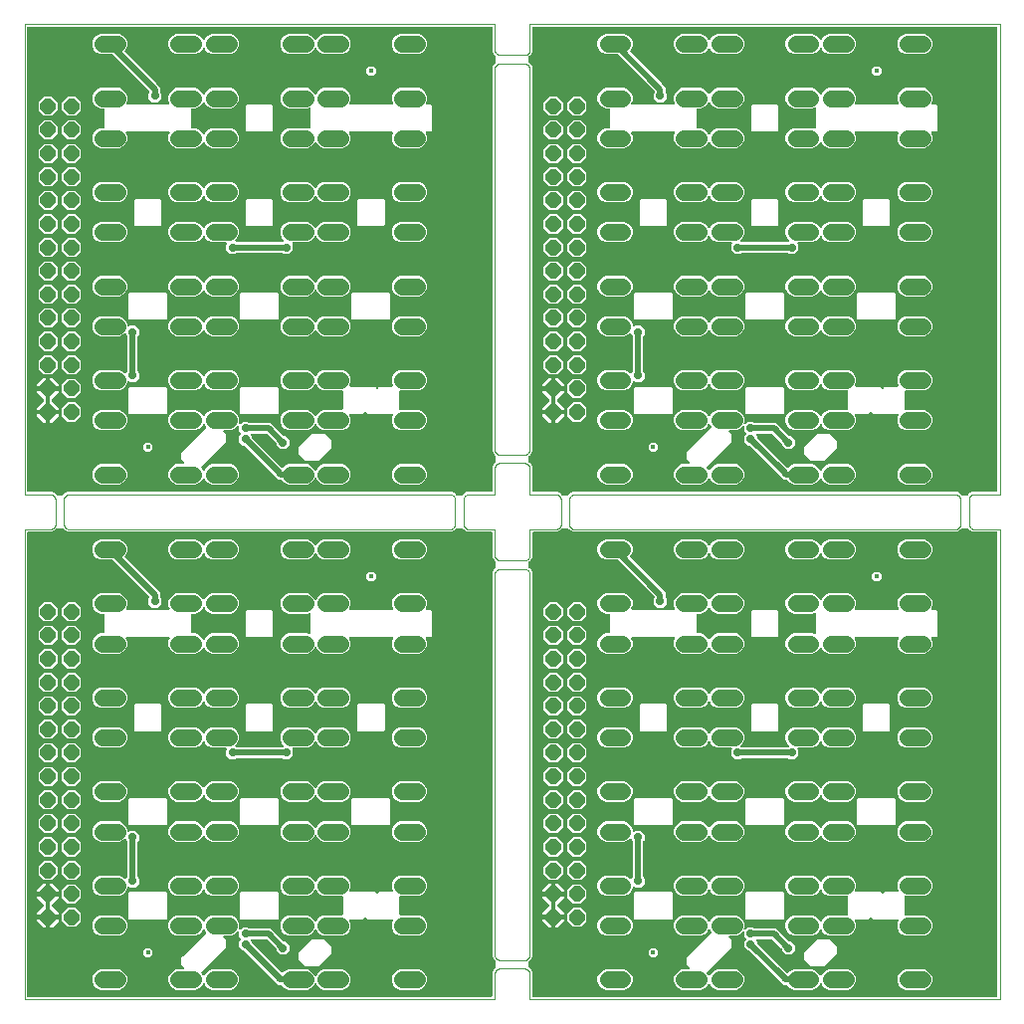
<source format=gtl>
G04 EAGLE Gerber RS-274X export*
G75*
%MOMM*%
%FSLAX34Y34*%
%LPD*%
%AMOC8*
5,1,8,0,0,1.08239X$1,22.5*%
G01*
%ADD10C,0.000000*%
%ADD11C,1.400000*%
%ADD12C,0.400000*%
%ADD13P,1.407107X8X112.500000*%
%ADD14P,5.411950X8X22.500000*%
%ADD15P,0.757673X8X22.500000*%
%ADD16C,0.500000*%

G36*
X397064Y2010D02*
X397064Y2010D01*
X397128Y2009D01*
X397203Y2030D01*
X397279Y2041D01*
X397338Y2067D01*
X397400Y2084D01*
X397466Y2125D01*
X397536Y2157D01*
X397585Y2199D01*
X397640Y2232D01*
X397692Y2290D01*
X397750Y2340D01*
X397786Y2394D01*
X397829Y2442D01*
X397862Y2511D01*
X397905Y2576D01*
X397924Y2638D01*
X397952Y2695D01*
X397963Y2765D01*
X397987Y2846D01*
X397988Y2931D01*
X397999Y3000D01*
X397999Y23376D01*
X399875Y26625D01*
X400500Y26985D01*
X400567Y27038D01*
X400640Y27083D01*
X400677Y27125D01*
X400722Y27159D01*
X400771Y27229D01*
X400829Y27292D01*
X400853Y27343D01*
X400886Y27389D01*
X400914Y27469D01*
X400952Y27546D01*
X400960Y27598D01*
X400980Y27655D01*
X400986Y27766D01*
X400999Y27851D01*
X400999Y32149D01*
X400987Y32234D01*
X400985Y32319D01*
X400967Y32373D01*
X400959Y32428D01*
X400924Y32506D01*
X400898Y32588D01*
X400866Y32634D01*
X400843Y32685D01*
X400788Y32750D01*
X400740Y32821D01*
X400699Y32854D01*
X400660Y32900D01*
X400566Y32961D01*
X400500Y33015D01*
X399875Y33375D01*
X397999Y36624D01*
X397999Y363376D01*
X399875Y366625D01*
X400500Y366985D01*
X400567Y367038D01*
X400640Y367083D01*
X400677Y367125D01*
X400722Y367160D01*
X400771Y367229D01*
X400829Y367292D01*
X400853Y367343D01*
X400886Y367389D01*
X400914Y367469D01*
X400952Y367546D01*
X400960Y367598D01*
X400980Y367655D01*
X400986Y367766D01*
X400999Y367851D01*
X400999Y372149D01*
X400987Y372234D01*
X400985Y372319D01*
X400967Y372373D01*
X400959Y372428D01*
X400924Y372506D01*
X400898Y372588D01*
X400866Y372634D01*
X400843Y372685D01*
X400788Y372750D01*
X400740Y372821D01*
X400699Y372854D01*
X400660Y372900D01*
X400566Y372961D01*
X400500Y373015D01*
X399875Y373375D01*
X397999Y376624D01*
X397999Y397000D01*
X397990Y397064D01*
X397991Y397128D01*
X397970Y397203D01*
X397959Y397279D01*
X397933Y397338D01*
X397916Y397400D01*
X397875Y397466D01*
X397843Y397536D01*
X397801Y397585D01*
X397768Y397640D01*
X397710Y397692D01*
X397660Y397750D01*
X397606Y397786D01*
X397558Y397829D01*
X397489Y397862D01*
X397424Y397905D01*
X397362Y397924D01*
X397305Y397952D01*
X397235Y397963D01*
X397154Y397987D01*
X397069Y397988D01*
X397000Y397999D01*
X376624Y397999D01*
X373375Y399875D01*
X373015Y400500D01*
X372962Y400567D01*
X372917Y400640D01*
X372875Y400677D01*
X372841Y400722D01*
X372771Y400771D01*
X372708Y400829D01*
X372657Y400853D01*
X372611Y400886D01*
X372531Y400914D01*
X372454Y400952D01*
X372402Y400960D01*
X372345Y400980D01*
X372234Y400986D01*
X372149Y400999D01*
X367851Y400999D01*
X367766Y400987D01*
X367681Y400985D01*
X367627Y400967D01*
X367572Y400959D01*
X367494Y400924D01*
X367412Y400898D01*
X367366Y400866D01*
X367315Y400843D01*
X367250Y400788D01*
X367179Y400740D01*
X367146Y400699D01*
X367100Y400660D01*
X367039Y400566D01*
X366985Y400500D01*
X366625Y399875D01*
X363376Y397999D01*
X36624Y397999D01*
X33375Y399875D01*
X33015Y400500D01*
X32962Y400567D01*
X32917Y400640D01*
X32875Y400677D01*
X32841Y400722D01*
X32771Y400771D01*
X32708Y400829D01*
X32657Y400853D01*
X32611Y400886D01*
X32531Y400914D01*
X32454Y400952D01*
X32402Y400960D01*
X32345Y400980D01*
X32234Y400986D01*
X32149Y400999D01*
X27851Y400999D01*
X27766Y400987D01*
X27681Y400985D01*
X27627Y400967D01*
X27572Y400959D01*
X27494Y400924D01*
X27412Y400898D01*
X27366Y400866D01*
X27315Y400843D01*
X27250Y400788D01*
X27179Y400740D01*
X27146Y400699D01*
X27100Y400660D01*
X27039Y400566D01*
X26985Y400500D01*
X26625Y399875D01*
X23376Y397999D01*
X3000Y397999D01*
X2936Y397990D01*
X2872Y397991D01*
X2797Y397970D01*
X2721Y397959D01*
X2662Y397933D01*
X2600Y397916D01*
X2534Y397875D01*
X2464Y397843D01*
X2415Y397801D01*
X2360Y397768D01*
X2308Y397710D01*
X2250Y397660D01*
X2214Y397606D01*
X2171Y397558D01*
X2138Y397489D01*
X2095Y397424D01*
X2076Y397362D01*
X2048Y397305D01*
X2037Y397235D01*
X2013Y397154D01*
X2012Y397069D01*
X2001Y397000D01*
X2001Y3000D01*
X2010Y2936D01*
X2009Y2872D01*
X2030Y2797D01*
X2041Y2721D01*
X2067Y2662D01*
X2084Y2600D01*
X2125Y2534D01*
X2157Y2464D01*
X2199Y2415D01*
X2232Y2360D01*
X2290Y2308D01*
X2340Y2250D01*
X2394Y2214D01*
X2442Y2171D01*
X2511Y2138D01*
X2576Y2095D01*
X2638Y2076D01*
X2695Y2048D01*
X2765Y2037D01*
X2846Y2013D01*
X2931Y2012D01*
X3000Y2001D01*
X397000Y2001D01*
X397064Y2010D01*
G37*
G36*
X32234Y429013D02*
X32234Y429013D01*
X32319Y429015D01*
X32373Y429033D01*
X32428Y429041D01*
X32506Y429076D01*
X32588Y429102D01*
X32634Y429134D01*
X32685Y429157D01*
X32750Y429212D01*
X32821Y429260D01*
X32854Y429301D01*
X32900Y429340D01*
X32961Y429434D01*
X33015Y429500D01*
X33375Y430125D01*
X36624Y432001D01*
X363376Y432001D01*
X366625Y430125D01*
X366985Y429500D01*
X367038Y429433D01*
X367083Y429360D01*
X367125Y429323D01*
X367159Y429278D01*
X367229Y429229D01*
X367292Y429171D01*
X367343Y429147D01*
X367389Y429114D01*
X367469Y429086D01*
X367546Y429048D01*
X367598Y429040D01*
X367655Y429020D01*
X367766Y429014D01*
X367851Y429001D01*
X372149Y429001D01*
X372234Y429013D01*
X372319Y429015D01*
X372373Y429033D01*
X372428Y429041D01*
X372506Y429076D01*
X372588Y429102D01*
X372634Y429134D01*
X372685Y429157D01*
X372750Y429212D01*
X372821Y429260D01*
X372854Y429301D01*
X372900Y429340D01*
X372961Y429434D01*
X373015Y429500D01*
X373375Y430125D01*
X376624Y432001D01*
X397000Y432001D01*
X397064Y432010D01*
X397128Y432009D01*
X397203Y432030D01*
X397279Y432041D01*
X397338Y432067D01*
X397400Y432084D01*
X397466Y432125D01*
X397536Y432157D01*
X397585Y432199D01*
X397640Y432232D01*
X397692Y432290D01*
X397750Y432340D01*
X397786Y432394D01*
X397829Y432442D01*
X397862Y432511D01*
X397905Y432576D01*
X397924Y432638D01*
X397952Y432695D01*
X397963Y432765D01*
X397987Y432846D01*
X397988Y432931D01*
X397999Y433000D01*
X397999Y453376D01*
X399875Y456625D01*
X400500Y456985D01*
X400567Y457038D01*
X400640Y457083D01*
X400677Y457125D01*
X400722Y457159D01*
X400771Y457229D01*
X400829Y457292D01*
X400853Y457343D01*
X400886Y457389D01*
X400914Y457469D01*
X400952Y457546D01*
X400960Y457598D01*
X400980Y457655D01*
X400986Y457766D01*
X400999Y457851D01*
X400999Y462149D01*
X400987Y462234D01*
X400985Y462319D01*
X400967Y462373D01*
X400959Y462428D01*
X400924Y462506D01*
X400898Y462588D01*
X400866Y462634D01*
X400843Y462685D01*
X400788Y462750D01*
X400740Y462821D01*
X400699Y462854D01*
X400660Y462900D01*
X400566Y462961D01*
X400500Y463015D01*
X399875Y463375D01*
X397999Y466624D01*
X397999Y793376D01*
X399875Y796625D01*
X400500Y796985D01*
X400567Y797038D01*
X400640Y797083D01*
X400677Y797125D01*
X400722Y797159D01*
X400771Y797229D01*
X400829Y797292D01*
X400853Y797343D01*
X400886Y797389D01*
X400914Y797469D01*
X400952Y797546D01*
X400960Y797598D01*
X400980Y797655D01*
X400986Y797766D01*
X400999Y797851D01*
X400999Y802149D01*
X400987Y802234D01*
X400985Y802319D01*
X400967Y802373D01*
X400959Y802428D01*
X400924Y802506D01*
X400898Y802588D01*
X400866Y802634D01*
X400843Y802685D01*
X400788Y802750D01*
X400740Y802821D01*
X400699Y802854D01*
X400660Y802900D01*
X400566Y802961D01*
X400500Y803015D01*
X399875Y803375D01*
X397999Y806624D01*
X397999Y827000D01*
X397990Y827064D01*
X397991Y827128D01*
X397970Y827203D01*
X397959Y827279D01*
X397933Y827338D01*
X397916Y827400D01*
X397875Y827466D01*
X397843Y827536D01*
X397801Y827585D01*
X397768Y827640D01*
X397710Y827692D01*
X397660Y827750D01*
X397606Y827786D01*
X397558Y827829D01*
X397489Y827862D01*
X397424Y827905D01*
X397362Y827924D01*
X397305Y827952D01*
X397235Y827963D01*
X397154Y827987D01*
X397069Y827988D01*
X397000Y827999D01*
X3000Y827999D01*
X2936Y827990D01*
X2872Y827991D01*
X2797Y827970D01*
X2721Y827959D01*
X2662Y827933D01*
X2600Y827916D01*
X2534Y827875D01*
X2464Y827843D01*
X2415Y827801D01*
X2360Y827768D01*
X2308Y827710D01*
X2250Y827660D01*
X2214Y827606D01*
X2171Y827558D01*
X2138Y827489D01*
X2095Y827424D01*
X2076Y827362D01*
X2048Y827305D01*
X2037Y827235D01*
X2013Y827154D01*
X2012Y827069D01*
X2001Y827000D01*
X2001Y433000D01*
X2010Y432936D01*
X2009Y432872D01*
X2030Y432797D01*
X2041Y432721D01*
X2067Y432662D01*
X2084Y432600D01*
X2125Y432534D01*
X2157Y432464D01*
X2199Y432415D01*
X2232Y432360D01*
X2290Y432308D01*
X2340Y432250D01*
X2394Y432214D01*
X2442Y432171D01*
X2511Y432138D01*
X2576Y432095D01*
X2638Y432076D01*
X2695Y432048D01*
X2765Y432037D01*
X2846Y432013D01*
X2931Y432012D01*
X3000Y432001D01*
X23376Y432001D01*
X26625Y430125D01*
X26985Y429500D01*
X27038Y429433D01*
X27083Y429360D01*
X27125Y429323D01*
X27159Y429278D01*
X27229Y429229D01*
X27292Y429171D01*
X27343Y429147D01*
X27389Y429114D01*
X27469Y429086D01*
X27546Y429048D01*
X27598Y429040D01*
X27655Y429020D01*
X27766Y429014D01*
X27851Y429001D01*
X32149Y429001D01*
X32234Y429013D01*
G37*
G36*
X827064Y2010D02*
X827064Y2010D01*
X827128Y2009D01*
X827203Y2030D01*
X827279Y2041D01*
X827338Y2067D01*
X827400Y2084D01*
X827466Y2125D01*
X827536Y2157D01*
X827585Y2199D01*
X827640Y2232D01*
X827692Y2290D01*
X827750Y2340D01*
X827786Y2394D01*
X827829Y2442D01*
X827862Y2511D01*
X827905Y2576D01*
X827924Y2638D01*
X827952Y2695D01*
X827963Y2765D01*
X827987Y2846D01*
X827988Y2931D01*
X827999Y3000D01*
X827999Y397000D01*
X827990Y397064D01*
X827991Y397128D01*
X827970Y397203D01*
X827959Y397279D01*
X827933Y397338D01*
X827916Y397400D01*
X827875Y397466D01*
X827843Y397536D01*
X827801Y397585D01*
X827768Y397640D01*
X827710Y397692D01*
X827660Y397750D01*
X827606Y397786D01*
X827558Y397829D01*
X827489Y397862D01*
X827424Y397905D01*
X827362Y397924D01*
X827305Y397952D01*
X827235Y397963D01*
X827154Y397987D01*
X827069Y397988D01*
X827000Y397999D01*
X806624Y397999D01*
X803375Y399875D01*
X803015Y400500D01*
X802962Y400567D01*
X802917Y400640D01*
X802875Y400677D01*
X802840Y400722D01*
X802771Y400771D01*
X802708Y400829D01*
X802657Y400853D01*
X802611Y400886D01*
X802531Y400914D01*
X802454Y400952D01*
X802402Y400960D01*
X802345Y400980D01*
X802234Y400986D01*
X802149Y400999D01*
X797851Y400999D01*
X797766Y400987D01*
X797681Y400985D01*
X797627Y400967D01*
X797572Y400959D01*
X797494Y400924D01*
X797412Y400898D01*
X797366Y400866D01*
X797315Y400843D01*
X797250Y400788D01*
X797179Y400740D01*
X797146Y400699D01*
X797100Y400660D01*
X797039Y400566D01*
X796985Y400500D01*
X796625Y399875D01*
X793376Y397999D01*
X466624Y397999D01*
X463375Y399875D01*
X463015Y400500D01*
X462962Y400567D01*
X462917Y400640D01*
X462875Y400677D01*
X462841Y400722D01*
X462771Y400771D01*
X462708Y400829D01*
X462657Y400853D01*
X462611Y400886D01*
X462531Y400914D01*
X462454Y400952D01*
X462402Y400960D01*
X462345Y400980D01*
X462234Y400986D01*
X462149Y400999D01*
X457851Y400999D01*
X457766Y400987D01*
X457681Y400985D01*
X457627Y400967D01*
X457572Y400959D01*
X457494Y400924D01*
X457412Y400898D01*
X457366Y400866D01*
X457315Y400843D01*
X457250Y400788D01*
X457179Y400740D01*
X457146Y400699D01*
X457100Y400660D01*
X457039Y400566D01*
X456985Y400500D01*
X456625Y399875D01*
X453376Y397999D01*
X433000Y397999D01*
X432936Y397990D01*
X432872Y397991D01*
X432797Y397970D01*
X432721Y397959D01*
X432662Y397933D01*
X432600Y397916D01*
X432534Y397875D01*
X432464Y397843D01*
X432415Y397801D01*
X432360Y397768D01*
X432308Y397710D01*
X432250Y397660D01*
X432214Y397606D01*
X432171Y397558D01*
X432138Y397489D01*
X432095Y397424D01*
X432076Y397362D01*
X432048Y397305D01*
X432037Y397235D01*
X432013Y397154D01*
X432012Y397069D01*
X432001Y397000D01*
X432001Y376624D01*
X430125Y373375D01*
X429500Y373015D01*
X429433Y372962D01*
X429360Y372917D01*
X429323Y372875D01*
X429278Y372840D01*
X429229Y372771D01*
X429171Y372708D01*
X429147Y372657D01*
X429114Y372611D01*
X429086Y372531D01*
X429048Y372454D01*
X429040Y372402D01*
X429020Y372345D01*
X429014Y372234D01*
X429001Y372149D01*
X429001Y367851D01*
X429013Y367766D01*
X429015Y367681D01*
X429033Y367627D01*
X429041Y367572D01*
X429076Y367494D01*
X429102Y367412D01*
X429134Y367366D01*
X429157Y367315D01*
X429212Y367250D01*
X429260Y367179D01*
X429301Y367146D01*
X429340Y367100D01*
X429434Y367039D01*
X429500Y366985D01*
X430125Y366625D01*
X432001Y363376D01*
X432001Y36624D01*
X430125Y33375D01*
X429500Y33015D01*
X429433Y32962D01*
X429360Y32917D01*
X429323Y32875D01*
X429278Y32841D01*
X429229Y32771D01*
X429171Y32708D01*
X429147Y32657D01*
X429114Y32611D01*
X429086Y32531D01*
X429048Y32454D01*
X429040Y32402D01*
X429020Y32345D01*
X429014Y32234D01*
X429001Y32149D01*
X429001Y27851D01*
X429013Y27766D01*
X429015Y27681D01*
X429033Y27627D01*
X429041Y27572D01*
X429076Y27494D01*
X429102Y27412D01*
X429134Y27366D01*
X429157Y27315D01*
X429212Y27250D01*
X429260Y27179D01*
X429301Y27146D01*
X429340Y27100D01*
X429434Y27039D01*
X429500Y26985D01*
X430125Y26625D01*
X432001Y23376D01*
X432001Y3000D01*
X432010Y2936D01*
X432009Y2872D01*
X432030Y2797D01*
X432041Y2721D01*
X432067Y2662D01*
X432084Y2600D01*
X432125Y2534D01*
X432157Y2464D01*
X432199Y2415D01*
X432232Y2360D01*
X432290Y2308D01*
X432340Y2250D01*
X432394Y2214D01*
X432442Y2171D01*
X432511Y2138D01*
X432576Y2095D01*
X432638Y2076D01*
X432695Y2048D01*
X432765Y2037D01*
X432846Y2013D01*
X432931Y2012D01*
X433000Y2001D01*
X827000Y2001D01*
X827064Y2010D01*
G37*
G36*
X462234Y429013D02*
X462234Y429013D01*
X462319Y429015D01*
X462373Y429033D01*
X462428Y429041D01*
X462506Y429076D01*
X462588Y429102D01*
X462634Y429134D01*
X462685Y429157D01*
X462750Y429212D01*
X462821Y429260D01*
X462854Y429301D01*
X462900Y429340D01*
X462961Y429434D01*
X463015Y429500D01*
X463375Y430125D01*
X466624Y432001D01*
X793376Y432001D01*
X796625Y430125D01*
X796985Y429500D01*
X797038Y429433D01*
X797083Y429360D01*
X797125Y429323D01*
X797159Y429278D01*
X797229Y429229D01*
X797292Y429171D01*
X797343Y429147D01*
X797389Y429114D01*
X797469Y429086D01*
X797546Y429048D01*
X797598Y429040D01*
X797655Y429020D01*
X797766Y429014D01*
X797851Y429001D01*
X802149Y429001D01*
X802234Y429013D01*
X802319Y429015D01*
X802373Y429033D01*
X802428Y429041D01*
X802506Y429076D01*
X802588Y429102D01*
X802634Y429134D01*
X802685Y429157D01*
X802750Y429212D01*
X802821Y429260D01*
X802854Y429301D01*
X802900Y429340D01*
X802961Y429434D01*
X803015Y429500D01*
X803375Y430125D01*
X806624Y432001D01*
X827000Y432001D01*
X827064Y432010D01*
X827128Y432009D01*
X827203Y432030D01*
X827279Y432041D01*
X827338Y432067D01*
X827400Y432084D01*
X827466Y432125D01*
X827536Y432157D01*
X827585Y432199D01*
X827640Y432232D01*
X827692Y432290D01*
X827750Y432340D01*
X827786Y432394D01*
X827829Y432442D01*
X827862Y432511D01*
X827905Y432576D01*
X827924Y432638D01*
X827952Y432695D01*
X827963Y432765D01*
X827987Y432846D01*
X827988Y432931D01*
X827999Y433000D01*
X827999Y827000D01*
X827990Y827064D01*
X827991Y827128D01*
X827970Y827203D01*
X827959Y827279D01*
X827933Y827338D01*
X827916Y827400D01*
X827875Y827466D01*
X827843Y827536D01*
X827801Y827585D01*
X827768Y827640D01*
X827710Y827692D01*
X827660Y827750D01*
X827606Y827786D01*
X827558Y827829D01*
X827489Y827862D01*
X827424Y827905D01*
X827362Y827924D01*
X827305Y827952D01*
X827235Y827963D01*
X827154Y827987D01*
X827069Y827988D01*
X827000Y827999D01*
X433000Y827999D01*
X432936Y827990D01*
X432872Y827991D01*
X432797Y827970D01*
X432721Y827959D01*
X432662Y827933D01*
X432600Y827916D01*
X432534Y827875D01*
X432464Y827843D01*
X432415Y827801D01*
X432360Y827768D01*
X432308Y827710D01*
X432250Y827660D01*
X432214Y827606D01*
X432171Y827558D01*
X432138Y827489D01*
X432095Y827424D01*
X432076Y827362D01*
X432048Y827305D01*
X432037Y827235D01*
X432013Y827154D01*
X432012Y827069D01*
X432001Y827000D01*
X432001Y806624D01*
X430125Y803375D01*
X429500Y803015D01*
X429433Y802962D01*
X429360Y802917D01*
X429323Y802875D01*
X429278Y802840D01*
X429229Y802771D01*
X429171Y802708D01*
X429147Y802657D01*
X429114Y802611D01*
X429086Y802531D01*
X429048Y802454D01*
X429040Y802402D01*
X429020Y802345D01*
X429014Y802234D01*
X429001Y802149D01*
X429001Y797851D01*
X429013Y797766D01*
X429015Y797681D01*
X429033Y797627D01*
X429041Y797572D01*
X429076Y797494D01*
X429102Y797412D01*
X429134Y797366D01*
X429157Y797315D01*
X429212Y797250D01*
X429260Y797179D01*
X429301Y797146D01*
X429340Y797100D01*
X429434Y797039D01*
X429500Y796985D01*
X430125Y796625D01*
X432001Y793376D01*
X432001Y466624D01*
X430125Y463375D01*
X429500Y463015D01*
X429433Y462962D01*
X429360Y462917D01*
X429323Y462875D01*
X429278Y462841D01*
X429229Y462771D01*
X429171Y462708D01*
X429147Y462657D01*
X429114Y462611D01*
X429086Y462531D01*
X429048Y462454D01*
X429040Y462402D01*
X429020Y462345D01*
X429014Y462234D01*
X429001Y462149D01*
X429001Y457851D01*
X429013Y457766D01*
X429015Y457681D01*
X429033Y457627D01*
X429041Y457572D01*
X429076Y457494D01*
X429102Y457412D01*
X429134Y457366D01*
X429157Y457315D01*
X429212Y457250D01*
X429260Y457179D01*
X429301Y457146D01*
X429340Y457100D01*
X429434Y457039D01*
X429500Y456985D01*
X430125Y456625D01*
X432001Y453376D01*
X432001Y433000D01*
X432010Y432936D01*
X432009Y432872D01*
X432030Y432797D01*
X432041Y432721D01*
X432067Y432662D01*
X432084Y432600D01*
X432125Y432534D01*
X432157Y432464D01*
X432199Y432415D01*
X432232Y432360D01*
X432290Y432308D01*
X432340Y432250D01*
X432394Y432214D01*
X432442Y432171D01*
X432511Y432138D01*
X432576Y432095D01*
X432638Y432076D01*
X432695Y432048D01*
X432765Y432037D01*
X432846Y432013D01*
X432931Y432012D01*
X433000Y432001D01*
X453376Y432001D01*
X456625Y430125D01*
X456985Y429500D01*
X457038Y429433D01*
X457083Y429360D01*
X457125Y429323D01*
X457160Y429278D01*
X457229Y429229D01*
X457292Y429171D01*
X457343Y429147D01*
X457389Y429114D01*
X457469Y429086D01*
X457546Y429048D01*
X457598Y429040D01*
X457655Y429020D01*
X457766Y429014D01*
X457851Y429001D01*
X462149Y429001D01*
X462234Y429013D01*
G37*
%LPC*%
G36*
X224489Y294399D02*
X224489Y294399D01*
X221328Y295709D01*
X218909Y298128D01*
X217599Y301289D01*
X217599Y304711D01*
X218909Y307872D01*
X221328Y310291D01*
X224489Y311601D01*
X240511Y311601D01*
X242118Y310935D01*
X242232Y310906D01*
X242346Y310871D01*
X242369Y310871D01*
X242391Y310865D01*
X242509Y310869D01*
X242628Y310867D01*
X242650Y310873D01*
X242673Y310874D01*
X242785Y310911D01*
X242900Y310942D01*
X242919Y310954D01*
X242941Y310962D01*
X243039Y311028D01*
X243140Y311091D01*
X243155Y311108D01*
X243174Y311120D01*
X243249Y311212D01*
X243329Y311300D01*
X243339Y311320D01*
X243353Y311338D01*
X243400Y311447D01*
X243452Y311554D01*
X243455Y311575D01*
X243465Y311597D01*
X243487Y311782D01*
X243499Y311858D01*
X243499Y328142D01*
X243483Y328259D01*
X243471Y328377D01*
X243463Y328398D01*
X243459Y328421D01*
X243411Y328529D01*
X243367Y328639D01*
X243353Y328657D01*
X243343Y328678D01*
X243266Y328768D01*
X243193Y328861D01*
X243175Y328875D01*
X243160Y328892D01*
X243060Y328957D01*
X242964Y329026D01*
X242943Y329034D01*
X242924Y329047D01*
X242810Y329081D01*
X242699Y329121D01*
X242676Y329122D01*
X242654Y329129D01*
X242536Y329130D01*
X242417Y329137D01*
X242396Y329132D01*
X242372Y329133D01*
X242193Y329083D01*
X242118Y329065D01*
X240511Y328399D01*
X224489Y328399D01*
X221328Y329709D01*
X218909Y332128D01*
X217599Y335289D01*
X217599Y338711D01*
X218909Y341872D01*
X221328Y344291D01*
X224489Y345601D01*
X240511Y345601D01*
X243672Y344291D01*
X246091Y341872D01*
X246577Y340700D01*
X246593Y340672D01*
X246603Y340641D01*
X246665Y340551D01*
X246720Y340457D01*
X246744Y340435D01*
X246762Y340408D01*
X246846Y340339D01*
X246926Y340264D01*
X246955Y340250D01*
X246980Y340229D01*
X247080Y340186D01*
X247178Y340136D01*
X247209Y340130D01*
X247239Y340118D01*
X247347Y340104D01*
X247455Y340084D01*
X247487Y340087D01*
X247519Y340083D01*
X247627Y340101D01*
X247735Y340111D01*
X247765Y340123D01*
X247797Y340128D01*
X247896Y340175D01*
X247997Y340216D01*
X248023Y340235D01*
X248052Y340249D01*
X248134Y340322D01*
X248220Y340389D01*
X248239Y340415D01*
X248263Y340437D01*
X248310Y340514D01*
X248385Y340618D01*
X248401Y340664D01*
X248423Y340700D01*
X248909Y341872D01*
X251328Y344291D01*
X254489Y345601D01*
X270511Y345601D01*
X273672Y344291D01*
X276091Y341872D01*
X277401Y338711D01*
X277401Y335289D01*
X276404Y332882D01*
X276374Y332768D01*
X276340Y332654D01*
X276339Y332631D01*
X276334Y332609D01*
X276338Y332491D01*
X276336Y332372D01*
X276342Y332350D01*
X276343Y332327D01*
X276380Y332215D01*
X276411Y332100D01*
X276423Y332081D01*
X276430Y332059D01*
X276497Y331961D01*
X276559Y331860D01*
X276576Y331845D01*
X276589Y331826D01*
X276681Y331751D01*
X276769Y331671D01*
X276789Y331661D01*
X276807Y331647D01*
X276916Y331600D01*
X277022Y331548D01*
X277044Y331545D01*
X277066Y331535D01*
X277251Y331513D01*
X277327Y331501D01*
X312673Y331501D01*
X312790Y331517D01*
X312908Y331529D01*
X312930Y331537D01*
X312952Y331541D01*
X313060Y331589D01*
X313170Y331633D01*
X313188Y331647D01*
X313209Y331657D01*
X313299Y331734D01*
X313393Y331807D01*
X313406Y331825D01*
X313423Y331840D01*
X313489Y331940D01*
X313558Y332036D01*
X313565Y332057D01*
X313578Y332076D01*
X313613Y332190D01*
X313652Y332301D01*
X313654Y332324D01*
X313660Y332346D01*
X313662Y332464D01*
X313669Y332583D01*
X313664Y332604D01*
X313664Y332628D01*
X313614Y332807D01*
X313596Y332882D01*
X312599Y335289D01*
X312599Y338711D01*
X313909Y341872D01*
X316328Y344291D01*
X319489Y345601D01*
X335511Y345601D01*
X338672Y344291D01*
X341091Y341872D01*
X342401Y338711D01*
X342401Y335289D01*
X341404Y332882D01*
X341374Y332768D01*
X341340Y332654D01*
X341339Y332631D01*
X341334Y332609D01*
X341338Y332491D01*
X341336Y332372D01*
X341342Y332350D01*
X341343Y332327D01*
X341380Y332215D01*
X341411Y332100D01*
X341423Y332081D01*
X341430Y332059D01*
X341497Y331961D01*
X341559Y331860D01*
X341576Y331845D01*
X341589Y331826D01*
X341681Y331751D01*
X341769Y331671D01*
X341789Y331661D01*
X341807Y331647D01*
X341916Y331600D01*
X342022Y331548D01*
X342044Y331545D01*
X342066Y331535D01*
X342251Y331513D01*
X342327Y331501D01*
X345622Y331501D01*
X346501Y330622D01*
X346501Y309378D01*
X345622Y308499D01*
X342327Y308499D01*
X342210Y308483D01*
X342092Y308471D01*
X342070Y308463D01*
X342048Y308459D01*
X341940Y308411D01*
X341830Y308367D01*
X341812Y308353D01*
X341791Y308343D01*
X341701Y308266D01*
X341607Y308193D01*
X341594Y308175D01*
X341577Y308160D01*
X341511Y308060D01*
X341442Y307964D01*
X341435Y307943D01*
X341422Y307924D01*
X341387Y307810D01*
X341348Y307699D01*
X341346Y307676D01*
X341340Y307654D01*
X341338Y307536D01*
X341331Y307417D01*
X341336Y307396D01*
X341336Y307372D01*
X341386Y307193D01*
X341404Y307118D01*
X342401Y304711D01*
X342401Y301289D01*
X341091Y298128D01*
X338672Y295709D01*
X335511Y294399D01*
X319489Y294399D01*
X316328Y295709D01*
X313909Y298128D01*
X312599Y301289D01*
X312599Y304711D01*
X313596Y307118D01*
X313626Y307232D01*
X313660Y307346D01*
X313661Y307369D01*
X313666Y307391D01*
X313662Y307509D01*
X313664Y307628D01*
X313658Y307650D01*
X313657Y307673D01*
X313620Y307785D01*
X313589Y307900D01*
X313577Y307919D01*
X313570Y307941D01*
X313503Y308039D01*
X313441Y308140D01*
X313424Y308155D01*
X313411Y308174D01*
X313319Y308249D01*
X313231Y308329D01*
X313211Y308339D01*
X313193Y308353D01*
X313084Y308400D01*
X312978Y308452D01*
X312956Y308455D01*
X312934Y308465D01*
X312749Y308487D01*
X312673Y308499D01*
X277327Y308499D01*
X277210Y308483D01*
X277092Y308471D01*
X277070Y308463D01*
X277048Y308459D01*
X276940Y308411D01*
X276830Y308367D01*
X276812Y308353D01*
X276791Y308343D01*
X276701Y308266D01*
X276607Y308193D01*
X276594Y308175D01*
X276577Y308160D01*
X276511Y308060D01*
X276442Y307964D01*
X276435Y307943D01*
X276422Y307924D01*
X276387Y307810D01*
X276348Y307699D01*
X276346Y307676D01*
X276340Y307654D01*
X276338Y307536D01*
X276331Y307417D01*
X276336Y307396D01*
X276336Y307372D01*
X276386Y307193D01*
X276404Y307118D01*
X277401Y304711D01*
X277401Y301289D01*
X276091Y298128D01*
X273672Y295709D01*
X270511Y294399D01*
X254489Y294399D01*
X251328Y295709D01*
X248909Y298128D01*
X248423Y299300D01*
X248407Y299328D01*
X248397Y299359D01*
X248335Y299449D01*
X248280Y299543D01*
X248256Y299565D01*
X248238Y299592D01*
X248153Y299661D01*
X248074Y299736D01*
X248045Y299750D01*
X248020Y299771D01*
X247920Y299814D01*
X247822Y299864D01*
X247791Y299870D01*
X247761Y299882D01*
X247653Y299896D01*
X247545Y299916D01*
X247513Y299913D01*
X247481Y299917D01*
X247373Y299899D01*
X247265Y299889D01*
X247235Y299877D01*
X247203Y299872D01*
X247104Y299825D01*
X247003Y299784D01*
X246977Y299765D01*
X246948Y299751D01*
X246866Y299678D01*
X246780Y299611D01*
X246761Y299585D01*
X246737Y299563D01*
X246690Y299486D01*
X246615Y299382D01*
X246599Y299336D01*
X246577Y299300D01*
X246091Y298128D01*
X243672Y295709D01*
X240511Y294399D01*
X224489Y294399D01*
G37*
%LPD*%
%LPC*%
G36*
X224489Y724399D02*
X224489Y724399D01*
X221328Y725709D01*
X218909Y728128D01*
X217599Y731289D01*
X217599Y734711D01*
X218909Y737872D01*
X221328Y740291D01*
X224489Y741601D01*
X240511Y741601D01*
X242118Y740935D01*
X242232Y740906D01*
X242346Y740871D01*
X242369Y740871D01*
X242391Y740865D01*
X242509Y740869D01*
X242628Y740867D01*
X242650Y740873D01*
X242673Y740874D01*
X242785Y740911D01*
X242900Y740942D01*
X242919Y740954D01*
X242941Y740962D01*
X243039Y741028D01*
X243140Y741091D01*
X243155Y741108D01*
X243174Y741120D01*
X243249Y741212D01*
X243329Y741300D01*
X243339Y741320D01*
X243353Y741338D01*
X243400Y741447D01*
X243452Y741554D01*
X243455Y741575D01*
X243465Y741597D01*
X243487Y741782D01*
X243499Y741858D01*
X243499Y758142D01*
X243483Y758259D01*
X243471Y758377D01*
X243463Y758398D01*
X243459Y758421D01*
X243411Y758529D01*
X243367Y758639D01*
X243353Y758657D01*
X243343Y758678D01*
X243266Y758768D01*
X243193Y758861D01*
X243175Y758875D01*
X243160Y758892D01*
X243060Y758957D01*
X242964Y759026D01*
X242943Y759034D01*
X242924Y759047D01*
X242810Y759081D01*
X242699Y759121D01*
X242676Y759122D01*
X242654Y759129D01*
X242536Y759130D01*
X242417Y759137D01*
X242396Y759132D01*
X242372Y759133D01*
X242193Y759083D01*
X242118Y759065D01*
X240511Y758399D01*
X224489Y758399D01*
X221328Y759709D01*
X218909Y762128D01*
X217599Y765289D01*
X217599Y768711D01*
X218909Y771872D01*
X221328Y774291D01*
X224489Y775601D01*
X240511Y775601D01*
X243672Y774291D01*
X246091Y771872D01*
X246577Y770700D01*
X246593Y770672D01*
X246603Y770641D01*
X246665Y770551D01*
X246720Y770457D01*
X246744Y770435D01*
X246762Y770408D01*
X246846Y770339D01*
X246926Y770264D01*
X246955Y770250D01*
X246980Y770229D01*
X247080Y770186D01*
X247178Y770136D01*
X247209Y770130D01*
X247239Y770118D01*
X247347Y770104D01*
X247455Y770084D01*
X247487Y770087D01*
X247519Y770083D01*
X247627Y770101D01*
X247735Y770111D01*
X247765Y770123D01*
X247797Y770128D01*
X247896Y770175D01*
X247997Y770216D01*
X248023Y770235D01*
X248052Y770249D01*
X248134Y770322D01*
X248220Y770389D01*
X248239Y770415D01*
X248263Y770437D01*
X248310Y770514D01*
X248385Y770618D01*
X248401Y770664D01*
X248423Y770700D01*
X248909Y771872D01*
X251328Y774291D01*
X254489Y775601D01*
X270511Y775601D01*
X273672Y774291D01*
X276091Y771872D01*
X277401Y768711D01*
X277401Y765289D01*
X276404Y762882D01*
X276374Y762768D01*
X276340Y762654D01*
X276339Y762631D01*
X276334Y762609D01*
X276338Y762491D01*
X276336Y762372D01*
X276342Y762350D01*
X276343Y762327D01*
X276380Y762215D01*
X276411Y762100D01*
X276423Y762081D01*
X276430Y762059D01*
X276497Y761961D01*
X276559Y761860D01*
X276576Y761845D01*
X276589Y761826D01*
X276681Y761751D01*
X276769Y761671D01*
X276789Y761661D01*
X276807Y761647D01*
X276916Y761600D01*
X277022Y761548D01*
X277044Y761545D01*
X277066Y761535D01*
X277251Y761513D01*
X277327Y761501D01*
X312673Y761501D01*
X312790Y761517D01*
X312908Y761529D01*
X312930Y761537D01*
X312952Y761541D01*
X313060Y761589D01*
X313170Y761633D01*
X313188Y761647D01*
X313209Y761657D01*
X313299Y761734D01*
X313393Y761807D01*
X313406Y761825D01*
X313423Y761840D01*
X313489Y761940D01*
X313558Y762036D01*
X313565Y762057D01*
X313578Y762076D01*
X313613Y762190D01*
X313652Y762301D01*
X313654Y762324D01*
X313660Y762346D01*
X313662Y762464D01*
X313669Y762583D01*
X313664Y762604D01*
X313664Y762628D01*
X313614Y762807D01*
X313596Y762882D01*
X312599Y765289D01*
X312599Y768711D01*
X313909Y771872D01*
X316328Y774291D01*
X319489Y775601D01*
X335511Y775601D01*
X338672Y774291D01*
X341091Y771872D01*
X342401Y768711D01*
X342401Y765289D01*
X341404Y762882D01*
X341374Y762768D01*
X341340Y762654D01*
X341339Y762631D01*
X341334Y762609D01*
X341338Y762491D01*
X341336Y762372D01*
X341342Y762350D01*
X341343Y762327D01*
X341380Y762215D01*
X341411Y762100D01*
X341423Y762081D01*
X341430Y762059D01*
X341497Y761961D01*
X341559Y761860D01*
X341576Y761845D01*
X341589Y761826D01*
X341681Y761751D01*
X341769Y761671D01*
X341789Y761661D01*
X341807Y761647D01*
X341916Y761600D01*
X342022Y761548D01*
X342044Y761545D01*
X342066Y761535D01*
X342251Y761513D01*
X342327Y761501D01*
X345622Y761501D01*
X346501Y760622D01*
X346501Y739378D01*
X345622Y738499D01*
X342327Y738499D01*
X342210Y738483D01*
X342092Y738471D01*
X342070Y738463D01*
X342048Y738459D01*
X341940Y738411D01*
X341830Y738367D01*
X341812Y738353D01*
X341791Y738343D01*
X341701Y738266D01*
X341607Y738193D01*
X341594Y738175D01*
X341577Y738160D01*
X341511Y738060D01*
X341442Y737964D01*
X341435Y737943D01*
X341422Y737924D01*
X341387Y737810D01*
X341348Y737699D01*
X341346Y737676D01*
X341340Y737654D01*
X341338Y737536D01*
X341331Y737417D01*
X341336Y737396D01*
X341336Y737372D01*
X341386Y737193D01*
X341404Y737118D01*
X342401Y734711D01*
X342401Y731289D01*
X341091Y728128D01*
X338672Y725709D01*
X335511Y724399D01*
X319489Y724399D01*
X316328Y725709D01*
X313909Y728128D01*
X312599Y731289D01*
X312599Y734711D01*
X313596Y737118D01*
X313626Y737232D01*
X313660Y737346D01*
X313661Y737369D01*
X313666Y737391D01*
X313662Y737509D01*
X313664Y737628D01*
X313658Y737650D01*
X313657Y737673D01*
X313620Y737785D01*
X313589Y737900D01*
X313577Y737919D01*
X313570Y737941D01*
X313503Y738039D01*
X313441Y738140D01*
X313424Y738155D01*
X313411Y738174D01*
X313319Y738249D01*
X313231Y738329D01*
X313211Y738339D01*
X313193Y738353D01*
X313084Y738400D01*
X312978Y738452D01*
X312956Y738455D01*
X312934Y738465D01*
X312749Y738487D01*
X312673Y738499D01*
X277327Y738499D01*
X277210Y738483D01*
X277092Y738471D01*
X277070Y738463D01*
X277048Y738459D01*
X276940Y738411D01*
X276830Y738367D01*
X276812Y738353D01*
X276791Y738343D01*
X276701Y738266D01*
X276607Y738193D01*
X276594Y738175D01*
X276577Y738160D01*
X276511Y738060D01*
X276442Y737964D01*
X276435Y737943D01*
X276422Y737924D01*
X276387Y737810D01*
X276348Y737699D01*
X276346Y737676D01*
X276340Y737654D01*
X276338Y737536D01*
X276331Y737417D01*
X276336Y737396D01*
X276336Y737372D01*
X276386Y737193D01*
X276404Y737118D01*
X277401Y734711D01*
X277401Y731289D01*
X276091Y728128D01*
X273672Y725709D01*
X270511Y724399D01*
X254489Y724399D01*
X251328Y725709D01*
X248909Y728128D01*
X248423Y729300D01*
X248407Y729328D01*
X248397Y729359D01*
X248335Y729449D01*
X248280Y729543D01*
X248256Y729565D01*
X248238Y729592D01*
X248153Y729661D01*
X248074Y729736D01*
X248045Y729750D01*
X248020Y729771D01*
X247920Y729814D01*
X247822Y729864D01*
X247791Y729870D01*
X247761Y729882D01*
X247653Y729896D01*
X247545Y729916D01*
X247513Y729913D01*
X247481Y729917D01*
X247373Y729899D01*
X247265Y729889D01*
X247235Y729877D01*
X247203Y729872D01*
X247104Y729825D01*
X247003Y729784D01*
X246977Y729765D01*
X246948Y729751D01*
X246866Y729678D01*
X246780Y729611D01*
X246761Y729585D01*
X246737Y729563D01*
X246690Y729486D01*
X246615Y729382D01*
X246599Y729336D01*
X246577Y729300D01*
X246091Y728128D01*
X243672Y725709D01*
X240511Y724399D01*
X224489Y724399D01*
G37*
%LPD*%
%LPC*%
G36*
X654489Y294399D02*
X654489Y294399D01*
X651328Y295709D01*
X648909Y298128D01*
X647599Y301289D01*
X647599Y304711D01*
X648909Y307872D01*
X651328Y310291D01*
X654489Y311601D01*
X670511Y311601D01*
X672118Y310935D01*
X672232Y310906D01*
X672346Y310871D01*
X672369Y310871D01*
X672391Y310865D01*
X672509Y310869D01*
X672628Y310867D01*
X672650Y310873D01*
X672673Y310874D01*
X672785Y310911D01*
X672900Y310943D01*
X672919Y310954D01*
X672941Y310962D01*
X673039Y311028D01*
X673140Y311091D01*
X673155Y311108D01*
X673174Y311120D01*
X673249Y311212D01*
X673329Y311300D01*
X673339Y311321D01*
X673353Y311338D01*
X673400Y311447D01*
X673452Y311554D01*
X673455Y311575D01*
X673465Y311597D01*
X673487Y311782D01*
X673499Y311858D01*
X673499Y328142D01*
X673483Y328259D01*
X673471Y328377D01*
X673463Y328398D01*
X673459Y328421D01*
X673411Y328529D01*
X673367Y328639D01*
X673353Y328657D01*
X673343Y328678D01*
X673266Y328768D01*
X673193Y328861D01*
X673175Y328875D01*
X673160Y328892D01*
X673060Y328957D01*
X672964Y329026D01*
X672943Y329034D01*
X672924Y329047D01*
X672810Y329081D01*
X672699Y329121D01*
X672676Y329122D01*
X672654Y329129D01*
X672536Y329131D01*
X672417Y329137D01*
X672396Y329132D01*
X672372Y329133D01*
X672193Y329083D01*
X672118Y329065D01*
X670511Y328399D01*
X654489Y328399D01*
X651328Y329709D01*
X648909Y332128D01*
X647599Y335289D01*
X647599Y338711D01*
X648909Y341872D01*
X651328Y344291D01*
X654489Y345601D01*
X670511Y345601D01*
X673672Y344291D01*
X676091Y341872D01*
X676577Y340700D01*
X676593Y340672D01*
X676603Y340641D01*
X676665Y340551D01*
X676720Y340457D01*
X676744Y340435D01*
X676762Y340408D01*
X676846Y340339D01*
X676926Y340264D01*
X676955Y340250D01*
X676980Y340229D01*
X677080Y340186D01*
X677178Y340136D01*
X677209Y340130D01*
X677239Y340118D01*
X677347Y340104D01*
X677455Y340084D01*
X677487Y340087D01*
X677519Y340083D01*
X677627Y340101D01*
X677735Y340111D01*
X677765Y340123D01*
X677797Y340128D01*
X677896Y340175D01*
X677997Y340216D01*
X678023Y340235D01*
X678052Y340249D01*
X678134Y340322D01*
X678220Y340389D01*
X678239Y340415D01*
X678263Y340437D01*
X678310Y340514D01*
X678385Y340618D01*
X678401Y340664D01*
X678423Y340700D01*
X678909Y341872D01*
X681328Y344291D01*
X684489Y345601D01*
X700511Y345601D01*
X703672Y344291D01*
X706091Y341872D01*
X707401Y338711D01*
X707401Y335289D01*
X706404Y332882D01*
X706374Y332768D01*
X706340Y332654D01*
X706339Y332631D01*
X706334Y332609D01*
X706338Y332491D01*
X706336Y332372D01*
X706342Y332350D01*
X706343Y332327D01*
X706380Y332215D01*
X706411Y332100D01*
X706423Y332081D01*
X706430Y332059D01*
X706497Y331961D01*
X706559Y331860D01*
X706576Y331845D01*
X706589Y331826D01*
X706681Y331751D01*
X706769Y331671D01*
X706789Y331661D01*
X706807Y331647D01*
X706916Y331600D01*
X707022Y331548D01*
X707044Y331545D01*
X707066Y331535D01*
X707251Y331513D01*
X707327Y331501D01*
X742673Y331501D01*
X742790Y331517D01*
X742908Y331529D01*
X742930Y331537D01*
X742952Y331541D01*
X743060Y331589D01*
X743170Y331633D01*
X743188Y331647D01*
X743209Y331657D01*
X743299Y331734D01*
X743393Y331807D01*
X743406Y331825D01*
X743423Y331840D01*
X743489Y331940D01*
X743558Y332036D01*
X743565Y332057D01*
X743578Y332076D01*
X743613Y332190D01*
X743652Y332301D01*
X743654Y332324D01*
X743660Y332346D01*
X743662Y332464D01*
X743669Y332583D01*
X743664Y332604D01*
X743664Y332628D01*
X743614Y332807D01*
X743596Y332882D01*
X742599Y335289D01*
X742599Y338711D01*
X743909Y341872D01*
X746328Y344291D01*
X749489Y345601D01*
X765511Y345601D01*
X768672Y344291D01*
X771091Y341872D01*
X772401Y338711D01*
X772401Y335289D01*
X771404Y332882D01*
X771374Y332768D01*
X771340Y332654D01*
X771339Y332631D01*
X771334Y332609D01*
X771338Y332491D01*
X771336Y332372D01*
X771342Y332350D01*
X771343Y332327D01*
X771380Y332215D01*
X771411Y332100D01*
X771423Y332081D01*
X771430Y332059D01*
X771497Y331961D01*
X771559Y331860D01*
X771576Y331845D01*
X771589Y331826D01*
X771681Y331751D01*
X771769Y331671D01*
X771789Y331661D01*
X771807Y331647D01*
X771916Y331600D01*
X772022Y331548D01*
X772044Y331545D01*
X772066Y331535D01*
X772251Y331513D01*
X772327Y331501D01*
X775622Y331501D01*
X776501Y330622D01*
X776501Y309378D01*
X775622Y308499D01*
X772327Y308499D01*
X772210Y308483D01*
X772092Y308471D01*
X772070Y308463D01*
X772048Y308459D01*
X771940Y308411D01*
X771830Y308367D01*
X771812Y308353D01*
X771791Y308343D01*
X771701Y308266D01*
X771607Y308193D01*
X771594Y308175D01*
X771577Y308160D01*
X771511Y308060D01*
X771442Y307964D01*
X771435Y307943D01*
X771422Y307924D01*
X771387Y307810D01*
X771348Y307699D01*
X771346Y307676D01*
X771340Y307654D01*
X771338Y307536D01*
X771331Y307417D01*
X771336Y307396D01*
X771336Y307372D01*
X771386Y307193D01*
X771404Y307118D01*
X772401Y304711D01*
X772401Y301289D01*
X771091Y298128D01*
X768672Y295709D01*
X765511Y294399D01*
X749489Y294399D01*
X746328Y295709D01*
X743909Y298128D01*
X742599Y301289D01*
X742599Y304711D01*
X743596Y307118D01*
X743626Y307232D01*
X743660Y307346D01*
X743661Y307369D01*
X743666Y307391D01*
X743662Y307509D01*
X743664Y307628D01*
X743658Y307650D01*
X743657Y307673D01*
X743620Y307785D01*
X743589Y307900D01*
X743577Y307919D01*
X743570Y307941D01*
X743503Y308039D01*
X743441Y308140D01*
X743424Y308155D01*
X743411Y308174D01*
X743319Y308249D01*
X743231Y308329D01*
X743211Y308339D01*
X743193Y308353D01*
X743084Y308400D01*
X742978Y308452D01*
X742956Y308455D01*
X742934Y308465D01*
X742749Y308487D01*
X742673Y308499D01*
X707327Y308499D01*
X707210Y308483D01*
X707092Y308471D01*
X707070Y308463D01*
X707048Y308459D01*
X706940Y308411D01*
X706830Y308367D01*
X706812Y308353D01*
X706791Y308343D01*
X706701Y308266D01*
X706607Y308193D01*
X706594Y308175D01*
X706577Y308160D01*
X706511Y308060D01*
X706442Y307964D01*
X706435Y307943D01*
X706422Y307924D01*
X706387Y307810D01*
X706348Y307699D01*
X706346Y307676D01*
X706340Y307654D01*
X706338Y307536D01*
X706331Y307417D01*
X706336Y307396D01*
X706336Y307372D01*
X706386Y307193D01*
X706404Y307118D01*
X707401Y304711D01*
X707401Y301289D01*
X706091Y298128D01*
X703672Y295709D01*
X700511Y294399D01*
X684489Y294399D01*
X681328Y295709D01*
X678909Y298128D01*
X678423Y299300D01*
X678407Y299328D01*
X678397Y299359D01*
X678335Y299449D01*
X678280Y299543D01*
X678256Y299565D01*
X678238Y299592D01*
X678153Y299661D01*
X678074Y299736D01*
X678045Y299750D01*
X678020Y299771D01*
X677920Y299814D01*
X677822Y299864D01*
X677791Y299870D01*
X677761Y299882D01*
X677653Y299896D01*
X677545Y299916D01*
X677513Y299913D01*
X677481Y299917D01*
X677373Y299899D01*
X677265Y299889D01*
X677235Y299877D01*
X677203Y299872D01*
X677104Y299825D01*
X677003Y299784D01*
X676977Y299765D01*
X676948Y299751D01*
X676866Y299678D01*
X676780Y299611D01*
X676761Y299585D01*
X676737Y299563D01*
X676690Y299486D01*
X676615Y299382D01*
X676599Y299336D01*
X676577Y299300D01*
X676091Y298128D01*
X673672Y295709D01*
X670511Y294399D01*
X654489Y294399D01*
G37*
%LPD*%
%LPC*%
G36*
X654489Y724399D02*
X654489Y724399D01*
X651328Y725709D01*
X648909Y728128D01*
X647599Y731289D01*
X647599Y734711D01*
X648909Y737872D01*
X651328Y740291D01*
X654489Y741601D01*
X670511Y741601D01*
X672118Y740935D01*
X672232Y740906D01*
X672346Y740871D01*
X672369Y740871D01*
X672391Y740865D01*
X672509Y740869D01*
X672628Y740867D01*
X672650Y740873D01*
X672673Y740874D01*
X672785Y740911D01*
X672900Y740943D01*
X672919Y740954D01*
X672941Y740962D01*
X673039Y741028D01*
X673140Y741091D01*
X673155Y741108D01*
X673174Y741120D01*
X673249Y741212D01*
X673329Y741300D01*
X673339Y741321D01*
X673353Y741338D01*
X673400Y741447D01*
X673452Y741554D01*
X673455Y741575D01*
X673465Y741597D01*
X673487Y741782D01*
X673499Y741858D01*
X673499Y758142D01*
X673483Y758259D01*
X673471Y758377D01*
X673463Y758398D01*
X673459Y758421D01*
X673411Y758529D01*
X673367Y758639D01*
X673353Y758657D01*
X673343Y758678D01*
X673266Y758768D01*
X673193Y758861D01*
X673175Y758875D01*
X673160Y758892D01*
X673060Y758957D01*
X672964Y759026D01*
X672943Y759034D01*
X672924Y759047D01*
X672810Y759081D01*
X672699Y759121D01*
X672676Y759122D01*
X672654Y759129D01*
X672536Y759131D01*
X672417Y759137D01*
X672396Y759132D01*
X672372Y759133D01*
X672193Y759083D01*
X672118Y759065D01*
X670511Y758399D01*
X654489Y758399D01*
X651328Y759709D01*
X648909Y762128D01*
X647599Y765289D01*
X647599Y768711D01*
X648909Y771872D01*
X651328Y774291D01*
X654489Y775601D01*
X670511Y775601D01*
X673672Y774291D01*
X676091Y771872D01*
X676577Y770700D01*
X676593Y770672D01*
X676603Y770641D01*
X676665Y770551D01*
X676720Y770457D01*
X676744Y770435D01*
X676762Y770408D01*
X676846Y770339D01*
X676926Y770264D01*
X676955Y770250D01*
X676980Y770229D01*
X677080Y770186D01*
X677178Y770136D01*
X677209Y770130D01*
X677239Y770118D01*
X677347Y770104D01*
X677455Y770084D01*
X677487Y770087D01*
X677519Y770083D01*
X677627Y770101D01*
X677735Y770111D01*
X677765Y770123D01*
X677797Y770128D01*
X677896Y770175D01*
X677997Y770216D01*
X678023Y770235D01*
X678052Y770249D01*
X678134Y770322D01*
X678220Y770389D01*
X678239Y770415D01*
X678263Y770437D01*
X678310Y770514D01*
X678385Y770618D01*
X678401Y770664D01*
X678423Y770700D01*
X678909Y771872D01*
X681328Y774291D01*
X684489Y775601D01*
X700511Y775601D01*
X703672Y774291D01*
X706091Y771872D01*
X707401Y768711D01*
X707401Y765289D01*
X706404Y762882D01*
X706374Y762768D01*
X706340Y762654D01*
X706339Y762631D01*
X706334Y762609D01*
X706338Y762491D01*
X706336Y762372D01*
X706342Y762350D01*
X706343Y762327D01*
X706380Y762215D01*
X706411Y762100D01*
X706423Y762081D01*
X706430Y762059D01*
X706497Y761961D01*
X706559Y761860D01*
X706576Y761845D01*
X706589Y761826D01*
X706681Y761751D01*
X706769Y761671D01*
X706789Y761661D01*
X706807Y761647D01*
X706916Y761600D01*
X707022Y761548D01*
X707044Y761545D01*
X707066Y761535D01*
X707251Y761513D01*
X707327Y761501D01*
X742673Y761501D01*
X742790Y761517D01*
X742908Y761529D01*
X742930Y761537D01*
X742952Y761541D01*
X743060Y761589D01*
X743170Y761633D01*
X743188Y761647D01*
X743209Y761657D01*
X743299Y761734D01*
X743393Y761807D01*
X743406Y761825D01*
X743423Y761840D01*
X743489Y761940D01*
X743558Y762036D01*
X743565Y762057D01*
X743578Y762076D01*
X743613Y762190D01*
X743652Y762301D01*
X743654Y762324D01*
X743660Y762346D01*
X743662Y762464D01*
X743669Y762583D01*
X743664Y762604D01*
X743664Y762628D01*
X743614Y762807D01*
X743596Y762882D01*
X742599Y765289D01*
X742599Y768711D01*
X743909Y771872D01*
X746328Y774291D01*
X749489Y775601D01*
X765511Y775601D01*
X768672Y774291D01*
X771091Y771872D01*
X772401Y768711D01*
X772401Y765289D01*
X771404Y762882D01*
X771374Y762768D01*
X771340Y762654D01*
X771339Y762631D01*
X771334Y762609D01*
X771338Y762491D01*
X771336Y762372D01*
X771342Y762350D01*
X771343Y762327D01*
X771380Y762215D01*
X771411Y762100D01*
X771423Y762081D01*
X771430Y762059D01*
X771497Y761961D01*
X771559Y761860D01*
X771576Y761845D01*
X771589Y761826D01*
X771681Y761751D01*
X771769Y761671D01*
X771789Y761661D01*
X771807Y761647D01*
X771916Y761600D01*
X772022Y761548D01*
X772044Y761545D01*
X772066Y761535D01*
X772251Y761513D01*
X772327Y761501D01*
X775622Y761501D01*
X776501Y760622D01*
X776501Y739378D01*
X775622Y738499D01*
X772327Y738499D01*
X772210Y738483D01*
X772092Y738471D01*
X772070Y738463D01*
X772048Y738459D01*
X771940Y738411D01*
X771830Y738367D01*
X771812Y738353D01*
X771791Y738343D01*
X771701Y738266D01*
X771607Y738193D01*
X771594Y738175D01*
X771577Y738160D01*
X771511Y738060D01*
X771442Y737964D01*
X771435Y737943D01*
X771422Y737924D01*
X771387Y737810D01*
X771348Y737699D01*
X771346Y737676D01*
X771340Y737654D01*
X771338Y737536D01*
X771331Y737417D01*
X771336Y737396D01*
X771336Y737372D01*
X771386Y737193D01*
X771404Y737118D01*
X772401Y734711D01*
X772401Y731289D01*
X771091Y728128D01*
X768672Y725709D01*
X765511Y724399D01*
X749489Y724399D01*
X746328Y725709D01*
X743909Y728128D01*
X742599Y731289D01*
X742599Y734711D01*
X743596Y737118D01*
X743626Y737232D01*
X743660Y737346D01*
X743661Y737369D01*
X743666Y737391D01*
X743662Y737509D01*
X743664Y737628D01*
X743658Y737650D01*
X743657Y737673D01*
X743620Y737785D01*
X743589Y737900D01*
X743577Y737919D01*
X743570Y737941D01*
X743503Y738039D01*
X743441Y738140D01*
X743424Y738155D01*
X743411Y738174D01*
X743319Y738249D01*
X743231Y738329D01*
X743211Y738339D01*
X743193Y738353D01*
X743084Y738400D01*
X742978Y738452D01*
X742956Y738455D01*
X742934Y738465D01*
X742749Y738487D01*
X742673Y738499D01*
X707327Y738499D01*
X707210Y738483D01*
X707092Y738471D01*
X707070Y738463D01*
X707048Y738459D01*
X706940Y738411D01*
X706830Y738367D01*
X706812Y738353D01*
X706791Y738343D01*
X706701Y738266D01*
X706607Y738193D01*
X706594Y738175D01*
X706577Y738160D01*
X706511Y738060D01*
X706442Y737964D01*
X706435Y737943D01*
X706422Y737924D01*
X706387Y737810D01*
X706348Y737699D01*
X706346Y737676D01*
X706340Y737654D01*
X706338Y737536D01*
X706331Y737417D01*
X706336Y737396D01*
X706336Y737372D01*
X706386Y737193D01*
X706404Y737118D01*
X707401Y734711D01*
X707401Y731289D01*
X706091Y728128D01*
X703672Y725709D01*
X700511Y724399D01*
X684489Y724399D01*
X681328Y725709D01*
X678909Y728128D01*
X678423Y729300D01*
X678407Y729328D01*
X678397Y729359D01*
X678335Y729449D01*
X678280Y729543D01*
X678256Y729565D01*
X678238Y729592D01*
X678153Y729661D01*
X678074Y729736D01*
X678045Y729750D01*
X678020Y729771D01*
X677920Y729814D01*
X677822Y729864D01*
X677791Y729870D01*
X677761Y729882D01*
X677653Y729896D01*
X677545Y729916D01*
X677513Y729913D01*
X677481Y729917D01*
X677373Y729899D01*
X677265Y729889D01*
X677235Y729877D01*
X677203Y729872D01*
X677104Y729825D01*
X677003Y729784D01*
X676977Y729765D01*
X676948Y729751D01*
X676866Y729678D01*
X676780Y729611D01*
X676761Y729585D01*
X676737Y729563D01*
X676690Y729486D01*
X676615Y729382D01*
X676599Y729336D01*
X676577Y729300D01*
X676091Y728128D01*
X673672Y725709D01*
X670511Y724399D01*
X654489Y724399D01*
G37*
%LPD*%
%LPC*%
G36*
X559489Y438399D02*
X559489Y438399D01*
X556328Y439709D01*
X553909Y442128D01*
X552599Y445289D01*
X552599Y448711D01*
X553909Y451872D01*
X556328Y454291D01*
X559489Y455601D01*
X564865Y455601D01*
X564896Y455605D01*
X564929Y455603D01*
X565036Y455625D01*
X565144Y455641D01*
X565173Y455654D01*
X565205Y455660D01*
X565301Y455712D01*
X565401Y455757D01*
X565425Y455778D01*
X565454Y455793D01*
X565532Y455869D01*
X565615Y455940D01*
X565633Y455967D01*
X565656Y455990D01*
X565709Y456085D01*
X565769Y456176D01*
X565779Y456207D01*
X565795Y456235D01*
X565820Y456341D01*
X565852Y456446D01*
X565852Y456478D01*
X565860Y456509D01*
X565854Y456619D01*
X565856Y456728D01*
X565847Y456759D01*
X565845Y456791D01*
X565810Y456894D01*
X565780Y457000D01*
X565763Y457027D01*
X565753Y457058D01*
X565700Y457131D01*
X565632Y457240D01*
X565596Y457272D01*
X565571Y457307D01*
X563499Y459378D01*
X563499Y465622D01*
X564671Y466793D01*
X584251Y486373D01*
X584289Y486424D01*
X584335Y486469D01*
X584373Y486537D01*
X584420Y486599D01*
X584443Y486659D01*
X584474Y486715D01*
X584492Y486790D01*
X584519Y486862D01*
X584524Y486926D01*
X584539Y486989D01*
X584535Y487066D01*
X584541Y487144D01*
X584528Y487207D01*
X584525Y487271D01*
X584499Y487344D01*
X584484Y487420D01*
X584453Y487476D01*
X584432Y487537D01*
X584391Y487594D01*
X584351Y487669D01*
X584292Y487729D01*
X584251Y487786D01*
X583909Y488128D01*
X583423Y489300D01*
X583407Y489328D01*
X583397Y489359D01*
X583335Y489449D01*
X583280Y489543D01*
X583256Y489565D01*
X583238Y489592D01*
X583153Y489661D01*
X583074Y489736D01*
X583045Y489750D01*
X583020Y489771D01*
X582920Y489814D01*
X582822Y489864D01*
X582791Y489870D01*
X582761Y489882D01*
X582653Y489896D01*
X582545Y489916D01*
X582513Y489913D01*
X582481Y489917D01*
X582373Y489899D01*
X582265Y489889D01*
X582235Y489877D01*
X582203Y489872D01*
X582104Y489825D01*
X582003Y489784D01*
X581977Y489765D01*
X581948Y489751D01*
X581866Y489678D01*
X581780Y489611D01*
X581761Y489585D01*
X581737Y489563D01*
X581690Y489486D01*
X581615Y489382D01*
X581599Y489336D01*
X581577Y489300D01*
X581091Y488128D01*
X578672Y485709D01*
X575511Y484399D01*
X559489Y484399D01*
X556328Y485709D01*
X553909Y488128D01*
X552599Y491289D01*
X552599Y494711D01*
X553909Y497872D01*
X556328Y500291D01*
X559489Y501601D01*
X575511Y501601D01*
X578672Y500291D01*
X581091Y497872D01*
X581577Y496700D01*
X581593Y496672D01*
X581603Y496641D01*
X581665Y496551D01*
X581720Y496457D01*
X581744Y496435D01*
X581762Y496408D01*
X581846Y496339D01*
X581926Y496264D01*
X581955Y496250D01*
X581980Y496229D01*
X582080Y496186D01*
X582178Y496136D01*
X582209Y496130D01*
X582239Y496118D01*
X582347Y496104D01*
X582455Y496084D01*
X582487Y496087D01*
X582519Y496083D01*
X582627Y496101D01*
X582735Y496111D01*
X582765Y496123D01*
X582797Y496128D01*
X582896Y496175D01*
X582997Y496216D01*
X583023Y496235D01*
X583052Y496249D01*
X583134Y496322D01*
X583220Y496389D01*
X583239Y496415D01*
X583263Y496437D01*
X583310Y496514D01*
X583385Y496618D01*
X583401Y496664D01*
X583423Y496700D01*
X583909Y497872D01*
X586328Y500291D01*
X589489Y501601D01*
X605511Y501601D01*
X608672Y500291D01*
X611091Y497872D01*
X612401Y494711D01*
X612401Y491289D01*
X612125Y490623D01*
X612103Y490538D01*
X612072Y490457D01*
X612068Y490402D01*
X612055Y490349D01*
X612057Y490263D01*
X612051Y490176D01*
X612062Y490122D01*
X612064Y490067D01*
X612090Y489985D01*
X612108Y489900D01*
X612134Y489852D01*
X612151Y489799D01*
X612200Y489727D01*
X612241Y489651D01*
X612279Y489612D01*
X612310Y489566D01*
X612377Y489511D01*
X612437Y489449D01*
X612485Y489422D01*
X612528Y489387D01*
X612607Y489353D01*
X612683Y489310D01*
X612736Y489297D01*
X612787Y489276D01*
X612873Y489265D01*
X612957Y489245D01*
X613012Y489248D01*
X613067Y489241D01*
X613152Y489255D01*
X613239Y489259D01*
X613291Y489277D01*
X613345Y489286D01*
X613423Y489323D01*
X613505Y489352D01*
X613547Y489382D01*
X613600Y489407D01*
X613685Y489483D01*
X613754Y489534D01*
X615722Y491501D01*
X620278Y491501D01*
X620986Y490793D01*
X621063Y490736D01*
X621134Y490671D01*
X621175Y490651D01*
X621211Y490624D01*
X621301Y490590D01*
X621388Y490548D01*
X621430Y490542D01*
X621475Y490525D01*
X621603Y490515D01*
X621692Y490501D01*
X639864Y490501D01*
X650572Y479793D01*
X650648Y479736D01*
X650720Y479671D01*
X650761Y479651D01*
X650797Y479624D01*
X650887Y479590D01*
X650974Y479548D01*
X651016Y479542D01*
X651061Y479525D01*
X651189Y479515D01*
X651278Y479501D01*
X652279Y479501D01*
X655501Y476279D01*
X655501Y471721D01*
X652279Y468499D01*
X647721Y468499D01*
X644499Y471721D01*
X644499Y472722D01*
X644486Y472817D01*
X644481Y472913D01*
X644466Y472956D01*
X644459Y473001D01*
X644420Y473089D01*
X644388Y473179D01*
X644363Y473214D01*
X644343Y473258D01*
X644260Y473355D01*
X644207Y473428D01*
X636428Y481207D01*
X636352Y481264D01*
X636280Y481329D01*
X636239Y481349D01*
X636203Y481376D01*
X636113Y481410D01*
X636026Y481452D01*
X635984Y481458D01*
X635939Y481475D01*
X635811Y481485D01*
X635722Y481499D01*
X623692Y481499D01*
X623660Y481495D01*
X623628Y481497D01*
X623521Y481475D01*
X623413Y481459D01*
X623384Y481446D01*
X623352Y481440D01*
X623256Y481388D01*
X623156Y481343D01*
X623132Y481322D01*
X623103Y481307D01*
X623025Y481231D01*
X622942Y481160D01*
X622924Y481133D01*
X622901Y481110D01*
X622847Y481015D01*
X622787Y480924D01*
X622778Y480893D01*
X622762Y480865D01*
X622737Y480759D01*
X622705Y480654D01*
X622705Y480622D01*
X622697Y480591D01*
X622703Y480481D01*
X622701Y480372D01*
X622710Y480341D01*
X622712Y480309D01*
X622747Y480206D01*
X622776Y480100D01*
X622793Y480073D01*
X622804Y480042D01*
X622857Y479969D01*
X622925Y479860D01*
X622961Y479828D01*
X622986Y479793D01*
X623501Y479278D01*
X623501Y478278D01*
X623514Y478183D01*
X623519Y478087D01*
X623534Y478044D01*
X623541Y477999D01*
X623580Y477911D01*
X623612Y477821D01*
X623637Y477786D01*
X623657Y477742D01*
X623740Y477645D01*
X623793Y477572D01*
X648494Y452871D01*
X648546Y452832D01*
X648591Y452786D01*
X648658Y452748D01*
X648720Y452701D01*
X648780Y452679D01*
X648836Y452647D01*
X648911Y452629D01*
X648984Y452602D01*
X649048Y452597D01*
X649110Y452582D01*
X649188Y452586D01*
X649265Y452580D01*
X649328Y452593D01*
X649392Y452596D01*
X649465Y452622D01*
X649541Y452638D01*
X649598Y452668D01*
X649658Y452689D01*
X649715Y452730D01*
X649790Y452770D01*
X649851Y452829D01*
X649907Y452871D01*
X651328Y454291D01*
X654489Y455601D01*
X670511Y455601D01*
X673672Y454291D01*
X676091Y451872D01*
X676577Y450700D01*
X676593Y450672D01*
X676603Y450641D01*
X676665Y450551D01*
X676720Y450457D01*
X676744Y450435D01*
X676762Y450408D01*
X676846Y450339D01*
X676926Y450264D01*
X676955Y450250D01*
X676980Y450229D01*
X677080Y450186D01*
X677178Y450136D01*
X677209Y450130D01*
X677239Y450118D01*
X677347Y450104D01*
X677455Y450084D01*
X677487Y450087D01*
X677519Y450083D01*
X677627Y450101D01*
X677735Y450111D01*
X677765Y450123D01*
X677797Y450128D01*
X677896Y450175D01*
X677997Y450216D01*
X678023Y450235D01*
X678052Y450249D01*
X678134Y450322D01*
X678220Y450389D01*
X678239Y450415D01*
X678263Y450437D01*
X678310Y450514D01*
X678385Y450618D01*
X678401Y450664D01*
X678423Y450700D01*
X678909Y451872D01*
X681328Y454291D01*
X684489Y455601D01*
X700511Y455601D01*
X703672Y454291D01*
X706091Y451872D01*
X707401Y448711D01*
X707401Y445289D01*
X706091Y442128D01*
X703672Y439709D01*
X700511Y438399D01*
X684489Y438399D01*
X681328Y439709D01*
X678909Y442128D01*
X678423Y443300D01*
X678407Y443328D01*
X678397Y443359D01*
X678335Y443449D01*
X678280Y443543D01*
X678256Y443565D01*
X678238Y443592D01*
X678153Y443661D01*
X678074Y443736D01*
X678045Y443750D01*
X678020Y443771D01*
X677920Y443814D01*
X677822Y443864D01*
X677791Y443870D01*
X677761Y443882D01*
X677653Y443896D01*
X677545Y443916D01*
X677513Y443913D01*
X677481Y443917D01*
X677373Y443899D01*
X677265Y443889D01*
X677235Y443877D01*
X677203Y443872D01*
X677104Y443825D01*
X677003Y443784D01*
X676977Y443765D01*
X676948Y443751D01*
X676866Y443678D01*
X676780Y443611D01*
X676761Y443585D01*
X676737Y443563D01*
X676690Y443486D01*
X676615Y443382D01*
X676599Y443336D01*
X676577Y443300D01*
X676091Y442128D01*
X673672Y439709D01*
X670511Y438399D01*
X654489Y438399D01*
X651328Y439709D01*
X648830Y442207D01*
X648753Y442264D01*
X648682Y442329D01*
X648641Y442349D01*
X648605Y442376D01*
X648515Y442410D01*
X648428Y442452D01*
X648386Y442458D01*
X648341Y442475D01*
X648213Y442485D01*
X648124Y442499D01*
X646136Y442499D01*
X617428Y471207D01*
X617352Y471264D01*
X617280Y471329D01*
X617239Y471349D01*
X617203Y471376D01*
X617113Y471410D01*
X617026Y471452D01*
X616984Y471458D01*
X616939Y471475D01*
X616811Y471485D01*
X616722Y471499D01*
X615721Y471499D01*
X612499Y474721D01*
X612499Y479279D01*
X614014Y480793D01*
X614053Y480845D01*
X614099Y480890D01*
X614137Y480957D01*
X614184Y481019D01*
X614206Y481079D01*
X614238Y481135D01*
X614256Y481210D01*
X614283Y481283D01*
X614288Y481347D01*
X614303Y481410D01*
X614299Y481487D01*
X614305Y481564D01*
X614292Y481627D01*
X614288Y481691D01*
X614263Y481764D01*
X614247Y481840D01*
X614217Y481897D01*
X614196Y481958D01*
X614155Y482014D01*
X614115Y482089D01*
X614056Y482150D01*
X614014Y482207D01*
X612499Y483722D01*
X612499Y487124D01*
X612495Y487156D01*
X612497Y487188D01*
X612475Y487295D01*
X612459Y487403D01*
X612446Y487432D01*
X612440Y487464D01*
X612388Y487560D01*
X612343Y487660D01*
X612322Y487684D01*
X612307Y487713D01*
X612231Y487791D01*
X612160Y487874D01*
X612133Y487892D01*
X612110Y487915D01*
X612015Y487969D01*
X611924Y488029D01*
X611893Y488038D01*
X611865Y488054D01*
X611759Y488079D01*
X611654Y488111D01*
X611622Y488111D01*
X611591Y488119D01*
X611481Y488113D01*
X611372Y488115D01*
X611341Y488106D01*
X611309Y488104D01*
X611206Y488069D01*
X611100Y488039D01*
X611073Y488022D01*
X611042Y488012D01*
X610969Y487959D01*
X610860Y487891D01*
X610828Y487855D01*
X610793Y487830D01*
X608672Y485709D01*
X605511Y484399D01*
X600135Y484399D01*
X600104Y484395D01*
X600071Y484397D01*
X599964Y484375D01*
X599856Y484359D01*
X599827Y484346D01*
X599795Y484340D01*
X599699Y484288D01*
X599599Y484243D01*
X599575Y484222D01*
X599546Y484207D01*
X599468Y484131D01*
X599385Y484060D01*
X599367Y484033D01*
X599344Y484010D01*
X599291Y483915D01*
X599231Y483824D01*
X599221Y483793D01*
X599205Y483765D01*
X599180Y483659D01*
X599148Y483554D01*
X599148Y483522D01*
X599140Y483491D01*
X599146Y483381D01*
X599144Y483272D01*
X599153Y483241D01*
X599155Y483209D01*
X599190Y483106D01*
X599220Y483000D01*
X599237Y482973D01*
X599247Y482942D01*
X599300Y482869D01*
X599368Y482760D01*
X599404Y482728D01*
X599429Y482693D01*
X601501Y480622D01*
X601501Y474378D01*
X581794Y454671D01*
X581793Y454671D01*
X580749Y453627D01*
X580711Y453576D01*
X580665Y453531D01*
X580627Y453463D01*
X580580Y453401D01*
X580557Y453341D01*
X580526Y453285D01*
X580508Y453210D01*
X580481Y453138D01*
X580476Y453074D01*
X580461Y453011D01*
X580465Y452934D01*
X580459Y452856D01*
X580472Y452793D01*
X580475Y452729D01*
X580501Y452656D01*
X580516Y452580D01*
X580547Y452524D01*
X580568Y452463D01*
X580609Y452406D01*
X580649Y452331D01*
X580708Y452271D01*
X580749Y452214D01*
X581091Y451872D01*
X581577Y450700D01*
X581593Y450672D01*
X581603Y450641D01*
X581665Y450551D01*
X581720Y450457D01*
X581744Y450435D01*
X581762Y450408D01*
X581846Y450339D01*
X581926Y450264D01*
X581955Y450250D01*
X581980Y450229D01*
X582080Y450186D01*
X582178Y450136D01*
X582209Y450130D01*
X582239Y450118D01*
X582347Y450104D01*
X582455Y450084D01*
X582487Y450087D01*
X582519Y450083D01*
X582627Y450101D01*
X582735Y450111D01*
X582765Y450123D01*
X582797Y450128D01*
X582896Y450175D01*
X582997Y450216D01*
X583023Y450235D01*
X583052Y450249D01*
X583134Y450322D01*
X583220Y450389D01*
X583239Y450415D01*
X583263Y450437D01*
X583310Y450514D01*
X583385Y450618D01*
X583401Y450664D01*
X583423Y450700D01*
X583909Y451872D01*
X586328Y454291D01*
X589489Y455601D01*
X605511Y455601D01*
X608672Y454291D01*
X611091Y451872D01*
X612401Y448711D01*
X612401Y445289D01*
X611091Y442128D01*
X608672Y439709D01*
X605511Y438399D01*
X589489Y438399D01*
X586328Y439709D01*
X583909Y442128D01*
X583423Y443300D01*
X583407Y443328D01*
X583397Y443359D01*
X583335Y443449D01*
X583280Y443543D01*
X583256Y443565D01*
X583238Y443592D01*
X583153Y443661D01*
X583074Y443736D01*
X583045Y443750D01*
X583020Y443771D01*
X582920Y443814D01*
X582822Y443864D01*
X582791Y443870D01*
X582761Y443882D01*
X582653Y443896D01*
X582545Y443916D01*
X582513Y443913D01*
X582481Y443917D01*
X582373Y443899D01*
X582265Y443889D01*
X582235Y443877D01*
X582203Y443872D01*
X582104Y443825D01*
X582003Y443784D01*
X581977Y443765D01*
X581948Y443751D01*
X581866Y443678D01*
X581780Y443611D01*
X581761Y443585D01*
X581737Y443563D01*
X581690Y443486D01*
X581615Y443382D01*
X581599Y443336D01*
X581577Y443300D01*
X581091Y442128D01*
X578672Y439709D01*
X575511Y438399D01*
X559489Y438399D01*
G37*
%LPD*%
%LPC*%
G36*
X129489Y438399D02*
X129489Y438399D01*
X126328Y439709D01*
X123909Y442128D01*
X122599Y445289D01*
X122599Y448711D01*
X123909Y451872D01*
X126328Y454291D01*
X129489Y455601D01*
X134865Y455601D01*
X134896Y455605D01*
X134929Y455603D01*
X135036Y455625D01*
X135144Y455641D01*
X135173Y455654D01*
X135205Y455660D01*
X135301Y455712D01*
X135401Y455757D01*
X135425Y455778D01*
X135454Y455793D01*
X135532Y455869D01*
X135615Y455940D01*
X135633Y455967D01*
X135656Y455990D01*
X135709Y456085D01*
X135769Y456176D01*
X135779Y456207D01*
X135795Y456235D01*
X135820Y456341D01*
X135852Y456446D01*
X135852Y456478D01*
X135860Y456509D01*
X135854Y456619D01*
X135856Y456728D01*
X135847Y456759D01*
X135845Y456791D01*
X135810Y456894D01*
X135780Y457000D01*
X135763Y457027D01*
X135753Y457058D01*
X135700Y457131D01*
X135632Y457240D01*
X135596Y457272D01*
X135571Y457307D01*
X133499Y459378D01*
X133499Y465622D01*
X134671Y466793D01*
X154251Y486373D01*
X154289Y486424D01*
X154335Y486469D01*
X154373Y486537D01*
X154420Y486599D01*
X154443Y486659D01*
X154474Y486715D01*
X154492Y486790D01*
X154519Y486862D01*
X154524Y486926D01*
X154539Y486989D01*
X154535Y487066D01*
X154541Y487144D01*
X154528Y487207D01*
X154525Y487271D01*
X154499Y487344D01*
X154484Y487420D01*
X154453Y487476D01*
X154432Y487537D01*
X154391Y487594D01*
X154351Y487669D01*
X154292Y487729D01*
X154251Y487786D01*
X153909Y488128D01*
X153423Y489300D01*
X153407Y489328D01*
X153397Y489359D01*
X153335Y489449D01*
X153280Y489543D01*
X153256Y489565D01*
X153238Y489592D01*
X153153Y489661D01*
X153074Y489736D01*
X153045Y489750D01*
X153020Y489771D01*
X152920Y489814D01*
X152822Y489864D01*
X152791Y489870D01*
X152761Y489882D01*
X152653Y489896D01*
X152545Y489916D01*
X152513Y489913D01*
X152481Y489917D01*
X152373Y489899D01*
X152265Y489889D01*
X152235Y489877D01*
X152203Y489872D01*
X152104Y489825D01*
X152003Y489784D01*
X151977Y489765D01*
X151948Y489751D01*
X151866Y489678D01*
X151780Y489611D01*
X151761Y489585D01*
X151737Y489563D01*
X151690Y489486D01*
X151615Y489382D01*
X151599Y489336D01*
X151577Y489300D01*
X151091Y488128D01*
X148672Y485709D01*
X145511Y484399D01*
X129489Y484399D01*
X126328Y485709D01*
X123909Y488128D01*
X122599Y491289D01*
X122599Y494711D01*
X123909Y497872D01*
X126328Y500291D01*
X129489Y501601D01*
X145511Y501601D01*
X148672Y500291D01*
X151091Y497872D01*
X151577Y496700D01*
X151593Y496672D01*
X151603Y496641D01*
X151665Y496551D01*
X151720Y496457D01*
X151744Y496435D01*
X151762Y496408D01*
X151846Y496339D01*
X151926Y496264D01*
X151955Y496250D01*
X151980Y496229D01*
X152080Y496186D01*
X152178Y496136D01*
X152209Y496130D01*
X152239Y496118D01*
X152347Y496104D01*
X152455Y496084D01*
X152487Y496087D01*
X152519Y496083D01*
X152627Y496101D01*
X152735Y496111D01*
X152765Y496123D01*
X152797Y496128D01*
X152896Y496175D01*
X152997Y496216D01*
X153023Y496235D01*
X153052Y496249D01*
X153134Y496322D01*
X153220Y496389D01*
X153239Y496415D01*
X153263Y496437D01*
X153310Y496514D01*
X153385Y496618D01*
X153401Y496664D01*
X153423Y496700D01*
X153909Y497872D01*
X156328Y500291D01*
X159489Y501601D01*
X175511Y501601D01*
X178672Y500291D01*
X181091Y497872D01*
X182401Y494711D01*
X182401Y491289D01*
X182125Y490623D01*
X182103Y490538D01*
X182072Y490457D01*
X182068Y490402D01*
X182055Y490349D01*
X182057Y490263D01*
X182051Y490176D01*
X182062Y490122D01*
X182064Y490067D01*
X182090Y489985D01*
X182108Y489900D01*
X182134Y489852D01*
X182151Y489799D01*
X182200Y489727D01*
X182241Y489651D01*
X182279Y489612D01*
X182310Y489566D01*
X182377Y489511D01*
X182437Y489449D01*
X182485Y489422D01*
X182528Y489387D01*
X182607Y489353D01*
X182683Y489310D01*
X182736Y489297D01*
X182787Y489276D01*
X182873Y489265D01*
X182957Y489245D01*
X183012Y489248D01*
X183067Y489241D01*
X183152Y489255D01*
X183239Y489259D01*
X183291Y489277D01*
X183345Y489286D01*
X183423Y489323D01*
X183505Y489352D01*
X183547Y489382D01*
X183600Y489407D01*
X183685Y489483D01*
X183754Y489534D01*
X185722Y491501D01*
X190279Y491501D01*
X190986Y490793D01*
X191063Y490736D01*
X191134Y490671D01*
X191175Y490651D01*
X191211Y490624D01*
X191301Y490590D01*
X191388Y490548D01*
X191430Y490542D01*
X191475Y490525D01*
X191603Y490515D01*
X191692Y490501D01*
X209864Y490501D01*
X220572Y479793D01*
X220648Y479736D01*
X220720Y479671D01*
X220761Y479651D01*
X220797Y479624D01*
X220887Y479590D01*
X220974Y479548D01*
X221016Y479542D01*
X221061Y479525D01*
X221189Y479515D01*
X221278Y479501D01*
X222279Y479501D01*
X225501Y476279D01*
X225501Y471721D01*
X222279Y468499D01*
X217721Y468499D01*
X214499Y471721D01*
X214499Y472722D01*
X214486Y472817D01*
X214481Y472913D01*
X214466Y472956D01*
X214459Y473001D01*
X214420Y473089D01*
X214388Y473179D01*
X214363Y473214D01*
X214343Y473258D01*
X214260Y473355D01*
X214207Y473428D01*
X206428Y481207D01*
X206352Y481264D01*
X206280Y481329D01*
X206239Y481349D01*
X206203Y481376D01*
X206113Y481410D01*
X206026Y481452D01*
X205984Y481458D01*
X205939Y481475D01*
X205811Y481485D01*
X205722Y481499D01*
X193692Y481499D01*
X193660Y481495D01*
X193628Y481497D01*
X193521Y481475D01*
X193413Y481459D01*
X193384Y481446D01*
X193352Y481440D01*
X193256Y481388D01*
X193156Y481343D01*
X193132Y481322D01*
X193103Y481307D01*
X193025Y481231D01*
X192942Y481160D01*
X192924Y481133D01*
X192901Y481110D01*
X192847Y481015D01*
X192787Y480924D01*
X192778Y480893D01*
X192762Y480865D01*
X192737Y480759D01*
X192705Y480654D01*
X192705Y480622D01*
X192697Y480591D01*
X192703Y480481D01*
X192701Y480372D01*
X192710Y480341D01*
X192712Y480309D01*
X192747Y480206D01*
X192776Y480100D01*
X192793Y480073D01*
X192804Y480042D01*
X192857Y479969D01*
X192925Y479860D01*
X192961Y479828D01*
X192986Y479793D01*
X193501Y479278D01*
X193501Y478278D01*
X193514Y478183D01*
X193519Y478087D01*
X193534Y478044D01*
X193541Y477999D01*
X193580Y477911D01*
X193612Y477821D01*
X193637Y477786D01*
X193657Y477742D01*
X193740Y477645D01*
X193793Y477572D01*
X218494Y452871D01*
X218546Y452832D01*
X218591Y452786D01*
X218658Y452748D01*
X218720Y452701D01*
X218780Y452679D01*
X218836Y452647D01*
X218911Y452629D01*
X218984Y452602D01*
X219048Y452597D01*
X219110Y452582D01*
X219188Y452586D01*
X219265Y452580D01*
X219328Y452593D01*
X219392Y452596D01*
X219465Y452622D01*
X219541Y452638D01*
X219598Y452668D01*
X219658Y452689D01*
X219715Y452730D01*
X219790Y452770D01*
X219851Y452829D01*
X219907Y452871D01*
X221328Y454291D01*
X224489Y455601D01*
X240511Y455601D01*
X243672Y454291D01*
X246091Y451872D01*
X246577Y450700D01*
X246593Y450672D01*
X246603Y450641D01*
X246665Y450551D01*
X246720Y450457D01*
X246744Y450435D01*
X246762Y450408D01*
X246846Y450339D01*
X246926Y450264D01*
X246955Y450250D01*
X246980Y450229D01*
X247080Y450186D01*
X247178Y450136D01*
X247209Y450130D01*
X247239Y450118D01*
X247347Y450104D01*
X247455Y450084D01*
X247487Y450087D01*
X247519Y450083D01*
X247627Y450101D01*
X247735Y450111D01*
X247765Y450123D01*
X247797Y450128D01*
X247896Y450175D01*
X247997Y450216D01*
X248023Y450235D01*
X248052Y450249D01*
X248134Y450322D01*
X248220Y450389D01*
X248239Y450415D01*
X248263Y450437D01*
X248310Y450514D01*
X248385Y450618D01*
X248401Y450664D01*
X248423Y450700D01*
X248909Y451872D01*
X251328Y454291D01*
X254489Y455601D01*
X270511Y455601D01*
X273672Y454291D01*
X276091Y451872D01*
X277401Y448711D01*
X277401Y445289D01*
X276091Y442128D01*
X273672Y439709D01*
X270511Y438399D01*
X254489Y438399D01*
X251328Y439709D01*
X248909Y442128D01*
X248423Y443300D01*
X248407Y443328D01*
X248397Y443359D01*
X248335Y443449D01*
X248280Y443543D01*
X248256Y443565D01*
X248238Y443592D01*
X248153Y443661D01*
X248074Y443736D01*
X248045Y443750D01*
X248020Y443771D01*
X247920Y443814D01*
X247822Y443864D01*
X247791Y443870D01*
X247761Y443882D01*
X247653Y443896D01*
X247545Y443916D01*
X247513Y443913D01*
X247481Y443917D01*
X247373Y443899D01*
X247265Y443889D01*
X247235Y443877D01*
X247203Y443872D01*
X247104Y443825D01*
X247003Y443784D01*
X246977Y443765D01*
X246948Y443751D01*
X246866Y443678D01*
X246780Y443611D01*
X246761Y443585D01*
X246737Y443563D01*
X246690Y443486D01*
X246615Y443382D01*
X246599Y443336D01*
X246577Y443300D01*
X246091Y442128D01*
X243672Y439709D01*
X240511Y438399D01*
X224489Y438399D01*
X221328Y439709D01*
X218830Y442207D01*
X218753Y442264D01*
X218682Y442329D01*
X218641Y442349D01*
X218605Y442376D01*
X218515Y442410D01*
X218428Y442452D01*
X218386Y442458D01*
X218341Y442475D01*
X218213Y442485D01*
X218124Y442499D01*
X216136Y442499D01*
X187428Y471207D01*
X187352Y471264D01*
X187280Y471329D01*
X187239Y471349D01*
X187203Y471376D01*
X187113Y471410D01*
X187026Y471452D01*
X186984Y471458D01*
X186939Y471475D01*
X186811Y471485D01*
X186722Y471499D01*
X185721Y471499D01*
X182499Y474721D01*
X182499Y479278D01*
X184014Y480793D01*
X184053Y480845D01*
X184099Y480890D01*
X184137Y480957D01*
X184183Y481019D01*
X184206Y481079D01*
X184238Y481135D01*
X184256Y481210D01*
X184283Y481283D01*
X184288Y481347D01*
X184303Y481409D01*
X184299Y481487D01*
X184305Y481564D01*
X184292Y481627D01*
X184288Y481691D01*
X184263Y481764D01*
X184247Y481840D01*
X184217Y481897D01*
X184196Y481958D01*
X184155Y482014D01*
X184115Y482089D01*
X184056Y482150D01*
X184014Y482207D01*
X182499Y483721D01*
X182499Y487124D01*
X182495Y487156D01*
X182497Y487188D01*
X182475Y487295D01*
X182459Y487403D01*
X182446Y487432D01*
X182440Y487464D01*
X182388Y487560D01*
X182343Y487660D01*
X182322Y487684D01*
X182307Y487713D01*
X182231Y487791D01*
X182160Y487874D01*
X182133Y487892D01*
X182110Y487915D01*
X182015Y487969D01*
X181924Y488029D01*
X181893Y488038D01*
X181865Y488054D01*
X181759Y488079D01*
X181654Y488111D01*
X181622Y488111D01*
X181591Y488119D01*
X181481Y488113D01*
X181372Y488115D01*
X181341Y488106D01*
X181309Y488104D01*
X181206Y488069D01*
X181100Y488039D01*
X181073Y488022D01*
X181042Y488012D01*
X180969Y487959D01*
X180860Y487891D01*
X180828Y487855D01*
X180793Y487830D01*
X178672Y485709D01*
X175511Y484399D01*
X170135Y484399D01*
X170104Y484395D01*
X170071Y484397D01*
X169964Y484375D01*
X169856Y484359D01*
X169827Y484346D01*
X169795Y484340D01*
X169699Y484288D01*
X169599Y484243D01*
X169575Y484222D01*
X169546Y484207D01*
X169468Y484131D01*
X169385Y484060D01*
X169367Y484033D01*
X169344Y484010D01*
X169291Y483915D01*
X169231Y483824D01*
X169221Y483793D01*
X169205Y483765D01*
X169180Y483659D01*
X169148Y483554D01*
X169148Y483522D01*
X169140Y483491D01*
X169146Y483381D01*
X169144Y483272D01*
X169153Y483241D01*
X169155Y483209D01*
X169190Y483106D01*
X169220Y483000D01*
X169237Y482973D01*
X169247Y482942D01*
X169300Y482869D01*
X169368Y482760D01*
X169404Y482728D01*
X169429Y482693D01*
X171501Y480622D01*
X171501Y474378D01*
X151794Y454671D01*
X151793Y454671D01*
X150749Y453627D01*
X150711Y453576D01*
X150665Y453531D01*
X150627Y453463D01*
X150580Y453401D01*
X150557Y453341D01*
X150526Y453285D01*
X150508Y453210D01*
X150481Y453138D01*
X150476Y453074D01*
X150461Y453011D01*
X150465Y452934D01*
X150459Y452856D01*
X150472Y452793D01*
X150475Y452729D01*
X150501Y452656D01*
X150516Y452580D01*
X150547Y452524D01*
X150568Y452463D01*
X150609Y452406D01*
X150649Y452331D01*
X150708Y452271D01*
X150749Y452214D01*
X151091Y451872D01*
X151577Y450700D01*
X151593Y450672D01*
X151603Y450641D01*
X151665Y450551D01*
X151720Y450457D01*
X151744Y450435D01*
X151762Y450408D01*
X151846Y450339D01*
X151926Y450264D01*
X151955Y450250D01*
X151980Y450229D01*
X152080Y450186D01*
X152178Y450136D01*
X152209Y450130D01*
X152239Y450118D01*
X152347Y450104D01*
X152455Y450084D01*
X152487Y450087D01*
X152519Y450083D01*
X152627Y450101D01*
X152735Y450111D01*
X152765Y450123D01*
X152797Y450128D01*
X152896Y450175D01*
X152997Y450216D01*
X153023Y450235D01*
X153052Y450249D01*
X153134Y450322D01*
X153220Y450389D01*
X153239Y450415D01*
X153263Y450437D01*
X153310Y450514D01*
X153385Y450618D01*
X153401Y450664D01*
X153423Y450700D01*
X153909Y451872D01*
X156328Y454291D01*
X159489Y455601D01*
X175511Y455601D01*
X178672Y454291D01*
X181091Y451872D01*
X182401Y448711D01*
X182401Y445289D01*
X181091Y442128D01*
X178672Y439709D01*
X175511Y438399D01*
X159489Y438399D01*
X156328Y439709D01*
X153909Y442128D01*
X153423Y443300D01*
X153407Y443328D01*
X153397Y443359D01*
X153335Y443449D01*
X153280Y443543D01*
X153256Y443565D01*
X153238Y443592D01*
X153153Y443661D01*
X153074Y443736D01*
X153045Y443750D01*
X153020Y443771D01*
X152920Y443814D01*
X152822Y443864D01*
X152791Y443870D01*
X152761Y443882D01*
X152653Y443896D01*
X152545Y443916D01*
X152513Y443913D01*
X152481Y443917D01*
X152373Y443899D01*
X152265Y443889D01*
X152235Y443877D01*
X152203Y443872D01*
X152104Y443825D01*
X152003Y443784D01*
X151977Y443765D01*
X151948Y443751D01*
X151866Y443678D01*
X151780Y443611D01*
X151761Y443585D01*
X151737Y443563D01*
X151690Y443486D01*
X151615Y443382D01*
X151599Y443336D01*
X151577Y443300D01*
X151091Y442128D01*
X148672Y439709D01*
X145511Y438399D01*
X129489Y438399D01*
G37*
%LPD*%
%LPC*%
G36*
X559489Y8399D02*
X559489Y8399D01*
X556328Y9709D01*
X553909Y12128D01*
X552599Y15289D01*
X552599Y18711D01*
X553909Y21872D01*
X556328Y24291D01*
X559489Y25601D01*
X564865Y25601D01*
X564896Y25605D01*
X564929Y25603D01*
X565036Y25625D01*
X565144Y25641D01*
X565173Y25654D01*
X565205Y25660D01*
X565301Y25712D01*
X565401Y25757D01*
X565425Y25778D01*
X565454Y25793D01*
X565532Y25869D01*
X565615Y25940D01*
X565633Y25967D01*
X565656Y25990D01*
X565709Y26085D01*
X565769Y26176D01*
X565779Y26207D01*
X565795Y26235D01*
X565820Y26341D01*
X565852Y26446D01*
X565852Y26478D01*
X565860Y26509D01*
X565854Y26619D01*
X565856Y26728D01*
X565847Y26759D01*
X565845Y26791D01*
X565810Y26894D01*
X565780Y27000D01*
X565763Y27027D01*
X565753Y27058D01*
X565700Y27131D01*
X565632Y27240D01*
X565596Y27272D01*
X565571Y27307D01*
X563499Y29378D01*
X563499Y35622D01*
X584251Y56373D01*
X584289Y56424D01*
X584335Y56469D01*
X584373Y56537D01*
X584420Y56599D01*
X584443Y56659D01*
X584474Y56715D01*
X584492Y56790D01*
X584519Y56862D01*
X584524Y56926D01*
X584539Y56989D01*
X584535Y57066D01*
X584541Y57144D01*
X584528Y57207D01*
X584525Y57271D01*
X584499Y57344D01*
X584484Y57420D01*
X584453Y57476D01*
X584432Y57537D01*
X584391Y57594D01*
X584351Y57669D01*
X584292Y57729D01*
X584251Y57786D01*
X583909Y58128D01*
X583423Y59300D01*
X583407Y59328D01*
X583397Y59359D01*
X583335Y59449D01*
X583280Y59543D01*
X583256Y59565D01*
X583238Y59592D01*
X583153Y59661D01*
X583074Y59736D01*
X583045Y59750D01*
X583020Y59771D01*
X582920Y59814D01*
X582822Y59864D01*
X582791Y59870D01*
X582761Y59882D01*
X582653Y59896D01*
X582545Y59916D01*
X582513Y59913D01*
X582481Y59917D01*
X582373Y59899D01*
X582265Y59889D01*
X582235Y59877D01*
X582203Y59872D01*
X582104Y59825D01*
X582003Y59784D01*
X581977Y59765D01*
X581948Y59751D01*
X581866Y59678D01*
X581780Y59611D01*
X581761Y59585D01*
X581737Y59563D01*
X581690Y59486D01*
X581615Y59382D01*
X581599Y59336D01*
X581577Y59300D01*
X581091Y58128D01*
X578672Y55709D01*
X575511Y54399D01*
X559489Y54399D01*
X556328Y55709D01*
X553909Y58128D01*
X552599Y61289D01*
X552599Y64711D01*
X553909Y67872D01*
X556328Y70291D01*
X559489Y71601D01*
X575511Y71601D01*
X578672Y70291D01*
X581091Y67872D01*
X581577Y66700D01*
X581593Y66672D01*
X581603Y66641D01*
X581665Y66551D01*
X581720Y66457D01*
X581744Y66435D01*
X581762Y66408D01*
X581846Y66339D01*
X581926Y66264D01*
X581955Y66250D01*
X581980Y66229D01*
X582080Y66186D01*
X582178Y66136D01*
X582209Y66130D01*
X582239Y66118D01*
X582347Y66104D01*
X582455Y66084D01*
X582487Y66087D01*
X582519Y66083D01*
X582627Y66101D01*
X582735Y66111D01*
X582765Y66123D01*
X582797Y66128D01*
X582896Y66175D01*
X582997Y66216D01*
X583023Y66235D01*
X583052Y66249D01*
X583134Y66322D01*
X583220Y66389D01*
X583239Y66415D01*
X583263Y66437D01*
X583310Y66514D01*
X583385Y66618D01*
X583401Y66664D01*
X583423Y66700D01*
X583909Y67872D01*
X586328Y70291D01*
X589489Y71601D01*
X605511Y71601D01*
X608672Y70291D01*
X611091Y67872D01*
X612401Y64711D01*
X612401Y61289D01*
X612125Y60623D01*
X612103Y60538D01*
X612072Y60457D01*
X612068Y60402D01*
X612055Y60349D01*
X612057Y60263D01*
X612051Y60176D01*
X612062Y60122D01*
X612064Y60067D01*
X612090Y59985D01*
X612108Y59900D01*
X612134Y59852D01*
X612151Y59799D01*
X612200Y59727D01*
X612241Y59651D01*
X612279Y59612D01*
X612310Y59566D01*
X612377Y59511D01*
X612437Y59449D01*
X612485Y59422D01*
X612528Y59387D01*
X612607Y59353D01*
X612683Y59310D01*
X612736Y59297D01*
X612787Y59276D01*
X612873Y59265D01*
X612957Y59245D01*
X613012Y59248D01*
X613067Y59241D01*
X613152Y59255D01*
X613239Y59259D01*
X613291Y59277D01*
X613345Y59286D01*
X613423Y59323D01*
X613505Y59352D01*
X613547Y59382D01*
X613600Y59407D01*
X613685Y59483D01*
X613754Y59534D01*
X615722Y61501D01*
X620279Y61501D01*
X620986Y60793D01*
X621063Y60736D01*
X621134Y60671D01*
X621175Y60651D01*
X621211Y60624D01*
X621301Y60590D01*
X621388Y60548D01*
X621430Y60542D01*
X621475Y60525D01*
X621603Y60515D01*
X621692Y60501D01*
X639864Y60501D01*
X650572Y49793D01*
X650648Y49736D01*
X650720Y49671D01*
X650761Y49651D01*
X650797Y49624D01*
X650887Y49590D01*
X650974Y49548D01*
X651016Y49542D01*
X651061Y49525D01*
X651189Y49515D01*
X651278Y49501D01*
X652279Y49501D01*
X655501Y46279D01*
X655501Y41721D01*
X652279Y38499D01*
X647721Y38499D01*
X644499Y41721D01*
X644499Y42722D01*
X644486Y42817D01*
X644481Y42913D01*
X644466Y42956D01*
X644459Y43001D01*
X644420Y43089D01*
X644388Y43179D01*
X644363Y43214D01*
X644343Y43258D01*
X644260Y43355D01*
X644207Y43428D01*
X636428Y51207D01*
X636352Y51264D01*
X636280Y51329D01*
X636239Y51349D01*
X636203Y51376D01*
X636113Y51410D01*
X636026Y51452D01*
X635984Y51458D01*
X635939Y51475D01*
X635811Y51485D01*
X635722Y51499D01*
X623692Y51499D01*
X623660Y51495D01*
X623628Y51497D01*
X623521Y51475D01*
X623413Y51459D01*
X623384Y51446D01*
X623352Y51440D01*
X623256Y51388D01*
X623156Y51343D01*
X623132Y51322D01*
X623103Y51307D01*
X623025Y51231D01*
X622942Y51160D01*
X622924Y51133D01*
X622901Y51110D01*
X622847Y51015D01*
X622787Y50924D01*
X622778Y50893D01*
X622762Y50865D01*
X622737Y50759D01*
X622705Y50654D01*
X622705Y50622D01*
X622697Y50591D01*
X622703Y50481D01*
X622701Y50372D01*
X622710Y50341D01*
X622712Y50309D01*
X622747Y50206D01*
X622776Y50100D01*
X622793Y50073D01*
X622804Y50042D01*
X622857Y49969D01*
X622925Y49860D01*
X622961Y49828D01*
X622986Y49793D01*
X623501Y49278D01*
X623501Y48278D01*
X623514Y48183D01*
X623519Y48087D01*
X623534Y48044D01*
X623541Y47999D01*
X623580Y47911D01*
X623612Y47821D01*
X623637Y47786D01*
X623657Y47742D01*
X623740Y47645D01*
X623793Y47572D01*
X648494Y22871D01*
X648546Y22832D01*
X648591Y22786D01*
X648658Y22748D01*
X648720Y22701D01*
X648780Y22679D01*
X648836Y22647D01*
X648911Y22629D01*
X648984Y22602D01*
X649048Y22597D01*
X649110Y22582D01*
X649188Y22586D01*
X649265Y22580D01*
X649328Y22593D01*
X649392Y22596D01*
X649465Y22622D01*
X649541Y22638D01*
X649598Y22668D01*
X649658Y22689D01*
X649715Y22730D01*
X649790Y22770D01*
X649851Y22829D01*
X649907Y22871D01*
X651328Y24291D01*
X654489Y25601D01*
X670511Y25601D01*
X673672Y24291D01*
X676091Y21872D01*
X676577Y20700D01*
X676593Y20672D01*
X676603Y20641D01*
X676665Y20551D01*
X676720Y20457D01*
X676744Y20435D01*
X676762Y20408D01*
X676846Y20339D01*
X676926Y20264D01*
X676955Y20250D01*
X676980Y20229D01*
X677080Y20186D01*
X677178Y20136D01*
X677209Y20130D01*
X677239Y20118D01*
X677347Y20104D01*
X677455Y20084D01*
X677487Y20087D01*
X677519Y20083D01*
X677627Y20101D01*
X677735Y20111D01*
X677765Y20123D01*
X677797Y20128D01*
X677896Y20175D01*
X677997Y20216D01*
X678023Y20235D01*
X678052Y20249D01*
X678134Y20322D01*
X678220Y20389D01*
X678239Y20415D01*
X678263Y20437D01*
X678310Y20514D01*
X678385Y20618D01*
X678401Y20664D01*
X678423Y20700D01*
X678909Y21872D01*
X681328Y24291D01*
X684489Y25601D01*
X700511Y25601D01*
X703672Y24291D01*
X706091Y21872D01*
X707401Y18711D01*
X707401Y15289D01*
X706091Y12128D01*
X703672Y9709D01*
X700511Y8399D01*
X684489Y8399D01*
X681328Y9709D01*
X678909Y12128D01*
X678423Y13300D01*
X678407Y13328D01*
X678397Y13359D01*
X678335Y13449D01*
X678280Y13543D01*
X678256Y13565D01*
X678238Y13592D01*
X678153Y13661D01*
X678074Y13736D01*
X678045Y13750D01*
X678020Y13771D01*
X677920Y13814D01*
X677822Y13864D01*
X677791Y13870D01*
X677761Y13882D01*
X677653Y13896D01*
X677545Y13916D01*
X677513Y13913D01*
X677481Y13917D01*
X677373Y13899D01*
X677265Y13889D01*
X677235Y13877D01*
X677203Y13872D01*
X677104Y13825D01*
X677003Y13784D01*
X676977Y13765D01*
X676948Y13751D01*
X676866Y13678D01*
X676780Y13611D01*
X676761Y13585D01*
X676737Y13563D01*
X676690Y13486D01*
X676615Y13382D01*
X676599Y13336D01*
X676577Y13300D01*
X676091Y12128D01*
X673672Y9709D01*
X670511Y8399D01*
X654489Y8399D01*
X651328Y9709D01*
X648830Y12207D01*
X648753Y12264D01*
X648682Y12329D01*
X648641Y12349D01*
X648605Y12376D01*
X648515Y12410D01*
X648428Y12452D01*
X648386Y12458D01*
X648341Y12475D01*
X648213Y12485D01*
X648124Y12499D01*
X646136Y12499D01*
X617428Y41207D01*
X617352Y41264D01*
X617280Y41329D01*
X617239Y41349D01*
X617203Y41376D01*
X617113Y41410D01*
X617026Y41452D01*
X616984Y41458D01*
X616939Y41475D01*
X616811Y41485D01*
X616722Y41499D01*
X615721Y41499D01*
X612499Y44721D01*
X612499Y49278D01*
X614014Y50793D01*
X614053Y50845D01*
X614099Y50890D01*
X614137Y50957D01*
X614183Y51019D01*
X614206Y51079D01*
X614238Y51135D01*
X614256Y51210D01*
X614283Y51283D01*
X614288Y51347D01*
X614303Y51409D01*
X614299Y51487D01*
X614305Y51564D01*
X614292Y51627D01*
X614288Y51691D01*
X614263Y51764D01*
X614247Y51840D01*
X614217Y51897D01*
X614196Y51958D01*
X614155Y52014D01*
X614115Y52089D01*
X614056Y52150D01*
X614014Y52207D01*
X612499Y53721D01*
X612499Y57124D01*
X612495Y57156D01*
X612497Y57188D01*
X612475Y57295D01*
X612459Y57403D01*
X612446Y57432D01*
X612440Y57464D01*
X612388Y57560D01*
X612343Y57660D01*
X612322Y57684D01*
X612307Y57713D01*
X612231Y57791D01*
X612160Y57874D01*
X612133Y57892D01*
X612110Y57915D01*
X612015Y57969D01*
X611924Y58029D01*
X611893Y58038D01*
X611865Y58054D01*
X611759Y58079D01*
X611654Y58111D01*
X611622Y58111D01*
X611591Y58119D01*
X611481Y58113D01*
X611372Y58115D01*
X611341Y58106D01*
X611309Y58104D01*
X611206Y58069D01*
X611100Y58039D01*
X611073Y58022D01*
X611042Y58012D01*
X610969Y57959D01*
X610860Y57891D01*
X610828Y57855D01*
X610793Y57830D01*
X608672Y55709D01*
X605511Y54399D01*
X600135Y54399D01*
X600104Y54395D01*
X600071Y54397D01*
X599964Y54375D01*
X599856Y54359D01*
X599827Y54346D01*
X599795Y54340D01*
X599699Y54288D01*
X599599Y54243D01*
X599575Y54222D01*
X599546Y54207D01*
X599468Y54131D01*
X599385Y54060D01*
X599367Y54033D01*
X599344Y54010D01*
X599291Y53915D01*
X599231Y53824D01*
X599221Y53793D01*
X599205Y53765D01*
X599180Y53659D01*
X599148Y53554D01*
X599148Y53522D01*
X599140Y53491D01*
X599146Y53381D01*
X599144Y53272D01*
X599153Y53241D01*
X599155Y53209D01*
X599190Y53106D01*
X599220Y53000D01*
X599237Y52973D01*
X599247Y52942D01*
X599300Y52869D01*
X599368Y52760D01*
X599404Y52728D01*
X599429Y52693D01*
X601501Y50622D01*
X601501Y44378D01*
X600329Y43207D01*
X580749Y23627D01*
X580711Y23576D01*
X580665Y23531D01*
X580627Y23463D01*
X580580Y23401D01*
X580557Y23341D01*
X580526Y23285D01*
X580508Y23210D01*
X580481Y23138D01*
X580476Y23074D01*
X580461Y23011D01*
X580465Y22934D01*
X580459Y22856D01*
X580472Y22793D01*
X580475Y22729D01*
X580501Y22656D01*
X580516Y22580D01*
X580547Y22524D01*
X580568Y22463D01*
X580609Y22406D01*
X580649Y22331D01*
X580708Y22271D01*
X580749Y22214D01*
X581091Y21872D01*
X581577Y20700D01*
X581593Y20672D01*
X581603Y20641D01*
X581665Y20551D01*
X581720Y20457D01*
X581744Y20435D01*
X581762Y20408D01*
X581846Y20339D01*
X581926Y20264D01*
X581955Y20250D01*
X581980Y20229D01*
X582080Y20186D01*
X582178Y20136D01*
X582209Y20130D01*
X582239Y20118D01*
X582347Y20104D01*
X582455Y20084D01*
X582487Y20087D01*
X582519Y20083D01*
X582627Y20101D01*
X582735Y20111D01*
X582765Y20123D01*
X582797Y20128D01*
X582896Y20175D01*
X582997Y20216D01*
X583023Y20235D01*
X583052Y20249D01*
X583134Y20322D01*
X583220Y20389D01*
X583239Y20415D01*
X583263Y20437D01*
X583310Y20514D01*
X583385Y20618D01*
X583401Y20664D01*
X583423Y20700D01*
X583909Y21872D01*
X586328Y24291D01*
X589489Y25601D01*
X605511Y25601D01*
X608672Y24291D01*
X611091Y21872D01*
X612401Y18711D01*
X612401Y15289D01*
X611091Y12128D01*
X608672Y9709D01*
X605511Y8399D01*
X589489Y8399D01*
X586328Y9709D01*
X583909Y12128D01*
X583423Y13300D01*
X583407Y13328D01*
X583397Y13359D01*
X583335Y13449D01*
X583280Y13543D01*
X583256Y13565D01*
X583238Y13592D01*
X583153Y13661D01*
X583074Y13736D01*
X583045Y13750D01*
X583020Y13771D01*
X582920Y13814D01*
X582822Y13864D01*
X582791Y13870D01*
X582761Y13882D01*
X582653Y13896D01*
X582545Y13916D01*
X582513Y13913D01*
X582481Y13917D01*
X582373Y13899D01*
X582265Y13889D01*
X582235Y13877D01*
X582203Y13872D01*
X582104Y13825D01*
X582003Y13784D01*
X581977Y13765D01*
X581948Y13751D01*
X581866Y13678D01*
X581780Y13611D01*
X581761Y13585D01*
X581737Y13563D01*
X581690Y13486D01*
X581615Y13382D01*
X581599Y13336D01*
X581577Y13300D01*
X581091Y12128D01*
X578672Y9709D01*
X575511Y8399D01*
X559489Y8399D01*
G37*
%LPD*%
%LPC*%
G36*
X129489Y8399D02*
X129489Y8399D01*
X126328Y9709D01*
X123909Y12128D01*
X122599Y15289D01*
X122599Y18711D01*
X123909Y21872D01*
X126328Y24291D01*
X129489Y25601D01*
X134865Y25601D01*
X134896Y25605D01*
X134929Y25603D01*
X135036Y25625D01*
X135144Y25641D01*
X135173Y25654D01*
X135205Y25660D01*
X135301Y25712D01*
X135401Y25757D01*
X135425Y25778D01*
X135454Y25793D01*
X135532Y25869D01*
X135615Y25940D01*
X135633Y25967D01*
X135656Y25990D01*
X135709Y26085D01*
X135769Y26176D01*
X135779Y26207D01*
X135795Y26235D01*
X135820Y26341D01*
X135852Y26446D01*
X135852Y26478D01*
X135860Y26509D01*
X135854Y26619D01*
X135856Y26728D01*
X135847Y26759D01*
X135845Y26791D01*
X135810Y26894D01*
X135780Y27000D01*
X135763Y27027D01*
X135753Y27058D01*
X135700Y27131D01*
X135632Y27240D01*
X135596Y27272D01*
X135571Y27307D01*
X133499Y29378D01*
X133499Y35622D01*
X134671Y36793D01*
X154251Y56373D01*
X154289Y56424D01*
X154335Y56469D01*
X154373Y56537D01*
X154420Y56599D01*
X154443Y56659D01*
X154474Y56715D01*
X154492Y56790D01*
X154519Y56862D01*
X154524Y56926D01*
X154539Y56989D01*
X154535Y57066D01*
X154541Y57144D01*
X154528Y57207D01*
X154525Y57271D01*
X154499Y57344D01*
X154484Y57420D01*
X154453Y57476D01*
X154432Y57537D01*
X154391Y57594D01*
X154351Y57669D01*
X154292Y57729D01*
X154251Y57786D01*
X153909Y58128D01*
X153423Y59300D01*
X153407Y59328D01*
X153397Y59359D01*
X153335Y59449D01*
X153280Y59543D01*
X153256Y59565D01*
X153238Y59592D01*
X153153Y59661D01*
X153074Y59736D01*
X153045Y59750D01*
X153020Y59771D01*
X152920Y59814D01*
X152822Y59864D01*
X152791Y59870D01*
X152761Y59882D01*
X152653Y59896D01*
X152545Y59916D01*
X152513Y59913D01*
X152481Y59917D01*
X152373Y59899D01*
X152265Y59889D01*
X152235Y59877D01*
X152203Y59872D01*
X152104Y59825D01*
X152003Y59784D01*
X151977Y59765D01*
X151948Y59751D01*
X151866Y59678D01*
X151780Y59611D01*
X151761Y59585D01*
X151737Y59563D01*
X151690Y59486D01*
X151615Y59382D01*
X151599Y59336D01*
X151577Y59300D01*
X151091Y58128D01*
X148672Y55709D01*
X145511Y54399D01*
X129489Y54399D01*
X126328Y55709D01*
X123909Y58128D01*
X122599Y61289D01*
X122599Y64711D01*
X123909Y67872D01*
X126328Y70291D01*
X129489Y71601D01*
X145511Y71601D01*
X148672Y70291D01*
X151091Y67872D01*
X151577Y66700D01*
X151593Y66672D01*
X151603Y66641D01*
X151665Y66551D01*
X151720Y66457D01*
X151744Y66435D01*
X151762Y66408D01*
X151846Y66339D01*
X151926Y66264D01*
X151955Y66250D01*
X151980Y66229D01*
X152080Y66186D01*
X152178Y66136D01*
X152209Y66130D01*
X152239Y66118D01*
X152347Y66104D01*
X152455Y66084D01*
X152487Y66087D01*
X152519Y66083D01*
X152627Y66101D01*
X152735Y66111D01*
X152765Y66123D01*
X152797Y66128D01*
X152896Y66175D01*
X152997Y66216D01*
X153023Y66235D01*
X153052Y66249D01*
X153134Y66322D01*
X153220Y66389D01*
X153239Y66415D01*
X153263Y66437D01*
X153310Y66514D01*
X153385Y66618D01*
X153401Y66664D01*
X153423Y66700D01*
X153909Y67872D01*
X156328Y70291D01*
X159489Y71601D01*
X175511Y71601D01*
X178672Y70291D01*
X181091Y67872D01*
X182401Y64711D01*
X182401Y61289D01*
X182125Y60623D01*
X182103Y60538D01*
X182072Y60457D01*
X182068Y60402D01*
X182055Y60349D01*
X182057Y60263D01*
X182051Y60176D01*
X182062Y60122D01*
X182064Y60067D01*
X182090Y59985D01*
X182108Y59900D01*
X182134Y59852D01*
X182151Y59799D01*
X182200Y59727D01*
X182241Y59651D01*
X182279Y59612D01*
X182310Y59566D01*
X182377Y59511D01*
X182437Y59449D01*
X182485Y59422D01*
X182528Y59387D01*
X182607Y59353D01*
X182683Y59310D01*
X182736Y59297D01*
X182787Y59276D01*
X182873Y59265D01*
X182957Y59245D01*
X183012Y59248D01*
X183067Y59241D01*
X183152Y59255D01*
X183239Y59259D01*
X183291Y59277D01*
X183345Y59286D01*
X183423Y59323D01*
X183505Y59352D01*
X183547Y59382D01*
X183600Y59407D01*
X183685Y59483D01*
X183754Y59534D01*
X185722Y61501D01*
X190279Y61501D01*
X190986Y60793D01*
X191063Y60736D01*
X191134Y60671D01*
X191175Y60651D01*
X191211Y60624D01*
X191301Y60590D01*
X191388Y60548D01*
X191430Y60542D01*
X191475Y60525D01*
X191603Y60515D01*
X191692Y60501D01*
X209864Y60501D01*
X220572Y49793D01*
X220648Y49736D01*
X220720Y49671D01*
X220761Y49651D01*
X220797Y49624D01*
X220887Y49590D01*
X220974Y49548D01*
X221016Y49542D01*
X221061Y49525D01*
X221189Y49515D01*
X221278Y49501D01*
X222279Y49501D01*
X225501Y46279D01*
X225501Y41721D01*
X222279Y38499D01*
X217721Y38499D01*
X214499Y41721D01*
X214499Y42722D01*
X214486Y42817D01*
X214481Y42913D01*
X214466Y42956D01*
X214459Y43001D01*
X214420Y43089D01*
X214388Y43179D01*
X214363Y43214D01*
X214343Y43258D01*
X214260Y43355D01*
X214207Y43428D01*
X206428Y51207D01*
X206352Y51264D01*
X206280Y51329D01*
X206239Y51349D01*
X206203Y51376D01*
X206113Y51410D01*
X206026Y51452D01*
X205984Y51458D01*
X205939Y51475D01*
X205811Y51485D01*
X205722Y51499D01*
X193692Y51499D01*
X193660Y51495D01*
X193628Y51497D01*
X193521Y51475D01*
X193413Y51459D01*
X193384Y51446D01*
X193352Y51440D01*
X193256Y51388D01*
X193156Y51343D01*
X193132Y51322D01*
X193103Y51307D01*
X193025Y51231D01*
X192942Y51160D01*
X192924Y51133D01*
X192901Y51110D01*
X192847Y51015D01*
X192787Y50924D01*
X192778Y50893D01*
X192762Y50865D01*
X192737Y50759D01*
X192705Y50654D01*
X192705Y50622D01*
X192697Y50591D01*
X192703Y50481D01*
X192701Y50372D01*
X192710Y50341D01*
X192712Y50309D01*
X192747Y50206D01*
X192776Y50100D01*
X192793Y50073D01*
X192804Y50042D01*
X192857Y49969D01*
X192925Y49860D01*
X192961Y49828D01*
X192986Y49793D01*
X193501Y49278D01*
X193501Y48278D01*
X193514Y48183D01*
X193519Y48087D01*
X193534Y48044D01*
X193541Y47999D01*
X193580Y47911D01*
X193612Y47821D01*
X193637Y47786D01*
X193657Y47742D01*
X193740Y47645D01*
X193793Y47572D01*
X218494Y22871D01*
X218546Y22832D01*
X218591Y22786D01*
X218658Y22748D01*
X218720Y22701D01*
X218780Y22679D01*
X218836Y22647D01*
X218911Y22629D01*
X218984Y22602D01*
X219048Y22597D01*
X219110Y22582D01*
X219188Y22586D01*
X219265Y22580D01*
X219328Y22593D01*
X219392Y22596D01*
X219465Y22622D01*
X219541Y22638D01*
X219598Y22668D01*
X219658Y22689D01*
X219715Y22730D01*
X219790Y22770D01*
X219851Y22829D01*
X219907Y22871D01*
X221328Y24291D01*
X224489Y25601D01*
X240511Y25601D01*
X243672Y24291D01*
X246091Y21872D01*
X246577Y20700D01*
X246593Y20672D01*
X246603Y20641D01*
X246665Y20551D01*
X246720Y20457D01*
X246744Y20435D01*
X246762Y20408D01*
X246846Y20339D01*
X246926Y20264D01*
X246955Y20250D01*
X246980Y20229D01*
X247080Y20186D01*
X247178Y20136D01*
X247209Y20130D01*
X247239Y20118D01*
X247347Y20104D01*
X247455Y20084D01*
X247487Y20087D01*
X247519Y20083D01*
X247627Y20101D01*
X247735Y20111D01*
X247765Y20123D01*
X247797Y20128D01*
X247896Y20175D01*
X247997Y20216D01*
X248023Y20235D01*
X248052Y20249D01*
X248134Y20322D01*
X248220Y20389D01*
X248239Y20415D01*
X248263Y20437D01*
X248310Y20514D01*
X248385Y20618D01*
X248401Y20664D01*
X248423Y20700D01*
X248909Y21872D01*
X251328Y24291D01*
X254489Y25601D01*
X270511Y25601D01*
X273672Y24291D01*
X276091Y21872D01*
X277401Y18711D01*
X277401Y15289D01*
X276091Y12128D01*
X273672Y9709D01*
X270511Y8399D01*
X254489Y8399D01*
X251328Y9709D01*
X248909Y12128D01*
X248423Y13300D01*
X248407Y13328D01*
X248397Y13359D01*
X248335Y13449D01*
X248280Y13543D01*
X248256Y13565D01*
X248238Y13592D01*
X248153Y13661D01*
X248074Y13736D01*
X248045Y13750D01*
X248020Y13771D01*
X247920Y13814D01*
X247822Y13864D01*
X247791Y13870D01*
X247761Y13882D01*
X247653Y13896D01*
X247545Y13916D01*
X247513Y13913D01*
X247481Y13917D01*
X247373Y13899D01*
X247265Y13889D01*
X247235Y13877D01*
X247203Y13872D01*
X247104Y13825D01*
X247003Y13784D01*
X246977Y13765D01*
X246948Y13751D01*
X246866Y13678D01*
X246780Y13611D01*
X246761Y13585D01*
X246737Y13563D01*
X246690Y13486D01*
X246615Y13382D01*
X246599Y13336D01*
X246577Y13300D01*
X246091Y12128D01*
X243672Y9709D01*
X240511Y8399D01*
X224489Y8399D01*
X221328Y9709D01*
X218830Y12207D01*
X218753Y12264D01*
X218682Y12329D01*
X218641Y12349D01*
X218605Y12376D01*
X218515Y12410D01*
X218428Y12452D01*
X218386Y12458D01*
X218341Y12475D01*
X218213Y12485D01*
X218124Y12499D01*
X216136Y12499D01*
X187428Y41207D01*
X187352Y41264D01*
X187280Y41329D01*
X187239Y41349D01*
X187203Y41376D01*
X187113Y41410D01*
X187026Y41452D01*
X186984Y41458D01*
X186939Y41475D01*
X186811Y41485D01*
X186722Y41499D01*
X185721Y41499D01*
X182499Y44721D01*
X182499Y49278D01*
X184014Y50793D01*
X184053Y50845D01*
X184099Y50890D01*
X184137Y50957D01*
X184183Y51019D01*
X184206Y51079D01*
X184238Y51135D01*
X184256Y51210D01*
X184283Y51283D01*
X184288Y51347D01*
X184303Y51409D01*
X184299Y51487D01*
X184305Y51564D01*
X184292Y51627D01*
X184288Y51691D01*
X184263Y51764D01*
X184247Y51840D01*
X184217Y51897D01*
X184196Y51958D01*
X184155Y52014D01*
X184115Y52089D01*
X184056Y52150D01*
X184014Y52207D01*
X182499Y53721D01*
X182499Y57124D01*
X182495Y57156D01*
X182497Y57188D01*
X182475Y57295D01*
X182459Y57403D01*
X182446Y57432D01*
X182440Y57464D01*
X182388Y57560D01*
X182343Y57660D01*
X182322Y57684D01*
X182307Y57713D01*
X182231Y57791D01*
X182160Y57874D01*
X182133Y57892D01*
X182110Y57915D01*
X182015Y57969D01*
X181924Y58029D01*
X181893Y58038D01*
X181865Y58054D01*
X181759Y58079D01*
X181654Y58111D01*
X181622Y58111D01*
X181591Y58119D01*
X181481Y58113D01*
X181372Y58115D01*
X181341Y58106D01*
X181309Y58104D01*
X181206Y58069D01*
X181100Y58039D01*
X181073Y58022D01*
X181042Y58012D01*
X180969Y57959D01*
X180860Y57891D01*
X180828Y57855D01*
X180793Y57830D01*
X178672Y55709D01*
X175511Y54399D01*
X170135Y54399D01*
X170104Y54395D01*
X170071Y54397D01*
X169964Y54375D01*
X169856Y54359D01*
X169827Y54346D01*
X169795Y54340D01*
X169699Y54288D01*
X169599Y54243D01*
X169575Y54222D01*
X169546Y54207D01*
X169468Y54131D01*
X169385Y54060D01*
X169367Y54033D01*
X169344Y54010D01*
X169291Y53915D01*
X169231Y53824D01*
X169221Y53793D01*
X169205Y53765D01*
X169180Y53659D01*
X169148Y53554D01*
X169148Y53522D01*
X169140Y53491D01*
X169146Y53381D01*
X169144Y53272D01*
X169153Y53241D01*
X169155Y53209D01*
X169190Y53106D01*
X169220Y53000D01*
X169237Y52973D01*
X169247Y52942D01*
X169300Y52869D01*
X169368Y52760D01*
X169404Y52728D01*
X169429Y52693D01*
X171501Y50622D01*
X171501Y44378D01*
X150749Y23627D01*
X150711Y23576D01*
X150665Y23531D01*
X150627Y23463D01*
X150580Y23401D01*
X150557Y23341D01*
X150526Y23285D01*
X150508Y23210D01*
X150481Y23138D01*
X150476Y23074D01*
X150461Y23011D01*
X150465Y22934D01*
X150459Y22856D01*
X150472Y22793D01*
X150475Y22729D01*
X150501Y22656D01*
X150516Y22580D01*
X150547Y22524D01*
X150568Y22463D01*
X150609Y22406D01*
X150649Y22331D01*
X150708Y22271D01*
X150749Y22214D01*
X151091Y21872D01*
X151577Y20700D01*
X151593Y20672D01*
X151603Y20641D01*
X151665Y20551D01*
X151720Y20457D01*
X151744Y20435D01*
X151762Y20408D01*
X151846Y20339D01*
X151926Y20264D01*
X151955Y20250D01*
X151980Y20229D01*
X152080Y20186D01*
X152178Y20136D01*
X152209Y20130D01*
X152239Y20118D01*
X152347Y20104D01*
X152455Y20084D01*
X152487Y20087D01*
X152519Y20083D01*
X152627Y20101D01*
X152735Y20111D01*
X152765Y20123D01*
X152797Y20128D01*
X152896Y20175D01*
X152997Y20216D01*
X153023Y20235D01*
X153052Y20249D01*
X153134Y20322D01*
X153220Y20389D01*
X153239Y20415D01*
X153263Y20437D01*
X153310Y20514D01*
X153385Y20618D01*
X153401Y20664D01*
X153423Y20700D01*
X153909Y21872D01*
X156328Y24291D01*
X159489Y25601D01*
X175511Y25601D01*
X178672Y24291D01*
X181091Y21872D01*
X182401Y18711D01*
X182401Y15289D01*
X181091Y12128D01*
X178672Y9709D01*
X175511Y8399D01*
X159489Y8399D01*
X156328Y9709D01*
X153909Y12128D01*
X153423Y13300D01*
X153407Y13328D01*
X153397Y13359D01*
X153335Y13449D01*
X153280Y13543D01*
X153256Y13565D01*
X153238Y13592D01*
X153153Y13661D01*
X153074Y13736D01*
X153045Y13750D01*
X153020Y13771D01*
X152920Y13814D01*
X152822Y13864D01*
X152791Y13870D01*
X152761Y13882D01*
X152653Y13896D01*
X152545Y13916D01*
X152513Y13913D01*
X152481Y13917D01*
X152373Y13899D01*
X152265Y13889D01*
X152235Y13877D01*
X152203Y13872D01*
X152104Y13825D01*
X152003Y13784D01*
X151977Y13765D01*
X151948Y13751D01*
X151866Y13678D01*
X151780Y13611D01*
X151761Y13585D01*
X151737Y13563D01*
X151690Y13486D01*
X151615Y13382D01*
X151599Y13336D01*
X151577Y13300D01*
X151091Y12128D01*
X148672Y9709D01*
X145511Y8399D01*
X129489Y8399D01*
G37*
%LPD*%
%LPC*%
G36*
X64489Y294399D02*
X64489Y294399D01*
X61328Y295709D01*
X58909Y298128D01*
X57599Y301289D01*
X57599Y304711D01*
X58909Y307872D01*
X61328Y310291D01*
X64489Y311601D01*
X67500Y311601D01*
X67564Y311610D01*
X67628Y311609D01*
X67703Y311630D01*
X67779Y311641D01*
X67838Y311667D01*
X67900Y311684D01*
X67966Y311725D01*
X68036Y311757D01*
X68085Y311799D01*
X68140Y311832D01*
X68192Y311890D01*
X68250Y311940D01*
X68286Y311994D01*
X68329Y312042D01*
X68362Y312111D01*
X68405Y312176D01*
X68424Y312238D01*
X68452Y312295D01*
X68463Y312365D01*
X68487Y312446D01*
X68488Y312531D01*
X68499Y312600D01*
X68499Y327400D01*
X68490Y327464D01*
X68491Y327528D01*
X68470Y327603D01*
X68459Y327679D01*
X68433Y327738D01*
X68416Y327800D01*
X68375Y327866D01*
X68343Y327936D01*
X68301Y327985D01*
X68268Y328040D01*
X68210Y328092D01*
X68160Y328150D01*
X68106Y328186D01*
X68058Y328229D01*
X67989Y328262D01*
X67924Y328305D01*
X67862Y328324D01*
X67805Y328352D01*
X67735Y328363D01*
X67654Y328387D01*
X67569Y328388D01*
X67500Y328399D01*
X64489Y328399D01*
X61328Y329709D01*
X58909Y332128D01*
X57599Y335289D01*
X57599Y338711D01*
X58909Y341872D01*
X61328Y344291D01*
X64489Y345601D01*
X80511Y345601D01*
X83672Y344291D01*
X86091Y341872D01*
X87401Y338711D01*
X87401Y335289D01*
X86404Y332882D01*
X86374Y332768D01*
X86340Y332654D01*
X86339Y332631D01*
X86334Y332609D01*
X86338Y332491D01*
X86336Y332372D01*
X86342Y332350D01*
X86343Y332327D01*
X86380Y332215D01*
X86411Y332100D01*
X86423Y332081D01*
X86430Y332059D01*
X86497Y331961D01*
X86559Y331860D01*
X86576Y331845D01*
X86589Y331826D01*
X86681Y331751D01*
X86769Y331671D01*
X86789Y331661D01*
X86807Y331647D01*
X86916Y331600D01*
X87022Y331548D01*
X87044Y331545D01*
X87066Y331535D01*
X87251Y331513D01*
X87327Y331501D01*
X122673Y331501D01*
X122790Y331517D01*
X122908Y331529D01*
X122930Y331537D01*
X122952Y331541D01*
X123060Y331589D01*
X123170Y331633D01*
X123188Y331647D01*
X123209Y331657D01*
X123299Y331734D01*
X123393Y331807D01*
X123406Y331825D01*
X123423Y331840D01*
X123489Y331940D01*
X123558Y332036D01*
X123565Y332057D01*
X123578Y332076D01*
X123613Y332190D01*
X123652Y332301D01*
X123654Y332324D01*
X123660Y332346D01*
X123662Y332464D01*
X123669Y332583D01*
X123664Y332604D01*
X123664Y332628D01*
X123614Y332807D01*
X123596Y332882D01*
X122599Y335289D01*
X122599Y338711D01*
X123909Y341872D01*
X126328Y344291D01*
X129489Y345601D01*
X145511Y345601D01*
X148672Y344291D01*
X151091Y341872D01*
X151577Y340700D01*
X151593Y340672D01*
X151603Y340641D01*
X151665Y340551D01*
X151720Y340457D01*
X151744Y340435D01*
X151762Y340408D01*
X151846Y340339D01*
X151926Y340264D01*
X151955Y340250D01*
X151980Y340229D01*
X152080Y340186D01*
X152178Y340136D01*
X152209Y340130D01*
X152239Y340118D01*
X152347Y340104D01*
X152455Y340084D01*
X152487Y340087D01*
X152519Y340083D01*
X152627Y340101D01*
X152735Y340111D01*
X152765Y340123D01*
X152797Y340128D01*
X152896Y340175D01*
X152997Y340216D01*
X153023Y340235D01*
X153052Y340249D01*
X153134Y340322D01*
X153220Y340389D01*
X153239Y340415D01*
X153263Y340437D01*
X153310Y340514D01*
X153385Y340618D01*
X153401Y340664D01*
X153423Y340700D01*
X153909Y341872D01*
X156328Y344291D01*
X159489Y345601D01*
X175511Y345601D01*
X178672Y344291D01*
X181091Y341872D01*
X182401Y338711D01*
X182401Y335289D01*
X181091Y332128D01*
X178672Y329709D01*
X175511Y328399D01*
X159489Y328399D01*
X156328Y329709D01*
X153909Y332128D01*
X153423Y333300D01*
X153407Y333328D01*
X153397Y333359D01*
X153335Y333449D01*
X153280Y333543D01*
X153256Y333565D01*
X153238Y333592D01*
X153153Y333661D01*
X153074Y333736D01*
X153045Y333750D01*
X153020Y333771D01*
X152920Y333814D01*
X152822Y333864D01*
X152791Y333870D01*
X152761Y333882D01*
X152653Y333896D01*
X152545Y333916D01*
X152513Y333913D01*
X152481Y333917D01*
X152373Y333899D01*
X152265Y333889D01*
X152235Y333877D01*
X152203Y333872D01*
X152104Y333825D01*
X152003Y333784D01*
X151977Y333765D01*
X151948Y333751D01*
X151866Y333678D01*
X151780Y333611D01*
X151761Y333585D01*
X151737Y333563D01*
X151690Y333486D01*
X151615Y333382D01*
X151599Y333336D01*
X151577Y333300D01*
X151091Y332128D01*
X148672Y329709D01*
X145511Y328399D01*
X142500Y328399D01*
X142436Y328390D01*
X142372Y328391D01*
X142297Y328370D01*
X142221Y328359D01*
X142162Y328333D01*
X142100Y328316D01*
X142034Y328275D01*
X141964Y328243D01*
X141915Y328201D01*
X141860Y328168D01*
X141808Y328110D01*
X141750Y328060D01*
X141714Y328006D01*
X141671Y327958D01*
X141638Y327889D01*
X141595Y327824D01*
X141576Y327762D01*
X141548Y327705D01*
X141537Y327635D01*
X141513Y327554D01*
X141512Y327469D01*
X141501Y327400D01*
X141501Y312600D01*
X141510Y312536D01*
X141509Y312472D01*
X141530Y312397D01*
X141541Y312321D01*
X141567Y312262D01*
X141584Y312200D01*
X141625Y312134D01*
X141657Y312064D01*
X141699Y312015D01*
X141732Y311960D01*
X141790Y311908D01*
X141840Y311850D01*
X141894Y311814D01*
X141942Y311771D01*
X142011Y311738D01*
X142076Y311695D01*
X142138Y311676D01*
X142195Y311648D01*
X142265Y311637D01*
X142346Y311613D01*
X142431Y311612D01*
X142500Y311601D01*
X145511Y311601D01*
X148672Y310291D01*
X151091Y307872D01*
X151577Y306700D01*
X151593Y306672D01*
X151603Y306641D01*
X151665Y306551D01*
X151720Y306457D01*
X151744Y306435D01*
X151762Y306408D01*
X151846Y306339D01*
X151926Y306264D01*
X151955Y306250D01*
X151980Y306229D01*
X152080Y306186D01*
X152178Y306136D01*
X152209Y306130D01*
X152239Y306118D01*
X152347Y306104D01*
X152455Y306084D01*
X152487Y306087D01*
X152519Y306083D01*
X152627Y306101D01*
X152735Y306111D01*
X152765Y306123D01*
X152797Y306128D01*
X152896Y306175D01*
X152997Y306216D01*
X153023Y306235D01*
X153052Y306249D01*
X153134Y306322D01*
X153220Y306389D01*
X153239Y306415D01*
X153263Y306437D01*
X153310Y306514D01*
X153385Y306618D01*
X153401Y306664D01*
X153423Y306700D01*
X153909Y307872D01*
X156328Y310291D01*
X159489Y311601D01*
X175511Y311601D01*
X178672Y310291D01*
X181091Y307872D01*
X182401Y304711D01*
X182401Y301289D01*
X181091Y298128D01*
X178672Y295709D01*
X175511Y294399D01*
X159489Y294399D01*
X156328Y295709D01*
X153909Y298128D01*
X153423Y299300D01*
X153407Y299328D01*
X153397Y299359D01*
X153335Y299449D01*
X153280Y299543D01*
X153256Y299565D01*
X153238Y299592D01*
X153153Y299661D01*
X153074Y299736D01*
X153045Y299750D01*
X153020Y299771D01*
X152920Y299814D01*
X152822Y299864D01*
X152791Y299870D01*
X152761Y299882D01*
X152653Y299896D01*
X152545Y299916D01*
X152513Y299913D01*
X152481Y299917D01*
X152373Y299899D01*
X152265Y299889D01*
X152235Y299877D01*
X152203Y299872D01*
X152104Y299825D01*
X152003Y299784D01*
X151977Y299765D01*
X151948Y299751D01*
X151866Y299678D01*
X151780Y299611D01*
X151761Y299585D01*
X151737Y299563D01*
X151690Y299486D01*
X151615Y299382D01*
X151599Y299336D01*
X151577Y299300D01*
X151091Y298128D01*
X148672Y295709D01*
X145511Y294399D01*
X129489Y294399D01*
X126328Y295709D01*
X123909Y298128D01*
X122599Y301289D01*
X122599Y304711D01*
X123596Y307118D01*
X123626Y307232D01*
X123660Y307346D01*
X123661Y307369D01*
X123666Y307391D01*
X123662Y307509D01*
X123664Y307628D01*
X123658Y307650D01*
X123657Y307673D01*
X123620Y307785D01*
X123589Y307900D01*
X123577Y307919D01*
X123570Y307941D01*
X123503Y308039D01*
X123441Y308140D01*
X123424Y308155D01*
X123411Y308174D01*
X123319Y308249D01*
X123231Y308329D01*
X123211Y308339D01*
X123193Y308353D01*
X123084Y308400D01*
X122978Y308452D01*
X122956Y308455D01*
X122934Y308465D01*
X122749Y308487D01*
X122673Y308499D01*
X87327Y308499D01*
X87210Y308483D01*
X87092Y308471D01*
X87070Y308463D01*
X87048Y308459D01*
X86940Y308411D01*
X86830Y308367D01*
X86812Y308353D01*
X86791Y308343D01*
X86701Y308266D01*
X86607Y308193D01*
X86594Y308175D01*
X86577Y308160D01*
X86511Y308060D01*
X86442Y307964D01*
X86435Y307943D01*
X86422Y307924D01*
X86387Y307810D01*
X86348Y307699D01*
X86346Y307676D01*
X86340Y307654D01*
X86338Y307536D01*
X86331Y307417D01*
X86336Y307396D01*
X86336Y307372D01*
X86386Y307193D01*
X86404Y307118D01*
X87401Y304711D01*
X87401Y301289D01*
X86091Y298128D01*
X83672Y295709D01*
X80511Y294399D01*
X64489Y294399D01*
G37*
%LPD*%
%LPC*%
G36*
X494489Y724399D02*
X494489Y724399D01*
X491328Y725709D01*
X488909Y728128D01*
X487599Y731289D01*
X487599Y734711D01*
X488909Y737872D01*
X491328Y740291D01*
X494489Y741601D01*
X497500Y741601D01*
X497564Y741610D01*
X497628Y741609D01*
X497703Y741630D01*
X497779Y741641D01*
X497838Y741667D01*
X497900Y741684D01*
X497966Y741725D01*
X498036Y741757D01*
X498085Y741799D01*
X498140Y741832D01*
X498192Y741890D01*
X498250Y741940D01*
X498286Y741994D01*
X498329Y742042D01*
X498362Y742111D01*
X498405Y742176D01*
X498424Y742238D01*
X498452Y742295D01*
X498463Y742365D01*
X498487Y742446D01*
X498488Y742531D01*
X498499Y742600D01*
X498499Y757400D01*
X498490Y757464D01*
X498491Y757528D01*
X498470Y757603D01*
X498459Y757679D01*
X498433Y757738D01*
X498416Y757800D01*
X498375Y757866D01*
X498343Y757936D01*
X498301Y757985D01*
X498268Y758040D01*
X498210Y758092D01*
X498160Y758150D01*
X498106Y758186D01*
X498058Y758229D01*
X497989Y758262D01*
X497924Y758305D01*
X497862Y758324D01*
X497805Y758352D01*
X497735Y758363D01*
X497654Y758387D01*
X497569Y758388D01*
X497500Y758399D01*
X494489Y758399D01*
X491328Y759709D01*
X488909Y762128D01*
X487599Y765289D01*
X487599Y768711D01*
X488909Y771872D01*
X491328Y774291D01*
X494489Y775601D01*
X510511Y775601D01*
X513672Y774291D01*
X516091Y771872D01*
X517401Y768711D01*
X517401Y765289D01*
X516404Y762882D01*
X516374Y762768D01*
X516340Y762654D01*
X516339Y762631D01*
X516334Y762609D01*
X516337Y762491D01*
X516336Y762372D01*
X516342Y762350D01*
X516343Y762327D01*
X516379Y762215D01*
X516411Y762100D01*
X516423Y762081D01*
X516430Y762059D01*
X516497Y761961D01*
X516559Y761860D01*
X516576Y761845D01*
X516589Y761826D01*
X516681Y761751D01*
X516769Y761671D01*
X516789Y761661D01*
X516807Y761647D01*
X516916Y761600D01*
X517022Y761548D01*
X517044Y761545D01*
X517066Y761535D01*
X517251Y761513D01*
X517327Y761501D01*
X552673Y761501D01*
X552790Y761517D01*
X552908Y761529D01*
X552930Y761537D01*
X552952Y761541D01*
X553060Y761589D01*
X553170Y761633D01*
X553188Y761647D01*
X553209Y761657D01*
X553299Y761734D01*
X553393Y761807D01*
X553406Y761825D01*
X553423Y761840D01*
X553489Y761940D01*
X553558Y762036D01*
X553565Y762057D01*
X553578Y762076D01*
X553613Y762190D01*
X553652Y762301D01*
X553654Y762324D01*
X553660Y762346D01*
X553662Y762464D01*
X553669Y762583D01*
X553664Y762604D01*
X553664Y762628D01*
X553614Y762807D01*
X553596Y762882D01*
X552599Y765289D01*
X552599Y768711D01*
X553909Y771872D01*
X556328Y774291D01*
X559489Y775601D01*
X575511Y775601D01*
X578672Y774291D01*
X581091Y771872D01*
X581577Y770700D01*
X581593Y770672D01*
X581603Y770641D01*
X581665Y770551D01*
X581720Y770457D01*
X581744Y770435D01*
X581762Y770408D01*
X581846Y770339D01*
X581926Y770264D01*
X581955Y770250D01*
X581980Y770229D01*
X582080Y770186D01*
X582178Y770136D01*
X582209Y770130D01*
X582239Y770118D01*
X582347Y770104D01*
X582455Y770084D01*
X582487Y770087D01*
X582519Y770083D01*
X582627Y770101D01*
X582735Y770111D01*
X582765Y770123D01*
X582797Y770128D01*
X582896Y770175D01*
X582997Y770216D01*
X583023Y770235D01*
X583052Y770249D01*
X583134Y770322D01*
X583220Y770389D01*
X583239Y770415D01*
X583263Y770437D01*
X583310Y770514D01*
X583385Y770618D01*
X583401Y770664D01*
X583423Y770700D01*
X583909Y771872D01*
X586328Y774291D01*
X589489Y775601D01*
X605511Y775601D01*
X608672Y774291D01*
X611091Y771872D01*
X612401Y768711D01*
X612401Y765289D01*
X611091Y762128D01*
X608672Y759709D01*
X605511Y758399D01*
X589489Y758399D01*
X586328Y759709D01*
X583909Y762128D01*
X583423Y763300D01*
X583407Y763328D01*
X583397Y763359D01*
X583335Y763449D01*
X583280Y763543D01*
X583256Y763565D01*
X583238Y763592D01*
X583153Y763661D01*
X583074Y763736D01*
X583045Y763750D01*
X583020Y763771D01*
X582920Y763814D01*
X582822Y763864D01*
X582791Y763870D01*
X582761Y763882D01*
X582653Y763896D01*
X582545Y763916D01*
X582513Y763913D01*
X582481Y763917D01*
X582373Y763899D01*
X582265Y763889D01*
X582235Y763877D01*
X582203Y763872D01*
X582104Y763825D01*
X582003Y763784D01*
X581977Y763765D01*
X581948Y763751D01*
X581866Y763678D01*
X581780Y763611D01*
X581761Y763585D01*
X581737Y763563D01*
X581690Y763486D01*
X581615Y763382D01*
X581599Y763336D01*
X581577Y763300D01*
X581091Y762128D01*
X578672Y759709D01*
X575511Y758399D01*
X572500Y758399D01*
X572436Y758390D01*
X572372Y758391D01*
X572297Y758370D01*
X572221Y758359D01*
X572162Y758333D01*
X572100Y758316D01*
X572034Y758275D01*
X571964Y758243D01*
X571915Y758201D01*
X571860Y758168D01*
X571808Y758110D01*
X571750Y758060D01*
X571714Y758006D01*
X571671Y757958D01*
X571638Y757889D01*
X571595Y757824D01*
X571576Y757762D01*
X571548Y757705D01*
X571537Y757635D01*
X571513Y757554D01*
X571512Y757469D01*
X571501Y757400D01*
X571501Y742600D01*
X571510Y742536D01*
X571509Y742472D01*
X571530Y742397D01*
X571541Y742321D01*
X571567Y742262D01*
X571584Y742200D01*
X571625Y742134D01*
X571657Y742064D01*
X571699Y742015D01*
X571732Y741960D01*
X571790Y741908D01*
X571840Y741850D01*
X571894Y741814D01*
X571942Y741771D01*
X572011Y741738D01*
X572076Y741695D01*
X572138Y741676D01*
X572195Y741648D01*
X572265Y741637D01*
X572346Y741613D01*
X572431Y741612D01*
X572500Y741601D01*
X575511Y741601D01*
X578672Y740291D01*
X581091Y737872D01*
X581577Y736700D01*
X581593Y736672D01*
X581603Y736641D01*
X581665Y736551D01*
X581720Y736457D01*
X581744Y736435D01*
X581762Y736408D01*
X581846Y736339D01*
X581926Y736264D01*
X581955Y736250D01*
X581980Y736229D01*
X582080Y736186D01*
X582178Y736136D01*
X582209Y736130D01*
X582239Y736118D01*
X582347Y736104D01*
X582455Y736084D01*
X582487Y736087D01*
X582519Y736083D01*
X582627Y736101D01*
X582735Y736111D01*
X582765Y736123D01*
X582797Y736128D01*
X582896Y736175D01*
X582997Y736216D01*
X583023Y736235D01*
X583052Y736249D01*
X583134Y736322D01*
X583220Y736389D01*
X583239Y736415D01*
X583263Y736437D01*
X583310Y736514D01*
X583385Y736618D01*
X583401Y736664D01*
X583423Y736700D01*
X583909Y737872D01*
X586328Y740291D01*
X589489Y741601D01*
X605511Y741601D01*
X608672Y740291D01*
X611091Y737872D01*
X612401Y734711D01*
X612401Y731289D01*
X611091Y728128D01*
X608672Y725709D01*
X605511Y724399D01*
X589489Y724399D01*
X586328Y725709D01*
X583909Y728128D01*
X583423Y729300D01*
X583407Y729328D01*
X583397Y729359D01*
X583335Y729449D01*
X583280Y729543D01*
X583256Y729565D01*
X583238Y729592D01*
X583153Y729661D01*
X583074Y729736D01*
X583045Y729750D01*
X583020Y729771D01*
X582920Y729814D01*
X582822Y729864D01*
X582791Y729870D01*
X582761Y729882D01*
X582653Y729896D01*
X582545Y729916D01*
X582513Y729913D01*
X582481Y729917D01*
X582373Y729899D01*
X582265Y729889D01*
X582235Y729877D01*
X582203Y729872D01*
X582104Y729825D01*
X582003Y729784D01*
X581977Y729765D01*
X581948Y729751D01*
X581866Y729678D01*
X581780Y729611D01*
X581761Y729585D01*
X581737Y729563D01*
X581690Y729486D01*
X581615Y729382D01*
X581599Y729336D01*
X581577Y729300D01*
X581091Y728128D01*
X578672Y725709D01*
X575511Y724399D01*
X559489Y724399D01*
X556328Y725709D01*
X553909Y728128D01*
X552599Y731289D01*
X552599Y734711D01*
X553596Y737118D01*
X553626Y737232D01*
X553660Y737346D01*
X553661Y737369D01*
X553666Y737391D01*
X553662Y737509D01*
X553664Y737628D01*
X553658Y737650D01*
X553657Y737673D01*
X553620Y737785D01*
X553589Y737900D01*
X553577Y737919D01*
X553570Y737941D01*
X553503Y738039D01*
X553441Y738140D01*
X553424Y738155D01*
X553411Y738174D01*
X553319Y738249D01*
X553231Y738329D01*
X553211Y738339D01*
X553193Y738353D01*
X553084Y738400D01*
X552978Y738452D01*
X552956Y738455D01*
X552934Y738465D01*
X552749Y738487D01*
X552673Y738499D01*
X517327Y738499D01*
X517210Y738483D01*
X517092Y738471D01*
X517070Y738463D01*
X517048Y738459D01*
X516940Y738411D01*
X516830Y738367D01*
X516812Y738353D01*
X516791Y738343D01*
X516701Y738266D01*
X516607Y738193D01*
X516594Y738175D01*
X516577Y738160D01*
X516511Y738060D01*
X516442Y737964D01*
X516435Y737943D01*
X516422Y737924D01*
X516387Y737810D01*
X516348Y737699D01*
X516346Y737676D01*
X516340Y737654D01*
X516338Y737536D01*
X516331Y737417D01*
X516336Y737396D01*
X516336Y737372D01*
X516386Y737193D01*
X516404Y737118D01*
X517401Y734711D01*
X517401Y731289D01*
X516091Y728128D01*
X513672Y725709D01*
X510511Y724399D01*
X494489Y724399D01*
G37*
%LPD*%
%LPC*%
G36*
X494489Y294399D02*
X494489Y294399D01*
X491328Y295709D01*
X488909Y298128D01*
X487599Y301289D01*
X487599Y304711D01*
X488909Y307872D01*
X491328Y310291D01*
X494489Y311601D01*
X497500Y311601D01*
X497564Y311610D01*
X497628Y311609D01*
X497703Y311630D01*
X497779Y311641D01*
X497838Y311667D01*
X497900Y311684D01*
X497966Y311725D01*
X498036Y311757D01*
X498085Y311799D01*
X498140Y311832D01*
X498192Y311890D01*
X498250Y311940D01*
X498286Y311994D01*
X498329Y312042D01*
X498362Y312111D01*
X498405Y312176D01*
X498424Y312238D01*
X498452Y312295D01*
X498463Y312365D01*
X498487Y312446D01*
X498488Y312531D01*
X498499Y312600D01*
X498499Y327400D01*
X498490Y327464D01*
X498491Y327528D01*
X498470Y327603D01*
X498459Y327679D01*
X498433Y327738D01*
X498416Y327800D01*
X498375Y327866D01*
X498343Y327936D01*
X498301Y327985D01*
X498268Y328040D01*
X498210Y328092D01*
X498160Y328150D01*
X498106Y328186D01*
X498058Y328229D01*
X497989Y328262D01*
X497924Y328305D01*
X497862Y328324D01*
X497805Y328352D01*
X497735Y328363D01*
X497654Y328387D01*
X497569Y328388D01*
X497500Y328399D01*
X494489Y328399D01*
X491328Y329709D01*
X488909Y332128D01*
X487599Y335289D01*
X487599Y338711D01*
X488909Y341872D01*
X491328Y344291D01*
X494489Y345601D01*
X510511Y345601D01*
X513672Y344291D01*
X516091Y341872D01*
X517401Y338711D01*
X517401Y335289D01*
X516404Y332882D01*
X516374Y332768D01*
X516340Y332654D01*
X516339Y332631D01*
X516334Y332609D01*
X516337Y332491D01*
X516336Y332372D01*
X516342Y332350D01*
X516343Y332327D01*
X516379Y332215D01*
X516411Y332100D01*
X516423Y332081D01*
X516430Y332059D01*
X516497Y331961D01*
X516559Y331860D01*
X516576Y331845D01*
X516589Y331826D01*
X516681Y331751D01*
X516769Y331671D01*
X516789Y331661D01*
X516807Y331647D01*
X516916Y331600D01*
X517022Y331548D01*
X517044Y331545D01*
X517066Y331535D01*
X517251Y331513D01*
X517327Y331501D01*
X552673Y331501D01*
X552790Y331517D01*
X552908Y331529D01*
X552930Y331537D01*
X552952Y331541D01*
X553060Y331589D01*
X553170Y331633D01*
X553188Y331647D01*
X553209Y331657D01*
X553299Y331734D01*
X553393Y331807D01*
X553406Y331825D01*
X553423Y331840D01*
X553489Y331940D01*
X553558Y332036D01*
X553565Y332057D01*
X553578Y332076D01*
X553613Y332190D01*
X553652Y332301D01*
X553654Y332324D01*
X553660Y332346D01*
X553662Y332464D01*
X553669Y332583D01*
X553664Y332604D01*
X553664Y332628D01*
X553614Y332807D01*
X553596Y332882D01*
X552599Y335289D01*
X552599Y338711D01*
X553909Y341872D01*
X556328Y344291D01*
X559489Y345601D01*
X575511Y345601D01*
X578672Y344291D01*
X581091Y341872D01*
X581577Y340700D01*
X581593Y340672D01*
X581603Y340641D01*
X581665Y340551D01*
X581720Y340457D01*
X581744Y340435D01*
X581762Y340408D01*
X581846Y340339D01*
X581926Y340264D01*
X581955Y340250D01*
X581980Y340229D01*
X582080Y340186D01*
X582178Y340136D01*
X582209Y340130D01*
X582239Y340118D01*
X582347Y340104D01*
X582455Y340084D01*
X582487Y340087D01*
X582519Y340083D01*
X582627Y340101D01*
X582735Y340111D01*
X582765Y340123D01*
X582797Y340128D01*
X582896Y340175D01*
X582997Y340216D01*
X583023Y340235D01*
X583052Y340249D01*
X583134Y340322D01*
X583220Y340389D01*
X583239Y340415D01*
X583263Y340437D01*
X583310Y340514D01*
X583385Y340618D01*
X583401Y340664D01*
X583423Y340700D01*
X583909Y341872D01*
X586328Y344291D01*
X589489Y345601D01*
X605511Y345601D01*
X608672Y344291D01*
X611091Y341872D01*
X612401Y338711D01*
X612401Y335289D01*
X611091Y332128D01*
X608672Y329709D01*
X605511Y328399D01*
X589489Y328399D01*
X586328Y329709D01*
X583909Y332128D01*
X583423Y333300D01*
X583407Y333328D01*
X583397Y333359D01*
X583335Y333449D01*
X583280Y333543D01*
X583256Y333565D01*
X583238Y333592D01*
X583153Y333661D01*
X583074Y333736D01*
X583045Y333750D01*
X583020Y333771D01*
X582920Y333814D01*
X582822Y333864D01*
X582791Y333870D01*
X582761Y333882D01*
X582653Y333896D01*
X582545Y333916D01*
X582513Y333913D01*
X582481Y333917D01*
X582373Y333899D01*
X582265Y333889D01*
X582235Y333877D01*
X582203Y333872D01*
X582104Y333825D01*
X582003Y333784D01*
X581977Y333765D01*
X581948Y333751D01*
X581866Y333678D01*
X581780Y333611D01*
X581761Y333585D01*
X581737Y333563D01*
X581690Y333486D01*
X581615Y333382D01*
X581599Y333336D01*
X581577Y333300D01*
X581091Y332128D01*
X578672Y329709D01*
X575511Y328399D01*
X572500Y328399D01*
X572436Y328390D01*
X572372Y328391D01*
X572297Y328370D01*
X572221Y328359D01*
X572162Y328333D01*
X572100Y328316D01*
X572034Y328275D01*
X571964Y328243D01*
X571915Y328201D01*
X571860Y328168D01*
X571808Y328110D01*
X571750Y328060D01*
X571714Y328006D01*
X571671Y327958D01*
X571638Y327889D01*
X571595Y327824D01*
X571576Y327762D01*
X571548Y327705D01*
X571537Y327635D01*
X571513Y327554D01*
X571512Y327469D01*
X571501Y327400D01*
X571501Y312600D01*
X571510Y312536D01*
X571509Y312472D01*
X571530Y312397D01*
X571541Y312321D01*
X571567Y312262D01*
X571584Y312200D01*
X571625Y312134D01*
X571657Y312064D01*
X571699Y312015D01*
X571732Y311960D01*
X571790Y311908D01*
X571840Y311850D01*
X571894Y311814D01*
X571942Y311771D01*
X572011Y311738D01*
X572076Y311695D01*
X572138Y311676D01*
X572195Y311648D01*
X572265Y311637D01*
X572346Y311613D01*
X572431Y311612D01*
X572500Y311601D01*
X575511Y311601D01*
X578672Y310291D01*
X581091Y307872D01*
X581577Y306700D01*
X581593Y306672D01*
X581603Y306641D01*
X581665Y306551D01*
X581720Y306457D01*
X581744Y306435D01*
X581762Y306408D01*
X581846Y306339D01*
X581926Y306264D01*
X581955Y306250D01*
X581980Y306229D01*
X582080Y306186D01*
X582178Y306136D01*
X582209Y306130D01*
X582239Y306118D01*
X582347Y306104D01*
X582455Y306084D01*
X582487Y306087D01*
X582519Y306083D01*
X582627Y306101D01*
X582735Y306111D01*
X582765Y306123D01*
X582797Y306128D01*
X582896Y306175D01*
X582997Y306216D01*
X583023Y306235D01*
X583052Y306249D01*
X583134Y306322D01*
X583220Y306389D01*
X583239Y306415D01*
X583263Y306437D01*
X583310Y306514D01*
X583385Y306618D01*
X583401Y306664D01*
X583423Y306700D01*
X583909Y307872D01*
X586328Y310291D01*
X589489Y311601D01*
X605511Y311601D01*
X608672Y310291D01*
X611091Y307872D01*
X612401Y304711D01*
X612401Y301289D01*
X611091Y298128D01*
X608672Y295709D01*
X605511Y294399D01*
X589489Y294399D01*
X586328Y295709D01*
X583909Y298128D01*
X583423Y299300D01*
X583407Y299328D01*
X583397Y299359D01*
X583335Y299449D01*
X583280Y299543D01*
X583256Y299565D01*
X583238Y299592D01*
X583153Y299661D01*
X583074Y299736D01*
X583045Y299750D01*
X583020Y299771D01*
X582920Y299814D01*
X582822Y299864D01*
X582791Y299870D01*
X582761Y299882D01*
X582653Y299896D01*
X582545Y299916D01*
X582513Y299913D01*
X582481Y299917D01*
X582373Y299899D01*
X582265Y299889D01*
X582235Y299877D01*
X582203Y299872D01*
X582104Y299825D01*
X582003Y299784D01*
X581977Y299765D01*
X581948Y299751D01*
X581866Y299678D01*
X581780Y299611D01*
X581761Y299585D01*
X581737Y299563D01*
X581690Y299486D01*
X581615Y299382D01*
X581599Y299336D01*
X581577Y299300D01*
X581091Y298128D01*
X578672Y295709D01*
X575511Y294399D01*
X559489Y294399D01*
X556328Y295709D01*
X553909Y298128D01*
X552599Y301289D01*
X552599Y304711D01*
X553596Y307118D01*
X553626Y307232D01*
X553660Y307346D01*
X553661Y307369D01*
X553666Y307391D01*
X553662Y307509D01*
X553664Y307628D01*
X553658Y307650D01*
X553657Y307673D01*
X553620Y307785D01*
X553589Y307900D01*
X553577Y307919D01*
X553570Y307941D01*
X553503Y308039D01*
X553441Y308140D01*
X553424Y308155D01*
X553411Y308174D01*
X553319Y308249D01*
X553231Y308329D01*
X553211Y308339D01*
X553193Y308353D01*
X553084Y308400D01*
X552978Y308452D01*
X552956Y308455D01*
X552934Y308465D01*
X552749Y308487D01*
X552673Y308499D01*
X517327Y308499D01*
X517210Y308483D01*
X517092Y308471D01*
X517070Y308463D01*
X517048Y308459D01*
X516940Y308411D01*
X516830Y308367D01*
X516812Y308353D01*
X516791Y308343D01*
X516701Y308266D01*
X516607Y308193D01*
X516594Y308175D01*
X516577Y308160D01*
X516511Y308060D01*
X516442Y307964D01*
X516435Y307943D01*
X516422Y307924D01*
X516387Y307810D01*
X516348Y307699D01*
X516346Y307676D01*
X516340Y307654D01*
X516338Y307536D01*
X516331Y307417D01*
X516336Y307396D01*
X516336Y307372D01*
X516386Y307193D01*
X516404Y307118D01*
X517401Y304711D01*
X517401Y301289D01*
X516091Y298128D01*
X513672Y295709D01*
X510511Y294399D01*
X494489Y294399D01*
G37*
%LPD*%
%LPC*%
G36*
X64489Y724399D02*
X64489Y724399D01*
X61328Y725709D01*
X58909Y728128D01*
X57599Y731289D01*
X57599Y734711D01*
X58909Y737872D01*
X61328Y740291D01*
X64489Y741601D01*
X67500Y741601D01*
X67564Y741610D01*
X67628Y741609D01*
X67703Y741630D01*
X67779Y741641D01*
X67838Y741667D01*
X67900Y741684D01*
X67966Y741725D01*
X68036Y741757D01*
X68085Y741799D01*
X68140Y741832D01*
X68192Y741890D01*
X68250Y741940D01*
X68286Y741994D01*
X68329Y742042D01*
X68362Y742111D01*
X68405Y742176D01*
X68424Y742238D01*
X68452Y742295D01*
X68463Y742365D01*
X68487Y742446D01*
X68488Y742531D01*
X68499Y742600D01*
X68499Y757400D01*
X68490Y757464D01*
X68491Y757528D01*
X68470Y757603D01*
X68459Y757679D01*
X68433Y757738D01*
X68416Y757800D01*
X68375Y757866D01*
X68343Y757936D01*
X68301Y757985D01*
X68268Y758040D01*
X68210Y758092D01*
X68160Y758150D01*
X68106Y758186D01*
X68058Y758229D01*
X67989Y758262D01*
X67924Y758305D01*
X67862Y758324D01*
X67805Y758352D01*
X67735Y758363D01*
X67654Y758387D01*
X67569Y758388D01*
X67500Y758399D01*
X64489Y758399D01*
X61328Y759709D01*
X58909Y762128D01*
X57599Y765289D01*
X57599Y768711D01*
X58909Y771872D01*
X61328Y774291D01*
X64489Y775601D01*
X80511Y775601D01*
X83672Y774291D01*
X86091Y771872D01*
X87401Y768711D01*
X87401Y765289D01*
X86404Y762882D01*
X86374Y762768D01*
X86340Y762654D01*
X86339Y762631D01*
X86334Y762609D01*
X86338Y762491D01*
X86336Y762372D01*
X86342Y762350D01*
X86343Y762327D01*
X86380Y762215D01*
X86411Y762100D01*
X86423Y762081D01*
X86430Y762059D01*
X86497Y761961D01*
X86559Y761860D01*
X86576Y761845D01*
X86589Y761826D01*
X86681Y761751D01*
X86769Y761671D01*
X86789Y761661D01*
X86807Y761647D01*
X86916Y761600D01*
X87022Y761548D01*
X87044Y761545D01*
X87066Y761535D01*
X87251Y761513D01*
X87327Y761501D01*
X122673Y761501D01*
X122790Y761517D01*
X122908Y761529D01*
X122930Y761537D01*
X122952Y761541D01*
X123060Y761589D01*
X123170Y761633D01*
X123188Y761647D01*
X123209Y761657D01*
X123299Y761734D01*
X123393Y761807D01*
X123406Y761825D01*
X123423Y761840D01*
X123489Y761940D01*
X123558Y762036D01*
X123565Y762057D01*
X123578Y762076D01*
X123613Y762190D01*
X123652Y762301D01*
X123654Y762324D01*
X123660Y762346D01*
X123662Y762464D01*
X123669Y762583D01*
X123664Y762604D01*
X123664Y762628D01*
X123614Y762807D01*
X123596Y762882D01*
X122599Y765289D01*
X122599Y768711D01*
X123909Y771872D01*
X126328Y774291D01*
X129489Y775601D01*
X145511Y775601D01*
X148672Y774291D01*
X151091Y771872D01*
X151577Y770700D01*
X151593Y770672D01*
X151603Y770641D01*
X151665Y770551D01*
X151720Y770457D01*
X151744Y770435D01*
X151762Y770408D01*
X151846Y770339D01*
X151926Y770264D01*
X151955Y770250D01*
X151980Y770229D01*
X152080Y770186D01*
X152178Y770136D01*
X152209Y770130D01*
X152239Y770118D01*
X152347Y770104D01*
X152455Y770084D01*
X152487Y770087D01*
X152519Y770083D01*
X152627Y770101D01*
X152735Y770111D01*
X152765Y770123D01*
X152797Y770128D01*
X152896Y770175D01*
X152997Y770216D01*
X153023Y770235D01*
X153052Y770249D01*
X153134Y770322D01*
X153220Y770389D01*
X153239Y770415D01*
X153263Y770437D01*
X153310Y770514D01*
X153385Y770618D01*
X153401Y770664D01*
X153423Y770700D01*
X153909Y771872D01*
X156328Y774291D01*
X159489Y775601D01*
X175511Y775601D01*
X178672Y774291D01*
X181091Y771872D01*
X182401Y768711D01*
X182401Y765289D01*
X181091Y762128D01*
X178672Y759709D01*
X175511Y758399D01*
X159489Y758399D01*
X156328Y759709D01*
X153909Y762128D01*
X153423Y763300D01*
X153407Y763328D01*
X153397Y763359D01*
X153335Y763449D01*
X153280Y763543D01*
X153256Y763565D01*
X153238Y763592D01*
X153153Y763661D01*
X153074Y763736D01*
X153045Y763750D01*
X153020Y763771D01*
X152920Y763814D01*
X152822Y763864D01*
X152791Y763870D01*
X152761Y763882D01*
X152653Y763896D01*
X152545Y763916D01*
X152513Y763913D01*
X152481Y763917D01*
X152373Y763899D01*
X152265Y763889D01*
X152235Y763877D01*
X152203Y763872D01*
X152104Y763825D01*
X152003Y763784D01*
X151977Y763765D01*
X151948Y763751D01*
X151866Y763678D01*
X151780Y763611D01*
X151761Y763585D01*
X151737Y763563D01*
X151690Y763486D01*
X151615Y763382D01*
X151599Y763336D01*
X151577Y763300D01*
X151091Y762128D01*
X148672Y759709D01*
X145511Y758399D01*
X142500Y758399D01*
X142436Y758390D01*
X142372Y758391D01*
X142297Y758370D01*
X142221Y758359D01*
X142162Y758333D01*
X142100Y758316D01*
X142034Y758275D01*
X141964Y758243D01*
X141915Y758201D01*
X141860Y758168D01*
X141808Y758110D01*
X141750Y758060D01*
X141714Y758006D01*
X141671Y757958D01*
X141638Y757889D01*
X141595Y757824D01*
X141576Y757762D01*
X141548Y757705D01*
X141537Y757635D01*
X141513Y757554D01*
X141512Y757469D01*
X141501Y757400D01*
X141501Y742600D01*
X141510Y742536D01*
X141509Y742472D01*
X141530Y742397D01*
X141541Y742321D01*
X141567Y742262D01*
X141584Y742200D01*
X141625Y742134D01*
X141657Y742064D01*
X141699Y742015D01*
X141732Y741960D01*
X141790Y741908D01*
X141840Y741850D01*
X141894Y741814D01*
X141942Y741771D01*
X142011Y741738D01*
X142076Y741695D01*
X142138Y741676D01*
X142195Y741648D01*
X142265Y741637D01*
X142346Y741613D01*
X142431Y741612D01*
X142500Y741601D01*
X145511Y741601D01*
X148672Y740291D01*
X151091Y737872D01*
X151577Y736700D01*
X151593Y736672D01*
X151603Y736641D01*
X151665Y736551D01*
X151720Y736457D01*
X151744Y736435D01*
X151762Y736408D01*
X151846Y736339D01*
X151926Y736264D01*
X151955Y736250D01*
X151980Y736229D01*
X152080Y736186D01*
X152178Y736136D01*
X152209Y736130D01*
X152239Y736118D01*
X152347Y736104D01*
X152455Y736084D01*
X152487Y736087D01*
X152519Y736083D01*
X152627Y736101D01*
X152735Y736111D01*
X152765Y736123D01*
X152797Y736128D01*
X152896Y736175D01*
X152997Y736216D01*
X153023Y736235D01*
X153052Y736249D01*
X153134Y736322D01*
X153220Y736389D01*
X153239Y736415D01*
X153263Y736437D01*
X153310Y736514D01*
X153385Y736618D01*
X153401Y736664D01*
X153423Y736700D01*
X153909Y737872D01*
X156328Y740291D01*
X159489Y741601D01*
X175511Y741601D01*
X178672Y740291D01*
X181091Y737872D01*
X182401Y734711D01*
X182401Y731289D01*
X181091Y728128D01*
X178672Y725709D01*
X175511Y724399D01*
X159489Y724399D01*
X156328Y725709D01*
X153909Y728128D01*
X153423Y729300D01*
X153407Y729328D01*
X153397Y729359D01*
X153335Y729449D01*
X153280Y729543D01*
X153256Y729565D01*
X153238Y729592D01*
X153153Y729661D01*
X153074Y729736D01*
X153045Y729750D01*
X153020Y729771D01*
X152920Y729814D01*
X152822Y729864D01*
X152791Y729870D01*
X152761Y729882D01*
X152653Y729896D01*
X152545Y729916D01*
X152513Y729913D01*
X152481Y729917D01*
X152373Y729899D01*
X152265Y729889D01*
X152235Y729877D01*
X152203Y729872D01*
X152104Y729825D01*
X152003Y729784D01*
X151977Y729765D01*
X151948Y729751D01*
X151866Y729678D01*
X151780Y729611D01*
X151761Y729585D01*
X151737Y729563D01*
X151690Y729486D01*
X151615Y729382D01*
X151599Y729336D01*
X151577Y729300D01*
X151091Y728128D01*
X148672Y725709D01*
X145511Y724399D01*
X129489Y724399D01*
X126328Y725709D01*
X123909Y728128D01*
X122599Y731289D01*
X122599Y734711D01*
X123596Y737118D01*
X123626Y737232D01*
X123660Y737346D01*
X123661Y737369D01*
X123666Y737391D01*
X123663Y737509D01*
X123664Y737628D01*
X123658Y737650D01*
X123657Y737673D01*
X123621Y737785D01*
X123589Y737900D01*
X123577Y737919D01*
X123570Y737941D01*
X123503Y738039D01*
X123441Y738140D01*
X123424Y738155D01*
X123411Y738174D01*
X123319Y738249D01*
X123231Y738329D01*
X123211Y738339D01*
X123193Y738353D01*
X123084Y738400D01*
X122978Y738452D01*
X122956Y738455D01*
X122934Y738465D01*
X122749Y738487D01*
X122673Y738499D01*
X87327Y738499D01*
X87210Y738483D01*
X87092Y738471D01*
X87070Y738463D01*
X87048Y738459D01*
X86940Y738411D01*
X86830Y738367D01*
X86812Y738353D01*
X86791Y738343D01*
X86701Y738266D01*
X86607Y738193D01*
X86594Y738175D01*
X86577Y738160D01*
X86511Y738060D01*
X86442Y737964D01*
X86435Y737943D01*
X86422Y737924D01*
X86387Y737810D01*
X86348Y737699D01*
X86346Y737676D01*
X86340Y737654D01*
X86338Y737536D01*
X86331Y737417D01*
X86336Y737396D01*
X86336Y737372D01*
X86386Y737193D01*
X86404Y737118D01*
X87401Y734711D01*
X87401Y731289D01*
X86091Y728128D01*
X83672Y725709D01*
X80511Y724399D01*
X64489Y724399D01*
G37*
%LPD*%
%LPC*%
G36*
X224489Y484399D02*
X224489Y484399D01*
X221328Y485709D01*
X218909Y488128D01*
X217599Y491289D01*
X217599Y494711D01*
X218909Y497872D01*
X221328Y500291D01*
X224489Y501601D01*
X240511Y501601D01*
X243672Y500291D01*
X246091Y497872D01*
X246577Y496700D01*
X246593Y496672D01*
X246603Y496641D01*
X246665Y496551D01*
X246720Y496457D01*
X246744Y496435D01*
X246762Y496408D01*
X246846Y496339D01*
X246926Y496264D01*
X246955Y496250D01*
X246980Y496229D01*
X247080Y496186D01*
X247178Y496136D01*
X247209Y496130D01*
X247239Y496118D01*
X247347Y496104D01*
X247455Y496084D01*
X247487Y496087D01*
X247519Y496083D01*
X247627Y496101D01*
X247735Y496111D01*
X247765Y496123D01*
X247797Y496128D01*
X247896Y496175D01*
X247997Y496216D01*
X248023Y496235D01*
X248052Y496249D01*
X248134Y496322D01*
X248220Y496389D01*
X248239Y496415D01*
X248263Y496437D01*
X248310Y496514D01*
X248385Y496618D01*
X248401Y496664D01*
X248423Y496700D01*
X248909Y497872D01*
X251328Y500291D01*
X254489Y501601D01*
X270000Y501601D01*
X270064Y501610D01*
X270128Y501609D01*
X270203Y501630D01*
X270279Y501641D01*
X270338Y501667D01*
X270400Y501684D01*
X270466Y501725D01*
X270536Y501757D01*
X270585Y501799D01*
X270640Y501832D01*
X270692Y501890D01*
X270750Y501940D01*
X270786Y501994D01*
X270829Y502042D01*
X270862Y502111D01*
X270905Y502176D01*
X270924Y502238D01*
X270952Y502295D01*
X270963Y502365D01*
X270987Y502446D01*
X270988Y502531D01*
X270999Y502600D01*
X270999Y517400D01*
X270990Y517464D01*
X270991Y517528D01*
X270970Y517603D01*
X270959Y517679D01*
X270933Y517738D01*
X270916Y517800D01*
X270875Y517866D01*
X270843Y517936D01*
X270801Y517985D01*
X270768Y518040D01*
X270710Y518092D01*
X270660Y518150D01*
X270606Y518186D01*
X270558Y518229D01*
X270489Y518262D01*
X270424Y518305D01*
X270362Y518324D01*
X270305Y518352D01*
X270235Y518363D01*
X270154Y518387D01*
X270069Y518388D01*
X270000Y518399D01*
X254489Y518399D01*
X251328Y519709D01*
X248909Y522128D01*
X248423Y523300D01*
X248407Y523328D01*
X248397Y523359D01*
X248335Y523449D01*
X248280Y523543D01*
X248256Y523565D01*
X248238Y523592D01*
X248153Y523661D01*
X248074Y523736D01*
X248045Y523750D01*
X248020Y523771D01*
X247920Y523814D01*
X247822Y523864D01*
X247791Y523870D01*
X247761Y523882D01*
X247653Y523896D01*
X247545Y523916D01*
X247513Y523913D01*
X247481Y523917D01*
X247373Y523899D01*
X247265Y523889D01*
X247235Y523877D01*
X247203Y523872D01*
X247104Y523825D01*
X247003Y523784D01*
X246977Y523765D01*
X246948Y523751D01*
X246866Y523678D01*
X246780Y523611D01*
X246761Y523585D01*
X246737Y523563D01*
X246690Y523486D01*
X246615Y523382D01*
X246599Y523336D01*
X246577Y523300D01*
X246091Y522128D01*
X243672Y519709D01*
X240511Y518399D01*
X224489Y518399D01*
X221328Y519709D01*
X218909Y522128D01*
X217599Y525289D01*
X217599Y528711D01*
X218909Y531872D01*
X221328Y534291D01*
X224489Y535601D01*
X240511Y535601D01*
X243672Y534291D01*
X246091Y531872D01*
X246577Y530700D01*
X246593Y530672D01*
X246603Y530641D01*
X246665Y530551D01*
X246720Y530457D01*
X246744Y530435D01*
X246762Y530408D01*
X246846Y530339D01*
X246926Y530264D01*
X246955Y530250D01*
X246980Y530229D01*
X247080Y530186D01*
X247178Y530136D01*
X247209Y530130D01*
X247239Y530118D01*
X247347Y530104D01*
X247455Y530084D01*
X247487Y530087D01*
X247519Y530083D01*
X247627Y530101D01*
X247735Y530111D01*
X247765Y530123D01*
X247797Y530128D01*
X247896Y530175D01*
X247997Y530216D01*
X248023Y530235D01*
X248052Y530249D01*
X248134Y530322D01*
X248220Y530389D01*
X248239Y530415D01*
X248263Y530437D01*
X248310Y530514D01*
X248385Y530618D01*
X248401Y530664D01*
X248423Y530700D01*
X248909Y531872D01*
X251328Y534291D01*
X254489Y535601D01*
X270511Y535601D01*
X273672Y534291D01*
X276091Y531872D01*
X277401Y528711D01*
X277401Y525289D01*
X276404Y522882D01*
X276374Y522768D01*
X276340Y522654D01*
X276339Y522631D01*
X276334Y522609D01*
X276338Y522491D01*
X276336Y522372D01*
X276342Y522350D01*
X276343Y522327D01*
X276380Y522215D01*
X276411Y522100D01*
X276423Y522081D01*
X276430Y522059D01*
X276497Y521961D01*
X276559Y521860D01*
X276576Y521845D01*
X276589Y521826D01*
X276681Y521751D01*
X276769Y521671D01*
X276789Y521661D01*
X276807Y521647D01*
X276916Y521600D01*
X277022Y521548D01*
X277044Y521545D01*
X277066Y521535D01*
X277251Y521513D01*
X277327Y521501D01*
X297094Y521501D01*
X297100Y521502D01*
X297106Y521501D01*
X297170Y521512D01*
X297374Y521541D01*
X297392Y521549D01*
X297410Y521552D01*
X297615Y521620D01*
X297643Y521606D01*
X297716Y521582D01*
X297786Y521548D01*
X297844Y521539D01*
X297911Y521517D01*
X298011Y521513D01*
X298090Y521501D01*
X298122Y521501D01*
X298274Y521348D01*
X298279Y521344D01*
X298283Y521340D01*
X298335Y521302D01*
X298500Y521179D01*
X298519Y521172D01*
X298534Y521161D01*
X298727Y521064D01*
X298737Y521035D01*
X298771Y520966D01*
X298797Y520893D01*
X298832Y520845D01*
X298863Y520782D01*
X298931Y520708D01*
X298979Y520644D01*
X299001Y520622D01*
X299001Y520590D01*
X299018Y520469D01*
X299030Y520348D01*
X299038Y520330D01*
X299041Y520311D01*
X299091Y520200D01*
X299137Y520087D01*
X299149Y520072D01*
X299157Y520054D01*
X299236Y519961D01*
X299312Y519866D01*
X299328Y519854D01*
X299340Y519840D01*
X299442Y519773D01*
X299542Y519702D01*
X299560Y519696D01*
X299576Y519685D01*
X299693Y519650D01*
X299808Y519609D01*
X299827Y519608D01*
X299846Y519603D01*
X299968Y519601D01*
X300090Y519595D01*
X300108Y519599D01*
X300128Y519599D01*
X300246Y519632D01*
X300364Y519659D01*
X300381Y519669D01*
X300400Y519674D01*
X300504Y519738D01*
X300610Y519798D01*
X300623Y519812D01*
X300640Y519822D01*
X300721Y519913D01*
X300807Y520000D01*
X300815Y520016D01*
X300829Y520032D01*
X300918Y520217D01*
X300948Y520274D01*
X300949Y520280D01*
X300952Y520285D01*
X300952Y520286D01*
X300961Y520348D01*
X300999Y520552D01*
X300996Y520572D01*
X300999Y520590D01*
X300999Y520622D01*
X301152Y520774D01*
X301156Y520779D01*
X301160Y520783D01*
X301198Y520835D01*
X301321Y521000D01*
X301328Y521019D01*
X301339Y521034D01*
X301436Y521227D01*
X301465Y521237D01*
X301534Y521271D01*
X301607Y521297D01*
X301655Y521332D01*
X301718Y521363D01*
X301792Y521431D01*
X301856Y521479D01*
X301878Y521501D01*
X302094Y521501D01*
X302100Y521502D01*
X302106Y521501D01*
X302170Y521512D01*
X302374Y521541D01*
X302392Y521549D01*
X302410Y521552D01*
X302615Y521620D01*
X302643Y521606D01*
X302716Y521582D01*
X302786Y521548D01*
X302844Y521539D01*
X302911Y521517D01*
X303011Y521513D01*
X303090Y521501D01*
X312673Y521501D01*
X312790Y521517D01*
X312908Y521529D01*
X312930Y521537D01*
X312952Y521541D01*
X313060Y521589D01*
X313170Y521633D01*
X313188Y521647D01*
X313209Y521657D01*
X313299Y521734D01*
X313393Y521807D01*
X313406Y521825D01*
X313423Y521840D01*
X313489Y521940D01*
X313558Y522036D01*
X313565Y522057D01*
X313578Y522076D01*
X313613Y522190D01*
X313652Y522301D01*
X313654Y522324D01*
X313660Y522346D01*
X313662Y522464D01*
X313669Y522583D01*
X313664Y522604D01*
X313664Y522628D01*
X313614Y522807D01*
X313596Y522882D01*
X312599Y525289D01*
X312599Y528711D01*
X313909Y531872D01*
X316328Y534291D01*
X319489Y535601D01*
X335511Y535601D01*
X338672Y534291D01*
X341091Y531872D01*
X342401Y528711D01*
X342401Y525289D01*
X341091Y522128D01*
X338672Y519709D01*
X335511Y518399D01*
X320000Y518399D01*
X319936Y518390D01*
X319872Y518391D01*
X319797Y518370D01*
X319721Y518359D01*
X319662Y518333D01*
X319600Y518316D01*
X319534Y518275D01*
X319464Y518243D01*
X319415Y518201D01*
X319360Y518168D01*
X319308Y518110D01*
X319250Y518060D01*
X319214Y518006D01*
X319171Y517958D01*
X319138Y517889D01*
X319095Y517824D01*
X319076Y517762D01*
X319048Y517705D01*
X319037Y517635D01*
X319013Y517554D01*
X319012Y517469D01*
X319001Y517400D01*
X319001Y502600D01*
X319010Y502536D01*
X319009Y502472D01*
X319030Y502397D01*
X319041Y502321D01*
X319067Y502262D01*
X319084Y502200D01*
X319125Y502134D01*
X319157Y502064D01*
X319199Y502015D01*
X319232Y501960D01*
X319290Y501908D01*
X319340Y501850D01*
X319394Y501814D01*
X319442Y501771D01*
X319511Y501738D01*
X319576Y501695D01*
X319638Y501676D01*
X319695Y501648D01*
X319765Y501637D01*
X319846Y501613D01*
X319931Y501612D01*
X320000Y501601D01*
X335511Y501601D01*
X338672Y500291D01*
X341091Y497872D01*
X342401Y494711D01*
X342401Y491289D01*
X341091Y488128D01*
X338672Y485709D01*
X335511Y484399D01*
X319489Y484399D01*
X316328Y485709D01*
X313909Y488128D01*
X312599Y491289D01*
X312599Y494711D01*
X313596Y497118D01*
X313626Y497232D01*
X313660Y497346D01*
X313661Y497369D01*
X313666Y497391D01*
X313662Y497509D01*
X313664Y497628D01*
X313658Y497650D01*
X313657Y497673D01*
X313620Y497785D01*
X313589Y497900D01*
X313577Y497919D01*
X313570Y497941D01*
X313503Y498039D01*
X313441Y498140D01*
X313424Y498155D01*
X313411Y498174D01*
X313319Y498249D01*
X313231Y498329D01*
X313211Y498339D01*
X313193Y498353D01*
X313084Y498400D01*
X312978Y498452D01*
X312956Y498455D01*
X312934Y498465D01*
X312749Y498487D01*
X312673Y498499D01*
X292906Y498499D01*
X292900Y498498D01*
X292894Y498499D01*
X292830Y498488D01*
X292626Y498459D01*
X292608Y498451D01*
X292590Y498448D01*
X292385Y498380D01*
X292357Y498394D01*
X292284Y498418D01*
X292214Y498452D01*
X292156Y498461D01*
X292089Y498483D01*
X291989Y498487D01*
X291910Y498499D01*
X291878Y498499D01*
X291726Y498652D01*
X291721Y498656D01*
X291717Y498660D01*
X291665Y498698D01*
X291630Y498724D01*
X291570Y498778D01*
X291536Y498794D01*
X291500Y498821D01*
X291481Y498828D01*
X291466Y498839D01*
X291273Y498936D01*
X291263Y498965D01*
X291229Y499034D01*
X291203Y499107D01*
X291168Y499155D01*
X291137Y499218D01*
X291069Y499292D01*
X291021Y499356D01*
X290999Y499378D01*
X290999Y499410D01*
X290982Y499531D01*
X290970Y499652D01*
X290962Y499670D01*
X290959Y499689D01*
X290909Y499800D01*
X290863Y499913D01*
X290851Y499928D01*
X290843Y499946D01*
X290764Y500039D01*
X290688Y500134D01*
X290672Y500146D01*
X290660Y500160D01*
X290558Y500227D01*
X290458Y500298D01*
X290440Y500304D01*
X290424Y500315D01*
X290307Y500350D01*
X290192Y500391D01*
X290173Y500392D01*
X290154Y500397D01*
X290032Y500399D01*
X289910Y500405D01*
X289892Y500401D01*
X289872Y500401D01*
X289754Y500368D01*
X289636Y500341D01*
X289619Y500331D01*
X289600Y500326D01*
X289496Y500262D01*
X289390Y500202D01*
X289377Y500188D01*
X289360Y500178D01*
X289279Y500087D01*
X289193Y500000D01*
X289185Y499984D01*
X289171Y499968D01*
X289082Y499783D01*
X289052Y499726D01*
X289051Y499720D01*
X289048Y499715D01*
X289048Y499714D01*
X289038Y499651D01*
X289001Y499448D01*
X289004Y499428D01*
X289001Y499410D01*
X289001Y499378D01*
X288848Y499226D01*
X288844Y499221D01*
X288840Y499217D01*
X288802Y499165D01*
X288679Y499000D01*
X288672Y498981D01*
X288661Y498966D01*
X288564Y498773D01*
X288535Y498763D01*
X288466Y498729D01*
X288393Y498703D01*
X288345Y498668D01*
X288282Y498637D01*
X288208Y498569D01*
X288144Y498521D01*
X288122Y498499D01*
X287906Y498499D01*
X287900Y498498D01*
X287894Y498499D01*
X287830Y498488D01*
X287626Y498459D01*
X287608Y498451D01*
X287590Y498448D01*
X287385Y498380D01*
X287357Y498394D01*
X287284Y498418D01*
X287214Y498452D01*
X287156Y498461D01*
X287089Y498483D01*
X286989Y498487D01*
X286910Y498499D01*
X277327Y498499D01*
X277210Y498483D01*
X277092Y498471D01*
X277070Y498463D01*
X277048Y498459D01*
X276940Y498411D01*
X276830Y498367D01*
X276812Y498353D01*
X276791Y498343D01*
X276701Y498266D01*
X276607Y498193D01*
X276594Y498175D01*
X276577Y498160D01*
X276511Y498060D01*
X276442Y497964D01*
X276435Y497943D01*
X276422Y497924D01*
X276387Y497810D01*
X276348Y497699D01*
X276346Y497676D01*
X276340Y497654D01*
X276338Y497536D01*
X276331Y497417D01*
X276336Y497396D01*
X276336Y497372D01*
X276386Y497193D01*
X276404Y497118D01*
X277401Y494711D01*
X277401Y491289D01*
X276091Y488128D01*
X273672Y485709D01*
X270511Y484399D01*
X254489Y484399D01*
X251328Y485709D01*
X248909Y488128D01*
X248423Y489300D01*
X248407Y489328D01*
X248397Y489359D01*
X248335Y489449D01*
X248280Y489543D01*
X248256Y489565D01*
X248238Y489592D01*
X248153Y489661D01*
X248074Y489736D01*
X248045Y489750D01*
X248020Y489771D01*
X247920Y489814D01*
X247822Y489864D01*
X247791Y489870D01*
X247761Y489882D01*
X247653Y489896D01*
X247545Y489916D01*
X247513Y489913D01*
X247481Y489917D01*
X247373Y489899D01*
X247265Y489889D01*
X247235Y489877D01*
X247203Y489872D01*
X247104Y489825D01*
X247003Y489784D01*
X246977Y489765D01*
X246948Y489751D01*
X246866Y489678D01*
X246780Y489611D01*
X246761Y489585D01*
X246737Y489563D01*
X246690Y489486D01*
X246615Y489382D01*
X246599Y489336D01*
X246577Y489300D01*
X246091Y488128D01*
X243672Y485709D01*
X240511Y484399D01*
X224489Y484399D01*
G37*
%LPD*%
%LPC*%
G36*
X654489Y484399D02*
X654489Y484399D01*
X651328Y485709D01*
X648909Y488128D01*
X647599Y491289D01*
X647599Y494711D01*
X648909Y497872D01*
X651328Y500291D01*
X654489Y501601D01*
X670511Y501601D01*
X673672Y500291D01*
X676091Y497872D01*
X676577Y496700D01*
X676593Y496672D01*
X676603Y496641D01*
X676665Y496551D01*
X676720Y496457D01*
X676744Y496435D01*
X676762Y496408D01*
X676846Y496339D01*
X676926Y496264D01*
X676955Y496250D01*
X676980Y496229D01*
X677080Y496186D01*
X677178Y496136D01*
X677209Y496130D01*
X677239Y496118D01*
X677347Y496104D01*
X677455Y496084D01*
X677487Y496087D01*
X677519Y496083D01*
X677627Y496101D01*
X677735Y496111D01*
X677765Y496123D01*
X677797Y496128D01*
X677896Y496175D01*
X677997Y496216D01*
X678023Y496235D01*
X678052Y496249D01*
X678134Y496322D01*
X678220Y496389D01*
X678239Y496415D01*
X678263Y496437D01*
X678310Y496514D01*
X678385Y496618D01*
X678401Y496664D01*
X678423Y496700D01*
X678909Y497872D01*
X681328Y500291D01*
X684489Y501601D01*
X700000Y501601D01*
X700064Y501610D01*
X700128Y501609D01*
X700203Y501630D01*
X700279Y501641D01*
X700338Y501667D01*
X700400Y501684D01*
X700466Y501725D01*
X700536Y501757D01*
X700585Y501799D01*
X700640Y501832D01*
X700692Y501890D01*
X700750Y501940D01*
X700786Y501994D01*
X700829Y502042D01*
X700862Y502111D01*
X700905Y502176D01*
X700924Y502238D01*
X700952Y502295D01*
X700963Y502365D01*
X700987Y502446D01*
X700988Y502531D01*
X700999Y502600D01*
X700999Y517400D01*
X700990Y517464D01*
X700991Y517528D01*
X700970Y517603D01*
X700959Y517679D01*
X700933Y517738D01*
X700916Y517800D01*
X700875Y517866D01*
X700843Y517936D01*
X700801Y517985D01*
X700768Y518040D01*
X700710Y518092D01*
X700660Y518150D01*
X700606Y518186D01*
X700558Y518229D01*
X700489Y518262D01*
X700424Y518305D01*
X700362Y518324D01*
X700305Y518352D01*
X700235Y518363D01*
X700154Y518387D01*
X700069Y518388D01*
X700000Y518399D01*
X684489Y518399D01*
X681328Y519709D01*
X678909Y522128D01*
X678423Y523300D01*
X678407Y523328D01*
X678397Y523359D01*
X678335Y523449D01*
X678280Y523543D01*
X678256Y523565D01*
X678238Y523592D01*
X678153Y523661D01*
X678074Y523736D01*
X678045Y523750D01*
X678020Y523771D01*
X677920Y523814D01*
X677822Y523864D01*
X677791Y523870D01*
X677761Y523882D01*
X677653Y523896D01*
X677545Y523916D01*
X677513Y523913D01*
X677481Y523917D01*
X677373Y523899D01*
X677265Y523889D01*
X677235Y523877D01*
X677203Y523872D01*
X677104Y523825D01*
X677003Y523784D01*
X676977Y523765D01*
X676948Y523751D01*
X676866Y523678D01*
X676780Y523611D01*
X676761Y523585D01*
X676737Y523563D01*
X676690Y523486D01*
X676615Y523382D01*
X676599Y523336D01*
X676577Y523300D01*
X676091Y522128D01*
X673672Y519709D01*
X670511Y518399D01*
X654489Y518399D01*
X651328Y519709D01*
X648909Y522128D01*
X647599Y525289D01*
X647599Y528711D01*
X648909Y531872D01*
X651328Y534291D01*
X654489Y535601D01*
X670511Y535601D01*
X673672Y534291D01*
X676091Y531872D01*
X676577Y530700D01*
X676593Y530672D01*
X676603Y530641D01*
X676665Y530551D01*
X676720Y530457D01*
X676744Y530435D01*
X676762Y530408D01*
X676846Y530339D01*
X676926Y530264D01*
X676955Y530250D01*
X676980Y530229D01*
X677080Y530186D01*
X677178Y530136D01*
X677209Y530130D01*
X677239Y530118D01*
X677347Y530104D01*
X677455Y530084D01*
X677487Y530087D01*
X677519Y530083D01*
X677627Y530101D01*
X677735Y530111D01*
X677765Y530123D01*
X677797Y530128D01*
X677896Y530175D01*
X677997Y530216D01*
X678023Y530235D01*
X678052Y530249D01*
X678134Y530322D01*
X678220Y530389D01*
X678239Y530415D01*
X678263Y530437D01*
X678310Y530514D01*
X678385Y530618D01*
X678401Y530664D01*
X678423Y530700D01*
X678909Y531872D01*
X681328Y534291D01*
X684489Y535601D01*
X700511Y535601D01*
X703672Y534291D01*
X706091Y531872D01*
X707401Y528711D01*
X707401Y525289D01*
X706404Y522882D01*
X706374Y522768D01*
X706340Y522654D01*
X706339Y522631D01*
X706334Y522609D01*
X706337Y522491D01*
X706336Y522372D01*
X706342Y522350D01*
X706343Y522327D01*
X706379Y522215D01*
X706411Y522100D01*
X706423Y522081D01*
X706430Y522059D01*
X706497Y521961D01*
X706559Y521860D01*
X706576Y521845D01*
X706589Y521826D01*
X706681Y521751D01*
X706769Y521671D01*
X706789Y521661D01*
X706807Y521647D01*
X706916Y521600D01*
X707022Y521548D01*
X707044Y521545D01*
X707066Y521535D01*
X707251Y521513D01*
X707327Y521501D01*
X727094Y521501D01*
X727100Y521502D01*
X727106Y521501D01*
X727170Y521512D01*
X727374Y521541D01*
X727392Y521549D01*
X727410Y521552D01*
X727615Y521620D01*
X727643Y521606D01*
X727716Y521582D01*
X727786Y521548D01*
X727844Y521539D01*
X727911Y521517D01*
X728011Y521513D01*
X728090Y521501D01*
X728122Y521501D01*
X728274Y521348D01*
X728279Y521344D01*
X728283Y521340D01*
X728335Y521302D01*
X728500Y521179D01*
X728519Y521172D01*
X728534Y521161D01*
X728727Y521064D01*
X728737Y521035D01*
X728771Y520966D01*
X728797Y520893D01*
X728832Y520845D01*
X728863Y520782D01*
X728931Y520708D01*
X728979Y520644D01*
X729001Y520622D01*
X729001Y520590D01*
X729018Y520469D01*
X729030Y520348D01*
X729038Y520330D01*
X729041Y520311D01*
X729091Y520200D01*
X729137Y520087D01*
X729149Y520072D01*
X729157Y520054D01*
X729236Y519961D01*
X729312Y519866D01*
X729328Y519854D01*
X729340Y519840D01*
X729442Y519773D01*
X729542Y519702D01*
X729560Y519696D01*
X729576Y519685D01*
X729693Y519650D01*
X729808Y519609D01*
X729827Y519608D01*
X729846Y519603D01*
X729968Y519601D01*
X730090Y519595D01*
X730108Y519599D01*
X730128Y519599D01*
X730246Y519632D01*
X730364Y519659D01*
X730381Y519669D01*
X730400Y519674D01*
X730504Y519738D01*
X730610Y519798D01*
X730623Y519812D01*
X730640Y519822D01*
X730721Y519913D01*
X730807Y520000D01*
X730815Y520016D01*
X730829Y520032D01*
X730918Y520217D01*
X730948Y520274D01*
X730949Y520280D01*
X730952Y520285D01*
X730952Y520286D01*
X730961Y520348D01*
X730999Y520552D01*
X730996Y520572D01*
X730999Y520590D01*
X730999Y520622D01*
X731152Y520774D01*
X731156Y520779D01*
X731160Y520783D01*
X731198Y520835D01*
X731321Y521000D01*
X731328Y521019D01*
X731339Y521034D01*
X731436Y521227D01*
X731465Y521237D01*
X731534Y521271D01*
X731607Y521297D01*
X731655Y521332D01*
X731718Y521363D01*
X731792Y521431D01*
X731856Y521479D01*
X731878Y521501D01*
X732094Y521501D01*
X732100Y521502D01*
X732106Y521501D01*
X732170Y521512D01*
X732374Y521541D01*
X732392Y521549D01*
X732410Y521552D01*
X732615Y521620D01*
X732643Y521606D01*
X732716Y521582D01*
X732786Y521548D01*
X732844Y521539D01*
X732911Y521517D01*
X733011Y521513D01*
X733090Y521501D01*
X742673Y521501D01*
X742790Y521517D01*
X742908Y521529D01*
X742930Y521537D01*
X742952Y521541D01*
X743060Y521589D01*
X743170Y521633D01*
X743188Y521647D01*
X743209Y521657D01*
X743299Y521734D01*
X743393Y521807D01*
X743406Y521825D01*
X743423Y521840D01*
X743489Y521940D01*
X743558Y522036D01*
X743565Y522057D01*
X743578Y522076D01*
X743613Y522190D01*
X743652Y522301D01*
X743654Y522324D01*
X743660Y522346D01*
X743662Y522464D01*
X743669Y522583D01*
X743664Y522604D01*
X743664Y522628D01*
X743614Y522807D01*
X743596Y522882D01*
X742599Y525289D01*
X742599Y528711D01*
X743909Y531872D01*
X746328Y534291D01*
X749489Y535601D01*
X765511Y535601D01*
X768672Y534291D01*
X771091Y531872D01*
X772401Y528711D01*
X772401Y525289D01*
X771091Y522128D01*
X768672Y519709D01*
X765511Y518399D01*
X750000Y518399D01*
X749936Y518390D01*
X749872Y518391D01*
X749797Y518370D01*
X749721Y518359D01*
X749662Y518333D01*
X749600Y518316D01*
X749534Y518275D01*
X749464Y518243D01*
X749415Y518201D01*
X749360Y518168D01*
X749308Y518110D01*
X749250Y518060D01*
X749214Y518006D01*
X749171Y517958D01*
X749138Y517889D01*
X749095Y517824D01*
X749076Y517762D01*
X749048Y517705D01*
X749037Y517635D01*
X749013Y517554D01*
X749012Y517469D01*
X749001Y517400D01*
X749001Y502600D01*
X749010Y502536D01*
X749009Y502472D01*
X749030Y502397D01*
X749041Y502321D01*
X749067Y502262D01*
X749084Y502200D01*
X749125Y502134D01*
X749157Y502064D01*
X749199Y502015D01*
X749232Y501960D01*
X749290Y501908D01*
X749340Y501850D01*
X749394Y501814D01*
X749442Y501771D01*
X749511Y501738D01*
X749576Y501695D01*
X749638Y501676D01*
X749695Y501648D01*
X749765Y501637D01*
X749846Y501613D01*
X749931Y501612D01*
X750000Y501601D01*
X765511Y501601D01*
X768672Y500291D01*
X771091Y497872D01*
X772401Y494711D01*
X772401Y491289D01*
X771091Y488128D01*
X768672Y485709D01*
X765511Y484399D01*
X749489Y484399D01*
X746328Y485709D01*
X743909Y488128D01*
X742599Y491289D01*
X742599Y494711D01*
X743596Y497118D01*
X743626Y497232D01*
X743660Y497346D01*
X743661Y497369D01*
X743666Y497391D01*
X743662Y497509D01*
X743664Y497628D01*
X743658Y497650D01*
X743657Y497673D01*
X743620Y497785D01*
X743589Y497900D01*
X743577Y497919D01*
X743570Y497941D01*
X743503Y498039D01*
X743441Y498140D01*
X743424Y498155D01*
X743411Y498174D01*
X743319Y498249D01*
X743231Y498329D01*
X743211Y498339D01*
X743193Y498353D01*
X743084Y498400D01*
X742978Y498452D01*
X742956Y498455D01*
X742934Y498465D01*
X742749Y498487D01*
X742673Y498499D01*
X722906Y498499D01*
X722900Y498498D01*
X722894Y498499D01*
X722830Y498488D01*
X722626Y498459D01*
X722608Y498451D01*
X722590Y498448D01*
X722385Y498380D01*
X722357Y498394D01*
X722284Y498418D01*
X722214Y498452D01*
X722156Y498461D01*
X722089Y498483D01*
X721989Y498487D01*
X721910Y498499D01*
X721878Y498499D01*
X721726Y498652D01*
X721721Y498656D01*
X721717Y498660D01*
X721665Y498698D01*
X721630Y498724D01*
X721570Y498778D01*
X721536Y498794D01*
X721500Y498821D01*
X721481Y498828D01*
X721466Y498839D01*
X721273Y498936D01*
X721263Y498965D01*
X721229Y499034D01*
X721203Y499107D01*
X721168Y499155D01*
X721137Y499218D01*
X721069Y499292D01*
X721021Y499356D01*
X720999Y499378D01*
X720999Y499410D01*
X720982Y499531D01*
X720970Y499652D01*
X720962Y499670D01*
X720959Y499689D01*
X720909Y499800D01*
X720863Y499913D01*
X720851Y499928D01*
X720843Y499946D01*
X720764Y500039D01*
X720688Y500134D01*
X720672Y500146D01*
X720660Y500160D01*
X720558Y500227D01*
X720458Y500298D01*
X720440Y500304D01*
X720424Y500315D01*
X720307Y500350D01*
X720192Y500391D01*
X720173Y500392D01*
X720154Y500397D01*
X720032Y500399D01*
X719910Y500405D01*
X719892Y500401D01*
X719872Y500401D01*
X719754Y500368D01*
X719636Y500341D01*
X719619Y500331D01*
X719600Y500326D01*
X719496Y500262D01*
X719390Y500202D01*
X719377Y500188D01*
X719360Y500178D01*
X719279Y500087D01*
X719193Y500000D01*
X719185Y499984D01*
X719171Y499968D01*
X719082Y499783D01*
X719052Y499726D01*
X719051Y499720D01*
X719048Y499715D01*
X719048Y499714D01*
X719038Y499651D01*
X719001Y499448D01*
X719004Y499428D01*
X719001Y499410D01*
X719001Y499378D01*
X718848Y499226D01*
X718844Y499221D01*
X718840Y499217D01*
X718802Y499165D01*
X718679Y499000D01*
X718672Y498981D01*
X718661Y498966D01*
X718564Y498773D01*
X718535Y498763D01*
X718466Y498729D01*
X718393Y498703D01*
X718345Y498668D01*
X718282Y498637D01*
X718208Y498569D01*
X718144Y498521D01*
X718122Y498499D01*
X717906Y498499D01*
X717900Y498498D01*
X717894Y498499D01*
X717830Y498488D01*
X717626Y498459D01*
X717608Y498451D01*
X717590Y498448D01*
X717385Y498380D01*
X717357Y498394D01*
X717284Y498418D01*
X717214Y498452D01*
X717156Y498461D01*
X717089Y498483D01*
X716989Y498487D01*
X716910Y498499D01*
X707327Y498499D01*
X707210Y498483D01*
X707092Y498471D01*
X707070Y498463D01*
X707048Y498459D01*
X706940Y498411D01*
X706830Y498367D01*
X706812Y498353D01*
X706791Y498343D01*
X706701Y498266D01*
X706607Y498193D01*
X706594Y498175D01*
X706577Y498160D01*
X706511Y498060D01*
X706442Y497964D01*
X706435Y497943D01*
X706422Y497924D01*
X706387Y497810D01*
X706348Y497699D01*
X706346Y497676D01*
X706340Y497654D01*
X706338Y497536D01*
X706331Y497417D01*
X706336Y497396D01*
X706336Y497372D01*
X706386Y497193D01*
X706404Y497118D01*
X707401Y494711D01*
X707401Y491289D01*
X706091Y488128D01*
X703672Y485709D01*
X700511Y484399D01*
X684489Y484399D01*
X681328Y485709D01*
X678909Y488128D01*
X678423Y489300D01*
X678407Y489328D01*
X678397Y489359D01*
X678335Y489449D01*
X678280Y489543D01*
X678256Y489565D01*
X678238Y489592D01*
X678153Y489661D01*
X678074Y489736D01*
X678045Y489750D01*
X678020Y489771D01*
X677920Y489814D01*
X677822Y489864D01*
X677791Y489870D01*
X677761Y489882D01*
X677653Y489896D01*
X677545Y489916D01*
X677513Y489913D01*
X677481Y489917D01*
X677373Y489899D01*
X677265Y489889D01*
X677235Y489877D01*
X677203Y489872D01*
X677104Y489825D01*
X677003Y489784D01*
X676977Y489765D01*
X676948Y489751D01*
X676866Y489678D01*
X676780Y489611D01*
X676761Y489585D01*
X676737Y489563D01*
X676690Y489486D01*
X676615Y489382D01*
X676599Y489336D01*
X676577Y489300D01*
X676091Y488128D01*
X673672Y485709D01*
X670511Y484399D01*
X654489Y484399D01*
G37*
%LPD*%
%LPC*%
G36*
X654489Y54399D02*
X654489Y54399D01*
X651328Y55709D01*
X648909Y58128D01*
X647599Y61289D01*
X647599Y64711D01*
X648909Y67872D01*
X651328Y70291D01*
X654489Y71601D01*
X670511Y71601D01*
X673672Y70291D01*
X676091Y67872D01*
X676577Y66700D01*
X676593Y66672D01*
X676603Y66641D01*
X676665Y66551D01*
X676720Y66457D01*
X676744Y66435D01*
X676762Y66408D01*
X676846Y66339D01*
X676926Y66264D01*
X676955Y66250D01*
X676980Y66229D01*
X677080Y66186D01*
X677178Y66136D01*
X677209Y66130D01*
X677239Y66118D01*
X677347Y66104D01*
X677455Y66084D01*
X677487Y66087D01*
X677519Y66083D01*
X677627Y66101D01*
X677735Y66111D01*
X677765Y66123D01*
X677797Y66128D01*
X677896Y66175D01*
X677997Y66216D01*
X678023Y66235D01*
X678052Y66249D01*
X678134Y66322D01*
X678220Y66389D01*
X678239Y66415D01*
X678263Y66437D01*
X678310Y66514D01*
X678385Y66618D01*
X678401Y66664D01*
X678423Y66700D01*
X678909Y67872D01*
X681328Y70291D01*
X684489Y71601D01*
X700000Y71601D01*
X700064Y71610D01*
X700128Y71609D01*
X700203Y71630D01*
X700279Y71641D01*
X700338Y71667D01*
X700400Y71684D01*
X700466Y71725D01*
X700536Y71757D01*
X700585Y71799D01*
X700640Y71832D01*
X700692Y71890D01*
X700750Y71940D01*
X700786Y71994D01*
X700829Y72042D01*
X700862Y72111D01*
X700905Y72176D01*
X700924Y72238D01*
X700952Y72295D01*
X700963Y72365D01*
X700987Y72446D01*
X700988Y72531D01*
X700999Y72600D01*
X700999Y87400D01*
X700990Y87464D01*
X700991Y87528D01*
X700970Y87603D01*
X700959Y87679D01*
X700933Y87738D01*
X700916Y87800D01*
X700875Y87866D01*
X700843Y87936D01*
X700801Y87985D01*
X700768Y88040D01*
X700710Y88092D01*
X700660Y88150D01*
X700606Y88186D01*
X700558Y88229D01*
X700489Y88262D01*
X700424Y88305D01*
X700362Y88324D01*
X700305Y88352D01*
X700235Y88363D01*
X700154Y88387D01*
X700069Y88388D01*
X700000Y88399D01*
X684489Y88399D01*
X681328Y89709D01*
X678909Y92128D01*
X678423Y93300D01*
X678407Y93328D01*
X678397Y93359D01*
X678335Y93449D01*
X678280Y93543D01*
X678256Y93565D01*
X678238Y93592D01*
X678153Y93661D01*
X678074Y93736D01*
X678045Y93750D01*
X678020Y93771D01*
X677920Y93814D01*
X677822Y93864D01*
X677791Y93870D01*
X677761Y93882D01*
X677653Y93896D01*
X677545Y93916D01*
X677513Y93913D01*
X677481Y93917D01*
X677373Y93899D01*
X677265Y93889D01*
X677235Y93877D01*
X677203Y93872D01*
X677104Y93825D01*
X677003Y93784D01*
X676977Y93765D01*
X676948Y93751D01*
X676866Y93678D01*
X676780Y93611D01*
X676761Y93585D01*
X676737Y93563D01*
X676690Y93486D01*
X676615Y93382D01*
X676599Y93336D01*
X676577Y93300D01*
X676091Y92128D01*
X673672Y89709D01*
X670511Y88399D01*
X654489Y88399D01*
X651328Y89709D01*
X648909Y92128D01*
X647599Y95289D01*
X647599Y98711D01*
X648909Y101872D01*
X651328Y104291D01*
X654489Y105601D01*
X670511Y105601D01*
X673672Y104291D01*
X676091Y101872D01*
X676577Y100700D01*
X676593Y100672D01*
X676603Y100641D01*
X676665Y100551D01*
X676720Y100457D01*
X676744Y100435D01*
X676762Y100408D01*
X676846Y100339D01*
X676926Y100264D01*
X676955Y100250D01*
X676980Y100229D01*
X677080Y100186D01*
X677178Y100136D01*
X677209Y100130D01*
X677239Y100118D01*
X677347Y100104D01*
X677455Y100084D01*
X677487Y100087D01*
X677519Y100083D01*
X677627Y100101D01*
X677735Y100111D01*
X677765Y100123D01*
X677797Y100128D01*
X677896Y100175D01*
X677997Y100216D01*
X678023Y100235D01*
X678052Y100249D01*
X678134Y100322D01*
X678220Y100389D01*
X678239Y100415D01*
X678263Y100437D01*
X678310Y100514D01*
X678385Y100618D01*
X678401Y100664D01*
X678423Y100700D01*
X678909Y101872D01*
X681328Y104291D01*
X684489Y105601D01*
X700511Y105601D01*
X703672Y104291D01*
X706091Y101872D01*
X707401Y98711D01*
X707401Y95289D01*
X706404Y92882D01*
X706374Y92768D01*
X706340Y92654D01*
X706339Y92631D01*
X706334Y92609D01*
X706338Y92491D01*
X706336Y92372D01*
X706342Y92350D01*
X706343Y92327D01*
X706380Y92215D01*
X706411Y92100D01*
X706423Y92081D01*
X706430Y92059D01*
X706497Y91961D01*
X706559Y91860D01*
X706576Y91845D01*
X706589Y91826D01*
X706681Y91751D01*
X706769Y91671D01*
X706789Y91661D01*
X706807Y91647D01*
X706916Y91600D01*
X707022Y91548D01*
X707044Y91545D01*
X707066Y91535D01*
X707251Y91513D01*
X707327Y91501D01*
X727094Y91501D01*
X727100Y91502D01*
X727106Y91501D01*
X727170Y91512D01*
X727374Y91541D01*
X727392Y91549D01*
X727410Y91552D01*
X727615Y91620D01*
X727643Y91606D01*
X727716Y91582D01*
X727786Y91548D01*
X727844Y91539D01*
X727911Y91517D01*
X728011Y91513D01*
X728090Y91501D01*
X728122Y91501D01*
X728274Y91348D01*
X728279Y91344D01*
X728283Y91340D01*
X728335Y91302D01*
X728500Y91179D01*
X728519Y91172D01*
X728534Y91161D01*
X728727Y91064D01*
X728737Y91035D01*
X728771Y90966D01*
X728797Y90893D01*
X728832Y90845D01*
X728863Y90782D01*
X728931Y90708D01*
X728979Y90644D01*
X729001Y90622D01*
X729001Y90590D01*
X729018Y90469D01*
X729030Y90348D01*
X729038Y90330D01*
X729041Y90311D01*
X729091Y90200D01*
X729137Y90087D01*
X729149Y90072D01*
X729157Y90054D01*
X729236Y89961D01*
X729312Y89866D01*
X729328Y89854D01*
X729340Y89840D01*
X729442Y89773D01*
X729542Y89702D01*
X729560Y89696D01*
X729576Y89685D01*
X729693Y89650D01*
X729808Y89609D01*
X729827Y89608D01*
X729846Y89603D01*
X729968Y89601D01*
X730090Y89595D01*
X730108Y89599D01*
X730128Y89599D01*
X730246Y89632D01*
X730364Y89659D01*
X730381Y89669D01*
X730400Y89674D01*
X730504Y89738D01*
X730610Y89798D01*
X730623Y89812D01*
X730640Y89822D01*
X730721Y89913D01*
X730807Y90000D01*
X730815Y90016D01*
X730829Y90032D01*
X730918Y90217D01*
X730948Y90274D01*
X730949Y90280D01*
X730952Y90286D01*
X730961Y90348D01*
X730999Y90552D01*
X730996Y90572D01*
X730999Y90590D01*
X730999Y90622D01*
X731152Y90774D01*
X731156Y90779D01*
X731160Y90783D01*
X731198Y90835D01*
X731321Y91000D01*
X731328Y91019D01*
X731339Y91034D01*
X731436Y91227D01*
X731465Y91237D01*
X731534Y91271D01*
X731607Y91297D01*
X731655Y91332D01*
X731718Y91363D01*
X731792Y91431D01*
X731856Y91479D01*
X731878Y91501D01*
X732094Y91501D01*
X732100Y91502D01*
X732106Y91501D01*
X732170Y91512D01*
X732374Y91541D01*
X732392Y91549D01*
X732410Y91552D01*
X732615Y91620D01*
X732643Y91606D01*
X732716Y91582D01*
X732786Y91548D01*
X732844Y91539D01*
X732911Y91517D01*
X733011Y91513D01*
X733090Y91501D01*
X742673Y91501D01*
X742790Y91517D01*
X742908Y91529D01*
X742930Y91537D01*
X742952Y91541D01*
X743060Y91589D01*
X743170Y91633D01*
X743188Y91647D01*
X743209Y91657D01*
X743299Y91734D01*
X743393Y91807D01*
X743406Y91825D01*
X743423Y91840D01*
X743489Y91940D01*
X743558Y92036D01*
X743565Y92057D01*
X743578Y92076D01*
X743613Y92190D01*
X743652Y92301D01*
X743654Y92324D01*
X743660Y92346D01*
X743662Y92464D01*
X743669Y92583D01*
X743664Y92604D01*
X743664Y92628D01*
X743614Y92807D01*
X743596Y92882D01*
X742599Y95289D01*
X742599Y98711D01*
X743909Y101872D01*
X746328Y104291D01*
X749489Y105601D01*
X765511Y105601D01*
X768672Y104291D01*
X771091Y101872D01*
X772401Y98711D01*
X772401Y95289D01*
X771091Y92128D01*
X768672Y89709D01*
X765511Y88399D01*
X750000Y88399D01*
X749936Y88390D01*
X749872Y88391D01*
X749797Y88370D01*
X749721Y88359D01*
X749662Y88333D01*
X749600Y88316D01*
X749534Y88275D01*
X749464Y88243D01*
X749415Y88201D01*
X749360Y88168D01*
X749308Y88110D01*
X749250Y88060D01*
X749214Y88006D01*
X749171Y87958D01*
X749138Y87889D01*
X749095Y87824D01*
X749076Y87762D01*
X749048Y87705D01*
X749037Y87635D01*
X749013Y87554D01*
X749012Y87469D01*
X749001Y87400D01*
X749001Y72600D01*
X749010Y72536D01*
X749009Y72472D01*
X749030Y72397D01*
X749041Y72321D01*
X749067Y72262D01*
X749084Y72200D01*
X749125Y72134D01*
X749157Y72064D01*
X749199Y72015D01*
X749232Y71960D01*
X749290Y71908D01*
X749340Y71850D01*
X749394Y71814D01*
X749442Y71771D01*
X749511Y71738D01*
X749576Y71695D01*
X749638Y71676D01*
X749695Y71648D01*
X749765Y71637D01*
X749846Y71613D01*
X749931Y71612D01*
X750000Y71601D01*
X765511Y71601D01*
X768672Y70291D01*
X771091Y67872D01*
X772401Y64711D01*
X772401Y61289D01*
X771091Y58128D01*
X768672Y55709D01*
X765511Y54399D01*
X749489Y54399D01*
X746328Y55709D01*
X743909Y58128D01*
X742599Y61289D01*
X742599Y64711D01*
X743596Y67118D01*
X743626Y67232D01*
X743660Y67346D01*
X743661Y67369D01*
X743666Y67391D01*
X743662Y67509D01*
X743664Y67628D01*
X743658Y67650D01*
X743657Y67673D01*
X743620Y67785D01*
X743589Y67900D01*
X743577Y67919D01*
X743570Y67941D01*
X743503Y68039D01*
X743441Y68140D01*
X743424Y68155D01*
X743411Y68174D01*
X743319Y68249D01*
X743231Y68329D01*
X743211Y68339D01*
X743193Y68353D01*
X743084Y68400D01*
X742978Y68452D01*
X742956Y68455D01*
X742934Y68465D01*
X742749Y68487D01*
X742673Y68499D01*
X722906Y68499D01*
X722900Y68498D01*
X722894Y68499D01*
X722830Y68488D01*
X722626Y68459D01*
X722608Y68451D01*
X722590Y68448D01*
X722385Y68380D01*
X722357Y68394D01*
X722284Y68418D01*
X722214Y68452D01*
X722156Y68461D01*
X722089Y68483D01*
X721989Y68487D01*
X721910Y68499D01*
X721878Y68499D01*
X721726Y68652D01*
X721721Y68656D01*
X721717Y68660D01*
X721665Y68698D01*
X721618Y68733D01*
X721566Y68780D01*
X721536Y68794D01*
X721500Y68821D01*
X721481Y68828D01*
X721466Y68839D01*
X721273Y68936D01*
X721263Y68965D01*
X721229Y69034D01*
X721203Y69107D01*
X721168Y69155D01*
X721137Y69218D01*
X721069Y69292D01*
X721021Y69356D01*
X720999Y69378D01*
X720999Y69410D01*
X720997Y69429D01*
X720999Y69448D01*
X720977Y69569D01*
X720959Y69689D01*
X720952Y69707D01*
X720948Y69726D01*
X720893Y69835D01*
X720843Y69946D01*
X720831Y69961D01*
X720822Y69978D01*
X720739Y70068D01*
X720660Y70160D01*
X720644Y70171D01*
X720631Y70185D01*
X720526Y70248D01*
X720424Y70315D01*
X720406Y70320D01*
X720389Y70330D01*
X720271Y70362D01*
X720154Y70397D01*
X720135Y70397D01*
X720116Y70402D01*
X719994Y70399D01*
X719872Y70401D01*
X719854Y70396D01*
X719834Y70395D01*
X719718Y70358D01*
X719600Y70326D01*
X719584Y70316D01*
X719566Y70310D01*
X719464Y70242D01*
X719360Y70178D01*
X719347Y70163D01*
X719331Y70153D01*
X719253Y70059D01*
X719171Y69968D01*
X719163Y69951D01*
X719151Y69936D01*
X719115Y69853D01*
X719048Y69715D01*
X719044Y69689D01*
X719043Y69682D01*
X719031Y69652D01*
X719015Y69499D01*
X719001Y69410D01*
X719001Y69378D01*
X718848Y69226D01*
X718844Y69221D01*
X718840Y69217D01*
X718802Y69165D01*
X718679Y69000D01*
X718672Y68981D01*
X718661Y68966D01*
X718564Y68773D01*
X718535Y68763D01*
X718466Y68729D01*
X718393Y68703D01*
X718345Y68668D01*
X718282Y68637D01*
X718208Y68569D01*
X718144Y68521D01*
X718122Y68499D01*
X717906Y68499D01*
X717900Y68498D01*
X717894Y68499D01*
X717830Y68488D01*
X717626Y68459D01*
X717608Y68451D01*
X717590Y68448D01*
X717385Y68380D01*
X717357Y68394D01*
X717284Y68418D01*
X717214Y68452D01*
X717156Y68461D01*
X717089Y68483D01*
X716989Y68487D01*
X716910Y68499D01*
X707327Y68499D01*
X707210Y68483D01*
X707092Y68471D01*
X707070Y68463D01*
X707048Y68459D01*
X706940Y68411D01*
X706830Y68367D01*
X706812Y68353D01*
X706791Y68343D01*
X706701Y68266D01*
X706607Y68193D01*
X706594Y68175D01*
X706577Y68160D01*
X706511Y68060D01*
X706442Y67964D01*
X706435Y67943D01*
X706422Y67924D01*
X706387Y67810D01*
X706348Y67699D01*
X706346Y67676D01*
X706340Y67654D01*
X706338Y67536D01*
X706331Y67417D01*
X706336Y67396D01*
X706336Y67372D01*
X706386Y67193D01*
X706404Y67118D01*
X707401Y64711D01*
X707401Y61289D01*
X706091Y58128D01*
X703672Y55709D01*
X700511Y54399D01*
X684489Y54399D01*
X681328Y55709D01*
X678909Y58128D01*
X678423Y59300D01*
X678407Y59328D01*
X678397Y59359D01*
X678335Y59449D01*
X678280Y59543D01*
X678256Y59565D01*
X678238Y59592D01*
X678153Y59661D01*
X678074Y59736D01*
X678045Y59750D01*
X678020Y59771D01*
X677920Y59814D01*
X677822Y59864D01*
X677791Y59870D01*
X677761Y59882D01*
X677653Y59896D01*
X677545Y59916D01*
X677513Y59913D01*
X677481Y59917D01*
X677373Y59899D01*
X677265Y59889D01*
X677235Y59877D01*
X677203Y59872D01*
X677104Y59825D01*
X677003Y59784D01*
X676977Y59765D01*
X676948Y59751D01*
X676866Y59678D01*
X676780Y59611D01*
X676761Y59585D01*
X676737Y59563D01*
X676690Y59486D01*
X676615Y59382D01*
X676599Y59336D01*
X676577Y59300D01*
X676091Y58128D01*
X673672Y55709D01*
X670511Y54399D01*
X654489Y54399D01*
G37*
%LPD*%
%LPC*%
G36*
X224489Y54399D02*
X224489Y54399D01*
X221328Y55709D01*
X218909Y58128D01*
X217599Y61289D01*
X217599Y64711D01*
X218909Y67872D01*
X221328Y70291D01*
X224489Y71601D01*
X240511Y71601D01*
X243672Y70291D01*
X246091Y67872D01*
X246577Y66700D01*
X246593Y66672D01*
X246603Y66641D01*
X246665Y66551D01*
X246720Y66457D01*
X246744Y66435D01*
X246762Y66408D01*
X246846Y66339D01*
X246926Y66264D01*
X246955Y66250D01*
X246980Y66229D01*
X247080Y66186D01*
X247178Y66136D01*
X247209Y66130D01*
X247239Y66118D01*
X247347Y66104D01*
X247455Y66084D01*
X247487Y66087D01*
X247519Y66083D01*
X247627Y66101D01*
X247735Y66111D01*
X247765Y66123D01*
X247797Y66128D01*
X247896Y66175D01*
X247997Y66216D01*
X248023Y66235D01*
X248052Y66249D01*
X248134Y66322D01*
X248220Y66389D01*
X248239Y66415D01*
X248263Y66437D01*
X248310Y66514D01*
X248385Y66618D01*
X248401Y66664D01*
X248423Y66700D01*
X248909Y67872D01*
X251328Y70291D01*
X254489Y71601D01*
X270000Y71601D01*
X270064Y71610D01*
X270128Y71609D01*
X270203Y71630D01*
X270279Y71641D01*
X270338Y71667D01*
X270400Y71684D01*
X270466Y71725D01*
X270536Y71757D01*
X270585Y71799D01*
X270640Y71832D01*
X270692Y71890D01*
X270750Y71940D01*
X270786Y71994D01*
X270829Y72042D01*
X270862Y72111D01*
X270905Y72176D01*
X270924Y72238D01*
X270952Y72295D01*
X270963Y72365D01*
X270987Y72446D01*
X270988Y72531D01*
X270999Y72600D01*
X270999Y87400D01*
X270990Y87464D01*
X270991Y87528D01*
X270970Y87603D01*
X270959Y87679D01*
X270933Y87738D01*
X270916Y87800D01*
X270875Y87866D01*
X270843Y87936D01*
X270801Y87985D01*
X270768Y88040D01*
X270710Y88092D01*
X270660Y88150D01*
X270606Y88186D01*
X270558Y88229D01*
X270489Y88262D01*
X270424Y88305D01*
X270362Y88324D01*
X270305Y88352D01*
X270235Y88363D01*
X270154Y88387D01*
X270069Y88388D01*
X270000Y88399D01*
X254489Y88399D01*
X251328Y89709D01*
X248909Y92128D01*
X248423Y93300D01*
X248407Y93328D01*
X248397Y93359D01*
X248335Y93449D01*
X248280Y93543D01*
X248256Y93565D01*
X248238Y93592D01*
X248153Y93661D01*
X248074Y93736D01*
X248045Y93750D01*
X248020Y93771D01*
X247920Y93814D01*
X247822Y93864D01*
X247791Y93870D01*
X247761Y93882D01*
X247653Y93896D01*
X247545Y93916D01*
X247513Y93913D01*
X247481Y93917D01*
X247373Y93899D01*
X247265Y93889D01*
X247235Y93877D01*
X247203Y93872D01*
X247104Y93825D01*
X247003Y93784D01*
X246977Y93765D01*
X246948Y93751D01*
X246866Y93678D01*
X246780Y93611D01*
X246761Y93585D01*
X246737Y93563D01*
X246690Y93486D01*
X246615Y93382D01*
X246599Y93336D01*
X246577Y93300D01*
X246091Y92128D01*
X243672Y89709D01*
X240511Y88399D01*
X224489Y88399D01*
X221328Y89709D01*
X218909Y92128D01*
X217599Y95289D01*
X217599Y98711D01*
X218909Y101872D01*
X221328Y104291D01*
X224489Y105601D01*
X240511Y105601D01*
X243672Y104291D01*
X246091Y101872D01*
X246577Y100700D01*
X246593Y100672D01*
X246603Y100641D01*
X246665Y100551D01*
X246720Y100457D01*
X246744Y100435D01*
X246762Y100408D01*
X246846Y100339D01*
X246926Y100264D01*
X246955Y100250D01*
X246980Y100229D01*
X247080Y100186D01*
X247178Y100136D01*
X247209Y100130D01*
X247239Y100118D01*
X247347Y100104D01*
X247455Y100084D01*
X247487Y100087D01*
X247519Y100083D01*
X247627Y100101D01*
X247735Y100111D01*
X247765Y100123D01*
X247797Y100128D01*
X247896Y100175D01*
X247997Y100216D01*
X248023Y100235D01*
X248052Y100249D01*
X248134Y100322D01*
X248220Y100389D01*
X248239Y100415D01*
X248263Y100437D01*
X248310Y100514D01*
X248385Y100618D01*
X248401Y100664D01*
X248423Y100700D01*
X248909Y101872D01*
X251328Y104291D01*
X254489Y105601D01*
X270511Y105601D01*
X273672Y104291D01*
X276091Y101872D01*
X277401Y98711D01*
X277401Y95289D01*
X276404Y92882D01*
X276374Y92768D01*
X276340Y92654D01*
X276339Y92631D01*
X276334Y92609D01*
X276338Y92491D01*
X276336Y92372D01*
X276342Y92350D01*
X276343Y92327D01*
X276380Y92215D01*
X276411Y92100D01*
X276423Y92081D01*
X276430Y92059D01*
X276497Y91961D01*
X276559Y91860D01*
X276576Y91845D01*
X276589Y91826D01*
X276681Y91751D01*
X276769Y91671D01*
X276789Y91661D01*
X276807Y91647D01*
X276916Y91600D01*
X277022Y91548D01*
X277044Y91545D01*
X277066Y91535D01*
X277251Y91513D01*
X277327Y91501D01*
X297094Y91501D01*
X297100Y91502D01*
X297106Y91501D01*
X297170Y91512D01*
X297374Y91541D01*
X297392Y91549D01*
X297410Y91552D01*
X297615Y91620D01*
X297643Y91606D01*
X297716Y91582D01*
X297786Y91548D01*
X297844Y91539D01*
X297911Y91517D01*
X298011Y91513D01*
X298090Y91501D01*
X298122Y91501D01*
X298274Y91348D01*
X298279Y91344D01*
X298283Y91340D01*
X298335Y91302D01*
X298500Y91179D01*
X298519Y91172D01*
X298534Y91161D01*
X298727Y91064D01*
X298737Y91035D01*
X298771Y90966D01*
X298797Y90893D01*
X298832Y90845D01*
X298863Y90782D01*
X298931Y90708D01*
X298979Y90644D01*
X299001Y90622D01*
X299001Y90590D01*
X299018Y90469D01*
X299030Y90348D01*
X299038Y90330D01*
X299041Y90311D01*
X299091Y90200D01*
X299137Y90087D01*
X299149Y90072D01*
X299157Y90054D01*
X299236Y89961D01*
X299312Y89866D01*
X299328Y89854D01*
X299340Y89840D01*
X299442Y89773D01*
X299542Y89702D01*
X299560Y89696D01*
X299576Y89685D01*
X299693Y89650D01*
X299808Y89609D01*
X299827Y89608D01*
X299846Y89603D01*
X299968Y89601D01*
X300090Y89595D01*
X300108Y89599D01*
X300128Y89599D01*
X300246Y89632D01*
X300364Y89659D01*
X300381Y89669D01*
X300400Y89674D01*
X300504Y89738D01*
X300610Y89798D01*
X300623Y89812D01*
X300640Y89822D01*
X300721Y89913D01*
X300807Y90000D01*
X300815Y90016D01*
X300829Y90032D01*
X300918Y90217D01*
X300948Y90274D01*
X300949Y90280D01*
X300952Y90286D01*
X300961Y90348D01*
X300999Y90552D01*
X300996Y90572D01*
X300999Y90590D01*
X300999Y90622D01*
X301152Y90774D01*
X301156Y90779D01*
X301160Y90783D01*
X301198Y90835D01*
X301321Y91000D01*
X301328Y91019D01*
X301339Y91034D01*
X301436Y91227D01*
X301465Y91237D01*
X301534Y91271D01*
X301607Y91297D01*
X301655Y91332D01*
X301718Y91363D01*
X301792Y91431D01*
X301856Y91479D01*
X301878Y91501D01*
X302094Y91501D01*
X302100Y91502D01*
X302106Y91501D01*
X302170Y91512D01*
X302374Y91541D01*
X302392Y91549D01*
X302410Y91552D01*
X302615Y91620D01*
X302643Y91606D01*
X302716Y91582D01*
X302786Y91548D01*
X302844Y91539D01*
X302911Y91517D01*
X303011Y91513D01*
X303090Y91501D01*
X312673Y91501D01*
X312790Y91517D01*
X312908Y91529D01*
X312930Y91537D01*
X312952Y91541D01*
X313060Y91589D01*
X313170Y91633D01*
X313188Y91647D01*
X313209Y91657D01*
X313299Y91734D01*
X313393Y91807D01*
X313406Y91825D01*
X313423Y91840D01*
X313489Y91940D01*
X313558Y92036D01*
X313565Y92057D01*
X313578Y92076D01*
X313613Y92190D01*
X313652Y92301D01*
X313654Y92324D01*
X313660Y92346D01*
X313662Y92464D01*
X313669Y92583D01*
X313664Y92604D01*
X313664Y92628D01*
X313614Y92807D01*
X313596Y92882D01*
X312599Y95289D01*
X312599Y98711D01*
X313909Y101872D01*
X316328Y104291D01*
X319489Y105601D01*
X335511Y105601D01*
X338672Y104291D01*
X341091Y101872D01*
X342401Y98711D01*
X342401Y95289D01*
X341091Y92128D01*
X338672Y89709D01*
X335511Y88399D01*
X320000Y88399D01*
X319936Y88390D01*
X319872Y88391D01*
X319797Y88370D01*
X319721Y88359D01*
X319662Y88333D01*
X319600Y88316D01*
X319534Y88275D01*
X319464Y88243D01*
X319415Y88201D01*
X319360Y88168D01*
X319308Y88110D01*
X319250Y88060D01*
X319214Y88006D01*
X319171Y87958D01*
X319138Y87889D01*
X319095Y87824D01*
X319076Y87762D01*
X319048Y87705D01*
X319037Y87635D01*
X319013Y87554D01*
X319012Y87469D01*
X319001Y87400D01*
X319001Y72600D01*
X319010Y72536D01*
X319009Y72472D01*
X319030Y72397D01*
X319041Y72321D01*
X319067Y72262D01*
X319084Y72200D01*
X319125Y72134D01*
X319157Y72064D01*
X319199Y72015D01*
X319232Y71960D01*
X319290Y71908D01*
X319340Y71850D01*
X319394Y71814D01*
X319442Y71771D01*
X319511Y71738D01*
X319576Y71695D01*
X319638Y71676D01*
X319695Y71648D01*
X319765Y71637D01*
X319846Y71613D01*
X319931Y71612D01*
X320000Y71601D01*
X335511Y71601D01*
X338672Y70291D01*
X341091Y67872D01*
X342401Y64711D01*
X342401Y61289D01*
X341091Y58128D01*
X338672Y55709D01*
X335511Y54399D01*
X319489Y54399D01*
X316328Y55709D01*
X313909Y58128D01*
X312599Y61289D01*
X312599Y64711D01*
X313596Y67118D01*
X313626Y67232D01*
X313660Y67346D01*
X313661Y67369D01*
X313666Y67391D01*
X313662Y67509D01*
X313664Y67628D01*
X313658Y67650D01*
X313657Y67673D01*
X313620Y67785D01*
X313589Y67900D01*
X313577Y67919D01*
X313570Y67941D01*
X313503Y68039D01*
X313441Y68140D01*
X313424Y68155D01*
X313411Y68174D01*
X313319Y68249D01*
X313231Y68329D01*
X313211Y68339D01*
X313193Y68353D01*
X313084Y68400D01*
X312978Y68452D01*
X312956Y68455D01*
X312934Y68465D01*
X312749Y68487D01*
X312673Y68499D01*
X292906Y68499D01*
X292900Y68498D01*
X292894Y68499D01*
X292830Y68488D01*
X292626Y68459D01*
X292608Y68451D01*
X292590Y68448D01*
X292385Y68380D01*
X292357Y68394D01*
X292284Y68418D01*
X292214Y68452D01*
X292156Y68461D01*
X292089Y68483D01*
X291989Y68487D01*
X291910Y68499D01*
X291878Y68499D01*
X291726Y68652D01*
X291721Y68656D01*
X291717Y68660D01*
X291665Y68698D01*
X291618Y68733D01*
X291566Y68780D01*
X291536Y68794D01*
X291500Y68821D01*
X291481Y68828D01*
X291466Y68839D01*
X291273Y68936D01*
X291263Y68965D01*
X291229Y69034D01*
X291203Y69107D01*
X291168Y69155D01*
X291137Y69218D01*
X291069Y69292D01*
X291021Y69356D01*
X290999Y69378D01*
X290999Y69410D01*
X290997Y69429D01*
X290999Y69448D01*
X290977Y69569D01*
X290959Y69689D01*
X290952Y69707D01*
X290948Y69726D01*
X290893Y69835D01*
X290843Y69946D01*
X290831Y69961D01*
X290822Y69978D01*
X290739Y70068D01*
X290660Y70160D01*
X290644Y70171D01*
X290631Y70185D01*
X290526Y70248D01*
X290424Y70315D01*
X290406Y70320D01*
X290389Y70330D01*
X290271Y70362D01*
X290154Y70397D01*
X290135Y70397D01*
X290116Y70402D01*
X289994Y70399D01*
X289872Y70401D01*
X289854Y70396D01*
X289834Y70395D01*
X289718Y70358D01*
X289600Y70326D01*
X289584Y70316D01*
X289566Y70310D01*
X289464Y70242D01*
X289360Y70178D01*
X289347Y70163D01*
X289331Y70153D01*
X289253Y70059D01*
X289171Y69968D01*
X289163Y69951D01*
X289151Y69936D01*
X289115Y69853D01*
X289048Y69715D01*
X289044Y69689D01*
X289043Y69682D01*
X289031Y69652D01*
X289015Y69499D01*
X289001Y69410D01*
X289001Y69378D01*
X288848Y69226D01*
X288844Y69221D01*
X288840Y69217D01*
X288802Y69165D01*
X288679Y69000D01*
X288672Y68981D01*
X288661Y68966D01*
X288564Y68773D01*
X288535Y68763D01*
X288466Y68729D01*
X288393Y68703D01*
X288345Y68668D01*
X288282Y68637D01*
X288208Y68569D01*
X288144Y68521D01*
X288122Y68499D01*
X287906Y68499D01*
X287900Y68498D01*
X287894Y68499D01*
X287830Y68488D01*
X287626Y68459D01*
X287608Y68451D01*
X287590Y68448D01*
X287385Y68380D01*
X287357Y68394D01*
X287284Y68418D01*
X287214Y68452D01*
X287156Y68461D01*
X287089Y68483D01*
X286989Y68487D01*
X286910Y68499D01*
X277327Y68499D01*
X277210Y68483D01*
X277092Y68471D01*
X277070Y68463D01*
X277048Y68459D01*
X276940Y68411D01*
X276830Y68367D01*
X276812Y68353D01*
X276791Y68343D01*
X276701Y68266D01*
X276607Y68193D01*
X276594Y68175D01*
X276577Y68160D01*
X276511Y68060D01*
X276442Y67964D01*
X276435Y67943D01*
X276422Y67924D01*
X276387Y67810D01*
X276348Y67699D01*
X276346Y67676D01*
X276340Y67654D01*
X276338Y67536D01*
X276331Y67417D01*
X276336Y67396D01*
X276336Y67372D01*
X276386Y67193D01*
X276404Y67118D01*
X277401Y64711D01*
X277401Y61289D01*
X276091Y58128D01*
X273672Y55709D01*
X270511Y54399D01*
X254489Y54399D01*
X251328Y55709D01*
X248909Y58128D01*
X248423Y59300D01*
X248407Y59328D01*
X248397Y59359D01*
X248335Y59449D01*
X248280Y59543D01*
X248256Y59565D01*
X248238Y59592D01*
X248153Y59661D01*
X248074Y59736D01*
X248045Y59750D01*
X248020Y59771D01*
X247920Y59814D01*
X247822Y59864D01*
X247791Y59870D01*
X247761Y59882D01*
X247653Y59896D01*
X247545Y59916D01*
X247513Y59913D01*
X247481Y59917D01*
X247373Y59899D01*
X247265Y59889D01*
X247235Y59877D01*
X247203Y59872D01*
X247104Y59825D01*
X247003Y59784D01*
X246977Y59765D01*
X246948Y59751D01*
X246866Y59678D01*
X246780Y59611D01*
X246761Y59585D01*
X246737Y59563D01*
X246690Y59486D01*
X246615Y59382D01*
X246599Y59336D01*
X246577Y59300D01*
X246091Y58128D01*
X243672Y55709D01*
X240511Y54399D01*
X224489Y54399D01*
G37*
%LPD*%
%LPC*%
G36*
X604721Y634499D02*
X604721Y634499D01*
X601499Y637721D01*
X601499Y642278D01*
X601914Y642693D01*
X601934Y642719D01*
X601958Y642740D01*
X602018Y642832D01*
X602084Y642919D01*
X602095Y642949D01*
X602113Y642976D01*
X602145Y643081D01*
X602183Y643183D01*
X602186Y643215D01*
X602195Y643246D01*
X602196Y643355D01*
X602205Y643464D01*
X602198Y643496D01*
X602199Y643528D01*
X602170Y643633D01*
X602147Y643740D01*
X602132Y643769D01*
X602124Y643800D01*
X602066Y643893D01*
X602015Y643989D01*
X601992Y644012D01*
X601975Y644040D01*
X601894Y644113D01*
X601818Y644191D01*
X601790Y644207D01*
X601766Y644229D01*
X601668Y644276D01*
X601573Y644330D01*
X601541Y644338D01*
X601512Y644352D01*
X601423Y644366D01*
X601298Y644395D01*
X601250Y644393D01*
X601208Y644399D01*
X589489Y644399D01*
X586328Y645709D01*
X583909Y648128D01*
X583423Y649300D01*
X583407Y649328D01*
X583397Y649359D01*
X583335Y649449D01*
X583280Y649543D01*
X583256Y649565D01*
X583238Y649592D01*
X583153Y649661D01*
X583074Y649736D01*
X583045Y649750D01*
X583020Y649771D01*
X582920Y649814D01*
X582822Y649864D01*
X582791Y649870D01*
X582761Y649882D01*
X582653Y649896D01*
X582545Y649916D01*
X582513Y649913D01*
X582481Y649917D01*
X582373Y649899D01*
X582265Y649889D01*
X582235Y649877D01*
X582203Y649872D01*
X582104Y649825D01*
X582003Y649784D01*
X581977Y649765D01*
X581948Y649751D01*
X581866Y649678D01*
X581780Y649611D01*
X581761Y649585D01*
X581737Y649563D01*
X581690Y649486D01*
X581615Y649382D01*
X581599Y649336D01*
X581577Y649300D01*
X581091Y648128D01*
X578672Y645709D01*
X575511Y644399D01*
X559489Y644399D01*
X556328Y645709D01*
X553909Y648128D01*
X552599Y651289D01*
X552599Y654711D01*
X553909Y657872D01*
X556328Y660291D01*
X559489Y661601D01*
X575511Y661601D01*
X578672Y660291D01*
X581091Y657872D01*
X581577Y656700D01*
X581593Y656672D01*
X581603Y656641D01*
X581665Y656551D01*
X581720Y656457D01*
X581744Y656435D01*
X581762Y656408D01*
X581846Y656339D01*
X581926Y656264D01*
X581955Y656250D01*
X581980Y656229D01*
X582080Y656186D01*
X582178Y656136D01*
X582209Y656130D01*
X582239Y656118D01*
X582347Y656104D01*
X582455Y656084D01*
X582487Y656087D01*
X582519Y656083D01*
X582627Y656101D01*
X582735Y656111D01*
X582765Y656123D01*
X582797Y656128D01*
X582896Y656175D01*
X582997Y656216D01*
X583023Y656235D01*
X583052Y656249D01*
X583134Y656322D01*
X583220Y656389D01*
X583239Y656415D01*
X583263Y656437D01*
X583310Y656514D01*
X583385Y656618D01*
X583401Y656664D01*
X583423Y656700D01*
X583909Y657872D01*
X586328Y660291D01*
X589489Y661601D01*
X605511Y661601D01*
X608672Y660291D01*
X611091Y657872D01*
X612401Y654711D01*
X612401Y651289D01*
X611091Y648128D01*
X609578Y646615D01*
X609539Y646563D01*
X609493Y646518D01*
X609455Y646451D01*
X609409Y646389D01*
X609386Y646329D01*
X609354Y646273D01*
X609336Y646198D01*
X609309Y646125D01*
X609304Y646061D01*
X609289Y645998D01*
X609293Y645921D01*
X609287Y645844D01*
X609300Y645781D01*
X609304Y645717D01*
X609329Y645644D01*
X609345Y645568D01*
X609375Y645511D01*
X609396Y645450D01*
X609437Y645394D01*
X609477Y645319D01*
X609536Y645258D01*
X609578Y645201D01*
X609986Y644793D01*
X610063Y644736D01*
X610134Y644671D01*
X610175Y644651D01*
X610211Y644624D01*
X610301Y644590D01*
X610388Y644548D01*
X610430Y644542D01*
X610475Y644525D01*
X610603Y644515D01*
X610692Y644501D01*
X649308Y644501D01*
X649403Y644514D01*
X649499Y644519D01*
X649542Y644534D01*
X649587Y644541D01*
X649674Y644580D01*
X649765Y644612D01*
X649800Y644637D01*
X649844Y644657D01*
X649941Y644740D01*
X650014Y644793D01*
X650422Y645201D01*
X650461Y645253D01*
X650507Y645298D01*
X650545Y645365D01*
X650591Y645427D01*
X650614Y645487D01*
X650646Y645543D01*
X650664Y645618D01*
X650691Y645691D01*
X650696Y645755D01*
X650711Y645817D01*
X650707Y645895D01*
X650713Y645972D01*
X650700Y646035D01*
X650696Y646099D01*
X650671Y646172D01*
X650655Y646248D01*
X650625Y646305D01*
X650604Y646366D01*
X650563Y646422D01*
X650523Y646497D01*
X650464Y646558D01*
X650422Y646615D01*
X648909Y648128D01*
X647599Y651289D01*
X647599Y654711D01*
X648909Y657872D01*
X651328Y660291D01*
X654489Y661601D01*
X670511Y661601D01*
X673672Y660291D01*
X676091Y657872D01*
X676577Y656700D01*
X676593Y656672D01*
X676603Y656641D01*
X676665Y656551D01*
X676720Y656457D01*
X676744Y656435D01*
X676762Y656408D01*
X676846Y656339D01*
X676926Y656264D01*
X676955Y656250D01*
X676980Y656229D01*
X677080Y656186D01*
X677178Y656136D01*
X677209Y656130D01*
X677239Y656118D01*
X677347Y656104D01*
X677455Y656084D01*
X677487Y656087D01*
X677519Y656083D01*
X677627Y656101D01*
X677735Y656111D01*
X677765Y656123D01*
X677797Y656128D01*
X677896Y656175D01*
X677997Y656216D01*
X678023Y656235D01*
X678052Y656249D01*
X678134Y656322D01*
X678220Y656389D01*
X678239Y656415D01*
X678263Y656437D01*
X678310Y656514D01*
X678385Y656618D01*
X678401Y656664D01*
X678423Y656700D01*
X678909Y657872D01*
X681328Y660291D01*
X684489Y661601D01*
X700511Y661601D01*
X703672Y660291D01*
X706091Y657872D01*
X707401Y654711D01*
X707401Y651289D01*
X706091Y648128D01*
X703672Y645709D01*
X700511Y644399D01*
X684489Y644399D01*
X681328Y645709D01*
X678909Y648128D01*
X678423Y649300D01*
X678407Y649328D01*
X678397Y649359D01*
X678335Y649449D01*
X678280Y649543D01*
X678256Y649565D01*
X678238Y649592D01*
X678153Y649661D01*
X678074Y649736D01*
X678045Y649750D01*
X678020Y649771D01*
X677920Y649814D01*
X677822Y649864D01*
X677791Y649870D01*
X677761Y649882D01*
X677653Y649896D01*
X677545Y649916D01*
X677513Y649913D01*
X677481Y649917D01*
X677373Y649899D01*
X677265Y649889D01*
X677235Y649877D01*
X677203Y649872D01*
X677104Y649825D01*
X677003Y649784D01*
X676977Y649765D01*
X676948Y649751D01*
X676866Y649678D01*
X676780Y649611D01*
X676761Y649585D01*
X676737Y649563D01*
X676690Y649486D01*
X676615Y649382D01*
X676599Y649336D01*
X676577Y649300D01*
X676091Y648128D01*
X673672Y645709D01*
X670511Y644399D01*
X658792Y644399D01*
X658760Y644395D01*
X658728Y644397D01*
X658621Y644375D01*
X658513Y644359D01*
X658484Y644346D01*
X658452Y644340D01*
X658356Y644288D01*
X658256Y644243D01*
X658232Y644222D01*
X658203Y644207D01*
X658125Y644131D01*
X658042Y644060D01*
X658024Y644033D01*
X658001Y644010D01*
X657947Y643916D01*
X657887Y643824D01*
X657878Y643793D01*
X657862Y643765D01*
X657837Y643659D01*
X657805Y643554D01*
X657805Y643522D01*
X657797Y643491D01*
X657803Y643381D01*
X657801Y643272D01*
X657810Y643241D01*
X657812Y643209D01*
X657847Y643106D01*
X657876Y643000D01*
X657893Y642973D01*
X657904Y642942D01*
X657957Y642869D01*
X658025Y642760D01*
X658061Y642728D01*
X658086Y642693D01*
X658501Y642278D01*
X658501Y637721D01*
X655279Y634499D01*
X650721Y634499D01*
X650014Y635207D01*
X649937Y635264D01*
X649866Y635329D01*
X649825Y635349D01*
X649789Y635376D01*
X649699Y635410D01*
X649612Y635452D01*
X649570Y635458D01*
X649525Y635475D01*
X649397Y635485D01*
X649308Y635499D01*
X610692Y635499D01*
X610597Y635486D01*
X610501Y635481D01*
X610458Y635466D01*
X610413Y635459D01*
X610326Y635420D01*
X610235Y635388D01*
X610200Y635363D01*
X610156Y635343D01*
X610059Y635260D01*
X609986Y635207D01*
X609279Y634499D01*
X604721Y634499D01*
G37*
%LPD*%
%LPC*%
G36*
X174721Y634499D02*
X174721Y634499D01*
X171499Y637721D01*
X171499Y642278D01*
X171914Y642693D01*
X171934Y642719D01*
X171958Y642740D01*
X172018Y642832D01*
X172084Y642919D01*
X172095Y642949D01*
X172113Y642976D01*
X172145Y643081D01*
X172183Y643183D01*
X172186Y643215D01*
X172195Y643246D01*
X172196Y643355D01*
X172205Y643464D01*
X172198Y643496D01*
X172199Y643528D01*
X172170Y643633D01*
X172147Y643740D01*
X172132Y643769D01*
X172124Y643800D01*
X172066Y643893D01*
X172015Y643989D01*
X171992Y644012D01*
X171975Y644040D01*
X171894Y644113D01*
X171818Y644191D01*
X171790Y644207D01*
X171766Y644229D01*
X171668Y644276D01*
X171573Y644330D01*
X171541Y644338D01*
X171512Y644352D01*
X171423Y644366D01*
X171298Y644395D01*
X171250Y644393D01*
X171208Y644399D01*
X159489Y644399D01*
X156328Y645709D01*
X153909Y648128D01*
X153423Y649300D01*
X153407Y649328D01*
X153397Y649359D01*
X153335Y649449D01*
X153280Y649543D01*
X153256Y649565D01*
X153238Y649592D01*
X153153Y649661D01*
X153074Y649736D01*
X153045Y649750D01*
X153020Y649771D01*
X152920Y649814D01*
X152822Y649864D01*
X152791Y649870D01*
X152761Y649882D01*
X152653Y649896D01*
X152545Y649916D01*
X152513Y649913D01*
X152481Y649917D01*
X152373Y649899D01*
X152265Y649889D01*
X152235Y649877D01*
X152203Y649872D01*
X152104Y649825D01*
X152003Y649784D01*
X151977Y649765D01*
X151948Y649751D01*
X151866Y649678D01*
X151780Y649611D01*
X151761Y649585D01*
X151737Y649563D01*
X151690Y649486D01*
X151615Y649382D01*
X151599Y649336D01*
X151577Y649300D01*
X151091Y648128D01*
X148672Y645709D01*
X145511Y644399D01*
X129489Y644399D01*
X126328Y645709D01*
X123909Y648128D01*
X122599Y651289D01*
X122599Y654711D01*
X123909Y657872D01*
X126328Y660291D01*
X129489Y661601D01*
X145511Y661601D01*
X148672Y660291D01*
X151091Y657872D01*
X151577Y656700D01*
X151593Y656672D01*
X151603Y656641D01*
X151665Y656551D01*
X151720Y656457D01*
X151744Y656435D01*
X151762Y656408D01*
X151846Y656339D01*
X151926Y656264D01*
X151955Y656250D01*
X151980Y656229D01*
X152080Y656186D01*
X152178Y656136D01*
X152209Y656130D01*
X152239Y656118D01*
X152347Y656104D01*
X152455Y656084D01*
X152487Y656087D01*
X152519Y656083D01*
X152627Y656101D01*
X152735Y656111D01*
X152765Y656123D01*
X152797Y656128D01*
X152896Y656175D01*
X152997Y656216D01*
X153023Y656235D01*
X153052Y656249D01*
X153134Y656322D01*
X153220Y656389D01*
X153239Y656415D01*
X153263Y656437D01*
X153310Y656514D01*
X153385Y656618D01*
X153401Y656664D01*
X153423Y656700D01*
X153909Y657872D01*
X156328Y660291D01*
X159489Y661601D01*
X175511Y661601D01*
X178672Y660291D01*
X181091Y657872D01*
X182401Y654711D01*
X182401Y651289D01*
X181091Y648128D01*
X179578Y646615D01*
X179539Y646563D01*
X179493Y646518D01*
X179455Y646451D01*
X179409Y646389D01*
X179386Y646329D01*
X179354Y646273D01*
X179336Y646198D01*
X179309Y646125D01*
X179304Y646061D01*
X179289Y645998D01*
X179293Y645921D01*
X179287Y645844D01*
X179300Y645781D01*
X179304Y645717D01*
X179329Y645644D01*
X179345Y645568D01*
X179375Y645511D01*
X179396Y645450D01*
X179437Y645394D01*
X179477Y645319D01*
X179536Y645258D01*
X179578Y645201D01*
X179986Y644793D01*
X180063Y644736D01*
X180134Y644671D01*
X180175Y644651D01*
X180211Y644624D01*
X180301Y644590D01*
X180388Y644548D01*
X180430Y644542D01*
X180475Y644525D01*
X180603Y644515D01*
X180692Y644501D01*
X219308Y644501D01*
X219403Y644514D01*
X219499Y644519D01*
X219542Y644534D01*
X219587Y644541D01*
X219674Y644580D01*
X219765Y644612D01*
X219800Y644637D01*
X219844Y644657D01*
X219941Y644740D01*
X220014Y644793D01*
X220422Y645201D01*
X220461Y645253D01*
X220507Y645298D01*
X220545Y645365D01*
X220591Y645427D01*
X220614Y645487D01*
X220646Y645543D01*
X220664Y645618D01*
X220691Y645691D01*
X220696Y645755D01*
X220711Y645817D01*
X220707Y645895D01*
X220713Y645972D01*
X220700Y646035D01*
X220696Y646099D01*
X220671Y646172D01*
X220655Y646248D01*
X220625Y646305D01*
X220604Y646366D01*
X220563Y646422D01*
X220523Y646497D01*
X220464Y646558D01*
X220422Y646615D01*
X218909Y648128D01*
X217599Y651289D01*
X217599Y654711D01*
X218909Y657872D01*
X221328Y660291D01*
X224489Y661601D01*
X240511Y661601D01*
X243672Y660291D01*
X246091Y657872D01*
X246577Y656700D01*
X246593Y656672D01*
X246603Y656641D01*
X246665Y656551D01*
X246720Y656457D01*
X246744Y656435D01*
X246762Y656408D01*
X246846Y656339D01*
X246926Y656264D01*
X246955Y656250D01*
X246980Y656229D01*
X247080Y656186D01*
X247178Y656136D01*
X247209Y656130D01*
X247239Y656118D01*
X247347Y656104D01*
X247455Y656084D01*
X247487Y656087D01*
X247519Y656083D01*
X247627Y656101D01*
X247735Y656111D01*
X247765Y656123D01*
X247797Y656128D01*
X247896Y656175D01*
X247997Y656216D01*
X248023Y656235D01*
X248052Y656249D01*
X248134Y656322D01*
X248220Y656389D01*
X248239Y656415D01*
X248263Y656437D01*
X248310Y656514D01*
X248385Y656618D01*
X248401Y656664D01*
X248423Y656700D01*
X248909Y657872D01*
X251328Y660291D01*
X254489Y661601D01*
X270511Y661601D01*
X273672Y660291D01*
X276091Y657872D01*
X277401Y654711D01*
X277401Y651289D01*
X276091Y648128D01*
X273672Y645709D01*
X270511Y644399D01*
X254489Y644399D01*
X251328Y645709D01*
X248909Y648128D01*
X248423Y649300D01*
X248407Y649328D01*
X248397Y649359D01*
X248335Y649449D01*
X248280Y649543D01*
X248256Y649565D01*
X248238Y649592D01*
X248153Y649661D01*
X248074Y649736D01*
X248045Y649750D01*
X248020Y649771D01*
X247920Y649814D01*
X247822Y649864D01*
X247791Y649870D01*
X247761Y649882D01*
X247653Y649896D01*
X247545Y649916D01*
X247513Y649913D01*
X247481Y649917D01*
X247373Y649899D01*
X247265Y649889D01*
X247235Y649877D01*
X247203Y649872D01*
X247104Y649825D01*
X247003Y649784D01*
X246977Y649765D01*
X246948Y649751D01*
X246866Y649678D01*
X246780Y649611D01*
X246761Y649585D01*
X246737Y649563D01*
X246690Y649486D01*
X246615Y649382D01*
X246599Y649336D01*
X246577Y649300D01*
X246091Y648128D01*
X243672Y645709D01*
X240511Y644399D01*
X228792Y644399D01*
X228760Y644395D01*
X228728Y644397D01*
X228621Y644375D01*
X228513Y644359D01*
X228484Y644346D01*
X228452Y644340D01*
X228356Y644288D01*
X228256Y644243D01*
X228232Y644222D01*
X228203Y644207D01*
X228125Y644131D01*
X228042Y644060D01*
X228024Y644033D01*
X228001Y644010D01*
X227947Y643916D01*
X227887Y643824D01*
X227878Y643793D01*
X227862Y643765D01*
X227837Y643659D01*
X227805Y643554D01*
X227805Y643522D01*
X227797Y643491D01*
X227803Y643381D01*
X227801Y643272D01*
X227810Y643241D01*
X227812Y643209D01*
X227847Y643106D01*
X227876Y643000D01*
X227893Y642973D01*
X227904Y642942D01*
X227957Y642869D01*
X228025Y642760D01*
X228061Y642728D01*
X228086Y642693D01*
X228501Y642278D01*
X228501Y637721D01*
X225279Y634499D01*
X220721Y634499D01*
X220014Y635207D01*
X219937Y635264D01*
X219866Y635329D01*
X219825Y635349D01*
X219789Y635376D01*
X219699Y635410D01*
X219612Y635452D01*
X219570Y635458D01*
X219525Y635475D01*
X219397Y635485D01*
X219308Y635499D01*
X180692Y635499D01*
X180597Y635486D01*
X180501Y635481D01*
X180458Y635466D01*
X180413Y635459D01*
X180326Y635420D01*
X180235Y635388D01*
X180200Y635363D01*
X180156Y635343D01*
X180059Y635260D01*
X179986Y635207D01*
X179279Y634499D01*
X174721Y634499D01*
G37*
%LPD*%
%LPC*%
G36*
X174721Y204499D02*
X174721Y204499D01*
X171499Y207721D01*
X171499Y212278D01*
X171914Y212693D01*
X171934Y212719D01*
X171958Y212740D01*
X172018Y212832D01*
X172084Y212919D01*
X172095Y212949D01*
X172113Y212976D01*
X172145Y213081D01*
X172183Y213183D01*
X172186Y213215D01*
X172195Y213246D01*
X172196Y213355D01*
X172205Y213464D01*
X172198Y213496D01*
X172199Y213528D01*
X172170Y213633D01*
X172147Y213740D01*
X172132Y213769D01*
X172124Y213800D01*
X172066Y213893D01*
X172015Y213989D01*
X171992Y214012D01*
X171975Y214040D01*
X171894Y214113D01*
X171818Y214191D01*
X171790Y214207D01*
X171766Y214229D01*
X171668Y214276D01*
X171573Y214330D01*
X171541Y214338D01*
X171512Y214352D01*
X171423Y214366D01*
X171298Y214395D01*
X171250Y214393D01*
X171208Y214399D01*
X159489Y214399D01*
X156328Y215709D01*
X153909Y218128D01*
X153423Y219300D01*
X153407Y219328D01*
X153397Y219359D01*
X153335Y219449D01*
X153280Y219543D01*
X153256Y219565D01*
X153238Y219592D01*
X153153Y219661D01*
X153074Y219736D01*
X153045Y219750D01*
X153020Y219771D01*
X152920Y219814D01*
X152822Y219864D01*
X152791Y219870D01*
X152761Y219882D01*
X152653Y219896D01*
X152545Y219916D01*
X152513Y219913D01*
X152481Y219917D01*
X152373Y219899D01*
X152265Y219889D01*
X152235Y219877D01*
X152203Y219872D01*
X152104Y219825D01*
X152003Y219784D01*
X151977Y219765D01*
X151948Y219751D01*
X151866Y219678D01*
X151780Y219611D01*
X151761Y219585D01*
X151737Y219563D01*
X151690Y219486D01*
X151615Y219382D01*
X151599Y219336D01*
X151577Y219300D01*
X151091Y218128D01*
X148672Y215709D01*
X145511Y214399D01*
X129489Y214399D01*
X126328Y215709D01*
X123909Y218128D01*
X122599Y221289D01*
X122599Y224711D01*
X123909Y227872D01*
X126328Y230291D01*
X129489Y231601D01*
X145511Y231601D01*
X148672Y230291D01*
X151091Y227872D01*
X151577Y226700D01*
X151593Y226672D01*
X151603Y226641D01*
X151665Y226551D01*
X151720Y226457D01*
X151744Y226435D01*
X151762Y226408D01*
X151846Y226339D01*
X151926Y226264D01*
X151955Y226250D01*
X151980Y226229D01*
X152080Y226186D01*
X152178Y226136D01*
X152209Y226130D01*
X152239Y226118D01*
X152347Y226104D01*
X152455Y226084D01*
X152487Y226087D01*
X152519Y226083D01*
X152627Y226101D01*
X152735Y226111D01*
X152765Y226123D01*
X152797Y226128D01*
X152896Y226175D01*
X152997Y226216D01*
X153023Y226235D01*
X153052Y226249D01*
X153134Y226322D01*
X153220Y226389D01*
X153239Y226415D01*
X153263Y226437D01*
X153310Y226514D01*
X153385Y226618D01*
X153401Y226664D01*
X153423Y226700D01*
X153909Y227872D01*
X156328Y230291D01*
X159489Y231601D01*
X175511Y231601D01*
X178672Y230291D01*
X181091Y227872D01*
X182401Y224711D01*
X182401Y221289D01*
X181091Y218128D01*
X179578Y216615D01*
X179539Y216563D01*
X179493Y216518D01*
X179455Y216451D01*
X179409Y216389D01*
X179386Y216329D01*
X179354Y216273D01*
X179336Y216198D01*
X179309Y216125D01*
X179304Y216061D01*
X179289Y215998D01*
X179293Y215921D01*
X179287Y215844D01*
X179300Y215781D01*
X179304Y215717D01*
X179329Y215644D01*
X179345Y215568D01*
X179375Y215511D01*
X179396Y215450D01*
X179437Y215394D01*
X179477Y215319D01*
X179536Y215258D01*
X179578Y215201D01*
X179986Y214793D01*
X180063Y214736D01*
X180134Y214671D01*
X180175Y214651D01*
X180211Y214624D01*
X180301Y214590D01*
X180388Y214548D01*
X180430Y214542D01*
X180475Y214525D01*
X180603Y214515D01*
X180692Y214501D01*
X219308Y214501D01*
X219403Y214514D01*
X219499Y214519D01*
X219542Y214534D01*
X219587Y214541D01*
X219674Y214580D01*
X219765Y214612D01*
X219800Y214637D01*
X219844Y214657D01*
X219941Y214740D01*
X220014Y214793D01*
X220422Y215201D01*
X220461Y215253D01*
X220507Y215298D01*
X220545Y215365D01*
X220591Y215427D01*
X220614Y215487D01*
X220646Y215543D01*
X220664Y215618D01*
X220691Y215691D01*
X220696Y215755D01*
X220711Y215817D01*
X220707Y215895D01*
X220713Y215972D01*
X220700Y216035D01*
X220696Y216099D01*
X220671Y216172D01*
X220655Y216248D01*
X220625Y216305D01*
X220604Y216366D01*
X220563Y216422D01*
X220523Y216497D01*
X220464Y216558D01*
X220422Y216615D01*
X218909Y218128D01*
X217599Y221289D01*
X217599Y224711D01*
X218909Y227872D01*
X221328Y230291D01*
X224489Y231601D01*
X240511Y231601D01*
X243672Y230291D01*
X246091Y227872D01*
X246577Y226700D01*
X246593Y226672D01*
X246603Y226641D01*
X246665Y226551D01*
X246720Y226457D01*
X246744Y226435D01*
X246762Y226408D01*
X246846Y226339D01*
X246926Y226264D01*
X246955Y226250D01*
X246980Y226229D01*
X247080Y226186D01*
X247178Y226136D01*
X247209Y226130D01*
X247239Y226118D01*
X247347Y226104D01*
X247455Y226084D01*
X247487Y226087D01*
X247519Y226083D01*
X247627Y226101D01*
X247735Y226111D01*
X247765Y226123D01*
X247797Y226128D01*
X247896Y226175D01*
X247997Y226216D01*
X248023Y226235D01*
X248052Y226249D01*
X248134Y226322D01*
X248220Y226389D01*
X248239Y226415D01*
X248263Y226437D01*
X248310Y226514D01*
X248385Y226618D01*
X248401Y226664D01*
X248423Y226700D01*
X248909Y227872D01*
X251328Y230291D01*
X254489Y231601D01*
X270511Y231601D01*
X273672Y230291D01*
X276091Y227872D01*
X277401Y224711D01*
X277401Y221289D01*
X276091Y218128D01*
X273672Y215709D01*
X270511Y214399D01*
X254489Y214399D01*
X251328Y215709D01*
X248909Y218128D01*
X248423Y219300D01*
X248407Y219328D01*
X248397Y219359D01*
X248335Y219449D01*
X248280Y219543D01*
X248256Y219565D01*
X248238Y219592D01*
X248153Y219661D01*
X248074Y219736D01*
X248045Y219750D01*
X248020Y219771D01*
X247920Y219814D01*
X247822Y219864D01*
X247791Y219870D01*
X247761Y219882D01*
X247653Y219896D01*
X247545Y219916D01*
X247513Y219913D01*
X247481Y219917D01*
X247373Y219899D01*
X247265Y219889D01*
X247235Y219877D01*
X247203Y219872D01*
X247104Y219825D01*
X247003Y219784D01*
X246977Y219765D01*
X246948Y219751D01*
X246866Y219678D01*
X246780Y219611D01*
X246761Y219585D01*
X246737Y219563D01*
X246690Y219486D01*
X246615Y219382D01*
X246599Y219336D01*
X246577Y219300D01*
X246091Y218128D01*
X243672Y215709D01*
X240511Y214399D01*
X228792Y214399D01*
X228760Y214395D01*
X228728Y214397D01*
X228621Y214375D01*
X228513Y214359D01*
X228484Y214346D01*
X228452Y214340D01*
X228356Y214288D01*
X228256Y214243D01*
X228232Y214222D01*
X228203Y214207D01*
X228125Y214131D01*
X228042Y214060D01*
X228024Y214033D01*
X228001Y214010D01*
X227947Y213916D01*
X227887Y213824D01*
X227878Y213793D01*
X227862Y213765D01*
X227837Y213659D01*
X227805Y213554D01*
X227805Y213522D01*
X227797Y213491D01*
X227803Y213381D01*
X227801Y213272D01*
X227810Y213241D01*
X227812Y213209D01*
X227847Y213106D01*
X227876Y213000D01*
X227893Y212973D01*
X227904Y212942D01*
X227957Y212869D01*
X228025Y212760D01*
X228061Y212728D01*
X228086Y212693D01*
X228501Y212278D01*
X228501Y207721D01*
X225279Y204499D01*
X220721Y204499D01*
X220014Y205207D01*
X219937Y205264D01*
X219866Y205329D01*
X219825Y205349D01*
X219789Y205376D01*
X219699Y205410D01*
X219612Y205452D01*
X219570Y205458D01*
X219525Y205475D01*
X219397Y205485D01*
X219308Y205499D01*
X180692Y205499D01*
X180597Y205486D01*
X180501Y205481D01*
X180458Y205466D01*
X180413Y205459D01*
X180326Y205420D01*
X180235Y205388D01*
X180200Y205363D01*
X180156Y205343D01*
X180059Y205260D01*
X179986Y205207D01*
X179279Y204499D01*
X174721Y204499D01*
G37*
%LPD*%
%LPC*%
G36*
X604721Y204499D02*
X604721Y204499D01*
X601499Y207721D01*
X601499Y212278D01*
X601914Y212693D01*
X601934Y212719D01*
X601958Y212740D01*
X602018Y212832D01*
X602084Y212919D01*
X602095Y212949D01*
X602113Y212976D01*
X602145Y213081D01*
X602183Y213183D01*
X602186Y213215D01*
X602195Y213246D01*
X602196Y213355D01*
X602205Y213464D01*
X602198Y213496D01*
X602199Y213528D01*
X602170Y213633D01*
X602147Y213740D01*
X602132Y213769D01*
X602124Y213800D01*
X602066Y213893D01*
X602015Y213989D01*
X601992Y214012D01*
X601975Y214040D01*
X601894Y214113D01*
X601818Y214191D01*
X601790Y214207D01*
X601766Y214229D01*
X601668Y214276D01*
X601573Y214330D01*
X601541Y214338D01*
X601512Y214352D01*
X601423Y214366D01*
X601298Y214395D01*
X601250Y214393D01*
X601208Y214399D01*
X589489Y214399D01*
X586328Y215709D01*
X583909Y218128D01*
X583423Y219300D01*
X583407Y219328D01*
X583397Y219359D01*
X583335Y219449D01*
X583280Y219543D01*
X583256Y219565D01*
X583238Y219592D01*
X583153Y219661D01*
X583074Y219736D01*
X583045Y219750D01*
X583020Y219771D01*
X582920Y219814D01*
X582822Y219864D01*
X582791Y219870D01*
X582761Y219882D01*
X582653Y219896D01*
X582545Y219916D01*
X582513Y219913D01*
X582481Y219917D01*
X582373Y219899D01*
X582265Y219889D01*
X582235Y219877D01*
X582203Y219872D01*
X582104Y219825D01*
X582003Y219784D01*
X581977Y219765D01*
X581948Y219751D01*
X581866Y219678D01*
X581780Y219611D01*
X581761Y219585D01*
X581737Y219563D01*
X581690Y219486D01*
X581615Y219382D01*
X581599Y219336D01*
X581577Y219300D01*
X581091Y218128D01*
X578672Y215709D01*
X575511Y214399D01*
X559489Y214399D01*
X556328Y215709D01*
X553909Y218128D01*
X552599Y221289D01*
X552599Y224711D01*
X553909Y227872D01*
X556328Y230291D01*
X559489Y231601D01*
X575511Y231601D01*
X578672Y230291D01*
X581091Y227872D01*
X581577Y226700D01*
X581593Y226672D01*
X581603Y226641D01*
X581665Y226551D01*
X581720Y226457D01*
X581744Y226435D01*
X581762Y226408D01*
X581846Y226339D01*
X581926Y226264D01*
X581955Y226250D01*
X581980Y226229D01*
X582080Y226186D01*
X582178Y226136D01*
X582209Y226130D01*
X582239Y226118D01*
X582347Y226104D01*
X582455Y226084D01*
X582487Y226087D01*
X582519Y226083D01*
X582627Y226101D01*
X582735Y226111D01*
X582765Y226123D01*
X582797Y226128D01*
X582896Y226175D01*
X582997Y226216D01*
X583023Y226235D01*
X583052Y226249D01*
X583134Y226322D01*
X583220Y226389D01*
X583239Y226415D01*
X583263Y226437D01*
X583310Y226514D01*
X583385Y226618D01*
X583401Y226664D01*
X583423Y226700D01*
X583909Y227872D01*
X586328Y230291D01*
X589489Y231601D01*
X605511Y231601D01*
X608672Y230291D01*
X611091Y227872D01*
X612401Y224711D01*
X612401Y221289D01*
X611091Y218128D01*
X609578Y216615D01*
X609539Y216563D01*
X609493Y216518D01*
X609455Y216451D01*
X609409Y216389D01*
X609386Y216329D01*
X609354Y216273D01*
X609336Y216197D01*
X609309Y216125D01*
X609304Y216061D01*
X609289Y215999D01*
X609293Y215921D01*
X609287Y215844D01*
X609300Y215781D01*
X609304Y215717D01*
X609329Y215644D01*
X609345Y215568D01*
X609375Y215511D01*
X609396Y215450D01*
X609437Y215394D01*
X609477Y215319D01*
X609536Y215258D01*
X609578Y215201D01*
X609986Y214793D01*
X610063Y214736D01*
X610134Y214671D01*
X610175Y214651D01*
X610211Y214624D01*
X610301Y214590D01*
X610388Y214548D01*
X610430Y214542D01*
X610475Y214525D01*
X610603Y214515D01*
X610692Y214501D01*
X649308Y214501D01*
X649403Y214514D01*
X649499Y214519D01*
X649542Y214534D01*
X649587Y214541D01*
X649674Y214580D01*
X649765Y214612D01*
X649800Y214637D01*
X649844Y214657D01*
X649941Y214740D01*
X650014Y214793D01*
X650422Y215201D01*
X650461Y215253D01*
X650507Y215298D01*
X650545Y215365D01*
X650591Y215427D01*
X650614Y215487D01*
X650646Y215543D01*
X650664Y215618D01*
X650691Y215691D01*
X650696Y215755D01*
X650711Y215817D01*
X650707Y215895D01*
X650713Y215972D01*
X650700Y216035D01*
X650696Y216099D01*
X650671Y216172D01*
X650655Y216248D01*
X650625Y216305D01*
X650604Y216366D01*
X650563Y216422D01*
X650523Y216497D01*
X650464Y216558D01*
X650422Y216615D01*
X648909Y218128D01*
X647599Y221289D01*
X647599Y224711D01*
X648909Y227872D01*
X651328Y230291D01*
X654489Y231601D01*
X670511Y231601D01*
X673672Y230291D01*
X676091Y227872D01*
X676577Y226700D01*
X676593Y226672D01*
X676603Y226641D01*
X676665Y226551D01*
X676720Y226457D01*
X676744Y226435D01*
X676762Y226408D01*
X676846Y226339D01*
X676926Y226264D01*
X676955Y226250D01*
X676980Y226229D01*
X677080Y226186D01*
X677178Y226136D01*
X677209Y226130D01*
X677239Y226118D01*
X677347Y226104D01*
X677455Y226084D01*
X677487Y226087D01*
X677519Y226083D01*
X677627Y226101D01*
X677735Y226111D01*
X677765Y226123D01*
X677797Y226128D01*
X677896Y226175D01*
X677997Y226216D01*
X678023Y226235D01*
X678052Y226249D01*
X678134Y226322D01*
X678220Y226389D01*
X678239Y226415D01*
X678263Y226437D01*
X678310Y226514D01*
X678385Y226618D01*
X678401Y226664D01*
X678423Y226700D01*
X678909Y227872D01*
X681328Y230291D01*
X684489Y231601D01*
X700511Y231601D01*
X703672Y230291D01*
X706091Y227872D01*
X707401Y224711D01*
X707401Y221289D01*
X706091Y218128D01*
X703672Y215709D01*
X700511Y214399D01*
X684489Y214399D01*
X681328Y215709D01*
X678909Y218128D01*
X678423Y219300D01*
X678407Y219328D01*
X678397Y219359D01*
X678335Y219449D01*
X678280Y219543D01*
X678256Y219565D01*
X678238Y219592D01*
X678153Y219661D01*
X678074Y219736D01*
X678045Y219750D01*
X678020Y219771D01*
X677920Y219814D01*
X677822Y219864D01*
X677791Y219870D01*
X677761Y219882D01*
X677653Y219896D01*
X677545Y219916D01*
X677513Y219913D01*
X677481Y219917D01*
X677373Y219899D01*
X677265Y219889D01*
X677235Y219877D01*
X677203Y219872D01*
X677104Y219825D01*
X677003Y219784D01*
X676977Y219765D01*
X676948Y219751D01*
X676866Y219678D01*
X676780Y219611D01*
X676761Y219585D01*
X676737Y219563D01*
X676690Y219486D01*
X676615Y219382D01*
X676599Y219336D01*
X676577Y219300D01*
X676091Y218128D01*
X673672Y215709D01*
X670511Y214399D01*
X658792Y214399D01*
X658760Y214395D01*
X658728Y214397D01*
X658621Y214375D01*
X658513Y214359D01*
X658484Y214346D01*
X658452Y214340D01*
X658356Y214288D01*
X658256Y214243D01*
X658232Y214222D01*
X658203Y214207D01*
X658125Y214131D01*
X658042Y214060D01*
X658024Y214033D01*
X658001Y214010D01*
X657947Y213916D01*
X657887Y213824D01*
X657878Y213793D01*
X657862Y213765D01*
X657837Y213659D01*
X657805Y213554D01*
X657805Y213522D01*
X657797Y213491D01*
X657803Y213381D01*
X657801Y213272D01*
X657810Y213241D01*
X657812Y213209D01*
X657847Y213106D01*
X657876Y213000D01*
X657893Y212973D01*
X657904Y212942D01*
X657957Y212869D01*
X658025Y212760D01*
X658061Y212728D01*
X658086Y212693D01*
X658501Y212278D01*
X658501Y207721D01*
X655279Y204499D01*
X650721Y204499D01*
X650014Y205207D01*
X649937Y205264D01*
X649866Y205329D01*
X649825Y205349D01*
X649789Y205376D01*
X649699Y205410D01*
X649612Y205452D01*
X649570Y205458D01*
X649525Y205475D01*
X649397Y205485D01*
X649308Y205499D01*
X610692Y205499D01*
X610597Y205486D01*
X610501Y205481D01*
X610458Y205466D01*
X610413Y205459D01*
X610326Y205420D01*
X610235Y205388D01*
X610200Y205363D01*
X610156Y205343D01*
X610059Y205260D01*
X609986Y205207D01*
X609279Y204499D01*
X604721Y204499D01*
G37*
%LPD*%
%LPC*%
G36*
X64489Y518399D02*
X64489Y518399D01*
X61328Y519709D01*
X58909Y522128D01*
X57599Y525289D01*
X57599Y528711D01*
X58909Y531872D01*
X61328Y534291D01*
X64489Y535601D01*
X80511Y535601D01*
X83672Y534291D01*
X84885Y533078D01*
X84937Y533039D01*
X84982Y532993D01*
X85049Y532955D01*
X85111Y532909D01*
X85171Y532886D01*
X85227Y532854D01*
X85302Y532836D01*
X85375Y532809D01*
X85439Y532804D01*
X85502Y532789D01*
X85579Y532793D01*
X85656Y532787D01*
X
... [197437 chars truncated]
</source>
